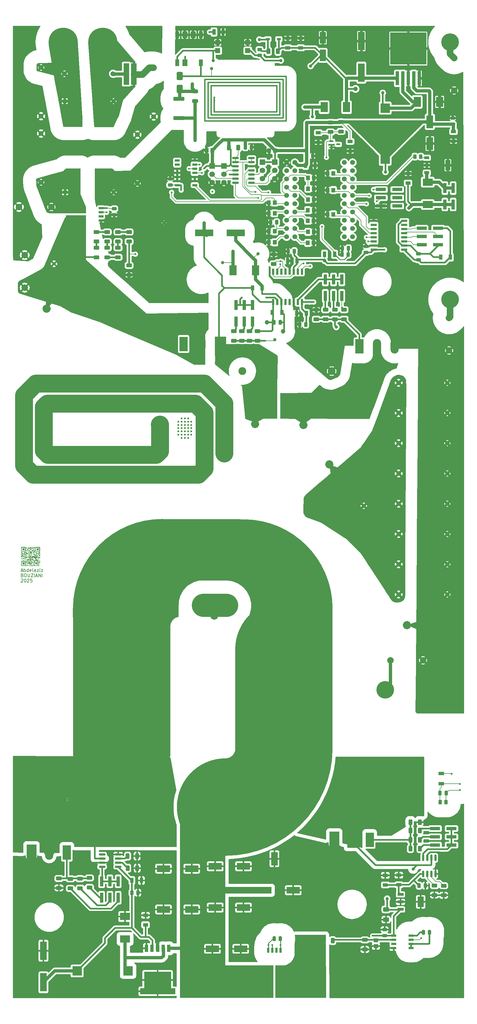
<source format=gtl>
G04 #@! TF.GenerationSoftware,KiCad,Pcbnew,9.0.3*
G04 #@! TF.CreationDate,2025-10-12T10:39:54+02:00*
G04 #@! TF.ProjectId,LLC_DCDC_V5,4c4c435f-4443-4444-935f-56352e6b6963,rev?*
G04 #@! TF.SameCoordinates,Original*
G04 #@! TF.FileFunction,Copper,L1,Top*
G04 #@! TF.FilePolarity,Positive*
%FSLAX46Y46*%
G04 Gerber Fmt 4.6, Leading zero omitted, Abs format (unit mm)*
G04 Created by KiCad (PCBNEW 9.0.3) date 2025-10-12 10:39:54*
%MOMM*%
%LPD*%
G01*
G04 APERTURE LIST*
G04 Aperture macros list*
%AMRoundRect*
0 Rectangle with rounded corners*
0 $1 Rounding radius*
0 $2 $3 $4 $5 $6 $7 $8 $9 X,Y pos of 4 corners*
0 Add a 4 corners polygon primitive as box body*
4,1,4,$2,$3,$4,$5,$6,$7,$8,$9,$2,$3,0*
0 Add four circle primitives for the rounded corners*
1,1,$1+$1,$2,$3*
1,1,$1+$1,$4,$5*
1,1,$1+$1,$6,$7*
1,1,$1+$1,$8,$9*
0 Add four rect primitives between the rounded corners*
20,1,$1+$1,$2,$3,$4,$5,0*
20,1,$1+$1,$4,$5,$6,$7,0*
20,1,$1+$1,$6,$7,$8,$9,0*
20,1,$1+$1,$8,$9,$2,$3,0*%
G04 Aperture macros list end*
G04 #@! TA.AperFunction,NonConductor*
%ADD10C,0.450000*%
G04 #@! TD*
G04 #@! TA.AperFunction,Conductor*
%ADD11C,0.200000*%
G04 #@! TD*
G04 #@! TA.AperFunction,Conductor*
%ADD12C,0.500000*%
G04 #@! TD*
G04 #@! TA.AperFunction,Conductor*
%ADD13C,0.000000*%
G04 #@! TD*
G04 #@! TA.AperFunction,Conductor*
%ADD14C,0.700000*%
G04 #@! TD*
G04 #@! TA.AperFunction,Conductor*
%ADD15C,0.100000*%
G04 #@! TD*
G04 #@! TA.AperFunction,Conductor*
%ADD16C,1.306331*%
G04 #@! TD*
G04 #@! TA.AperFunction,Conductor*
%ADD17C,7.125000*%
G04 #@! TD*
G04 #@! TA.AperFunction,Conductor*
%ADD18C,1.000000*%
G04 #@! TD*
%ADD19C,0.200000*%
G04 #@! TA.AperFunction,NonConductor*
%ADD20C,0.200000*%
G04 #@! TD*
G04 #@! TA.AperFunction,EtchedComponent*
%ADD21C,18.880000*%
G04 #@! TD*
G04 #@! TA.AperFunction,EtchedComponent*
%ADD22C,30.000000*%
G04 #@! TD*
G04 #@! TA.AperFunction,EtchedComponent*
%ADD23C,0.200000*%
G04 #@! TD*
G04 #@! TA.AperFunction,EtchedComponent*
%ADD24C,0.300000*%
G04 #@! TD*
G04 #@! TA.AperFunction,EtchedComponent*
%ADD25C,0.000000*%
G04 #@! TD*
G04 #@! TA.AperFunction,EtchedComponent*
%ADD26C,0.450000*%
G04 #@! TD*
G04 #@! TA.AperFunction,SMDPad,CuDef*
%ADD27R,1.850000X0.900000*%
G04 #@! TD*
G04 #@! TA.AperFunction,SMDPad,CuDef*
%ADD28R,1.850000X3.200000*%
G04 #@! TD*
G04 #@! TA.AperFunction,SMDPad,CuDef*
%ADD29R,1.500000X0.650000*%
G04 #@! TD*
G04 #@! TA.AperFunction,SMDPad,CuDef*
%ADD30R,2.050000X4.000000*%
G04 #@! TD*
G04 #@! TA.AperFunction,SMDPad,CuDef*
%ADD31R,1.050000X1.820000*%
G04 #@! TD*
G04 #@! TA.AperFunction,SMDPad,CuDef*
%ADD32R,5.700000X2.000000*%
G04 #@! TD*
G04 #@! TA.AperFunction,SMDPad,CuDef*
%ADD33R,2.250000X3.150000*%
G04 #@! TD*
G04 #@! TA.AperFunction,SMDPad,CuDef*
%ADD34R,2.000000X5.700000*%
G04 #@! TD*
G04 #@! TA.AperFunction,SMDPad,CuDef*
%ADD35R,1.600000X1.050000*%
G04 #@! TD*
G04 #@! TA.AperFunction,SMDPad,CuDef*
%ADD36RoundRect,0.250000X0.312500X0.625000X-0.312500X0.625000X-0.312500X-0.625000X0.312500X-0.625000X0*%
G04 #@! TD*
G04 #@! TA.AperFunction,SMDPad,CuDef*
%ADD37R,1.200000X0.750000*%
G04 #@! TD*
G04 #@! TA.AperFunction,ComponentPad*
%ADD38C,1.500000*%
G04 #@! TD*
G04 #@! TA.AperFunction,ComponentPad*
%ADD39R,1.300000X1.300000*%
G04 #@! TD*
G04 #@! TA.AperFunction,ComponentPad*
%ADD40C,1.300000*%
G04 #@! TD*
G04 #@! TA.AperFunction,ComponentPad*
%ADD41C,0.800000*%
G04 #@! TD*
G04 #@! TA.AperFunction,ComponentPad*
%ADD42C,5.400000*%
G04 #@! TD*
G04 #@! TA.AperFunction,SMDPad,CuDef*
%ADD43RoundRect,0.250000X-0.625000X0.312500X-0.625000X-0.312500X0.625000X-0.312500X0.625000X0.312500X0*%
G04 #@! TD*
G04 #@! TA.AperFunction,SMDPad,CuDef*
%ADD44RoundRect,0.250000X0.625000X-0.312500X0.625000X0.312500X-0.625000X0.312500X-0.625000X-0.312500X0*%
G04 #@! TD*
G04 #@! TA.AperFunction,SMDPad,CuDef*
%ADD45R,1.150000X1.450000*%
G04 #@! TD*
G04 #@! TA.AperFunction,ComponentPad*
%ADD46R,2.500000X4.500000*%
G04 #@! TD*
G04 #@! TA.AperFunction,ComponentPad*
%ADD47O,2.500000X4.500000*%
G04 #@! TD*
G04 #@! TA.AperFunction,SMDPad,CuDef*
%ADD48C,1.000000*%
G04 #@! TD*
G04 #@! TA.AperFunction,SMDPad,CuDef*
%ADD49R,1.050000X1.600000*%
G04 #@! TD*
G04 #@! TA.AperFunction,SMDPad,CuDef*
%ADD50RoundRect,0.250000X-0.250000X-0.475000X0.250000X-0.475000X0.250000X0.475000X-0.250000X0.475000X0*%
G04 #@! TD*
G04 #@! TA.AperFunction,ComponentPad*
%ADD51C,2.000000*%
G04 #@! TD*
G04 #@! TA.AperFunction,SMDPad,CuDef*
%ADD52R,4.100000X2.000000*%
G04 #@! TD*
G04 #@! TA.AperFunction,ComponentPad*
%ADD53C,1.400000*%
G04 #@! TD*
G04 #@! TA.AperFunction,SMDPad,CuDef*
%ADD54RoundRect,0.250000X-0.262500X-0.450000X0.262500X-0.450000X0.262500X0.450000X-0.262500X0.450000X0*%
G04 #@! TD*
G04 #@! TA.AperFunction,SMDPad,CuDef*
%ADD55RoundRect,0.250000X-0.312500X-0.625000X0.312500X-0.625000X0.312500X0.625000X-0.312500X0.625000X0*%
G04 #@! TD*
G04 #@! TA.AperFunction,ComponentPad*
%ADD56R,1.700000X1.700000*%
G04 #@! TD*
G04 #@! TA.AperFunction,ComponentPad*
%ADD57C,1.700000*%
G04 #@! TD*
G04 #@! TA.AperFunction,SMDPad,CuDef*
%ADD58RoundRect,0.250000X-0.450000X0.262500X-0.450000X-0.262500X0.450000X-0.262500X0.450000X0.262500X0*%
G04 #@! TD*
G04 #@! TA.AperFunction,SMDPad,CuDef*
%ADD59R,3.000000X2.900000*%
G04 #@! TD*
G04 #@! TA.AperFunction,SMDPad,CuDef*
%ADD60RoundRect,0.150000X0.825000X0.150000X-0.825000X0.150000X-0.825000X-0.150000X0.825000X-0.150000X0*%
G04 #@! TD*
G04 #@! TA.AperFunction,SMDPad,CuDef*
%ADD61R,3.150000X1.000000*%
G04 #@! TD*
G04 #@! TA.AperFunction,SMDPad,CuDef*
%ADD62R,1.000000X3.150000*%
G04 #@! TD*
G04 #@! TA.AperFunction,SMDPad,CuDef*
%ADD63RoundRect,0.250000X0.475000X-0.250000X0.475000X0.250000X-0.475000X0.250000X-0.475000X-0.250000X0*%
G04 #@! TD*
G04 #@! TA.AperFunction,SMDPad,CuDef*
%ADD64R,1.450000X1.150000*%
G04 #@! TD*
G04 #@! TA.AperFunction,SMDPad,CuDef*
%ADD65R,1.800000X1.050000*%
G04 #@! TD*
G04 #@! TA.AperFunction,SMDPad,CuDef*
%ADD66R,1.050000X1.800000*%
G04 #@! TD*
G04 #@! TA.AperFunction,SMDPad,CuDef*
%ADD67RoundRect,0.250000X0.250000X0.475000X-0.250000X0.475000X-0.250000X-0.475000X0.250000X-0.475000X0*%
G04 #@! TD*
G04 #@! TA.AperFunction,SMDPad,CuDef*
%ADD68R,1.600000X1.500000*%
G04 #@! TD*
G04 #@! TA.AperFunction,SMDPad,CuDef*
%ADD69RoundRect,0.250000X0.650000X-1.000000X0.650000X1.000000X-0.650000X1.000000X-0.650000X-1.000000X0*%
G04 #@! TD*
G04 #@! TA.AperFunction,SMDPad,CuDef*
%ADD70R,0.650000X1.528000*%
G04 #@! TD*
G04 #@! TA.AperFunction,SMDPad,CuDef*
%ADD71RoundRect,0.250000X-0.475000X0.250000X-0.475000X-0.250000X0.475000X-0.250000X0.475000X0.250000X0*%
G04 #@! TD*
G04 #@! TA.AperFunction,SMDPad,CuDef*
%ADD72RoundRect,0.250000X-0.650000X0.412500X-0.650000X-0.412500X0.650000X-0.412500X0.650000X0.412500X0*%
G04 #@! TD*
G04 #@! TA.AperFunction,SMDPad,CuDef*
%ADD73R,1.168000X2.032000*%
G04 #@! TD*
G04 #@! TA.AperFunction,SMDPad,CuDef*
%ADD74R,1.524000X2.032000*%
G04 #@! TD*
G04 #@! TA.AperFunction,ComponentPad*
%ADD75C,0.900000*%
G04 #@! TD*
G04 #@! TA.AperFunction,ComponentPad*
%ADD76C,9.000000*%
G04 #@! TD*
G04 #@! TA.AperFunction,SMDPad,CuDef*
%ADD77RoundRect,0.250000X0.650000X-0.325000X0.650000X0.325000X-0.650000X0.325000X-0.650000X-0.325000X0*%
G04 #@! TD*
G04 #@! TA.AperFunction,SMDPad,CuDef*
%ADD78R,1.850000X3.550000*%
G04 #@! TD*
G04 #@! TA.AperFunction,SMDPad,CuDef*
%ADD79RoundRect,0.250000X0.262500X0.450000X-0.262500X0.450000X-0.262500X-0.450000X0.262500X-0.450000X0*%
G04 #@! TD*
G04 #@! TA.AperFunction,SMDPad,CuDef*
%ADD80RoundRect,0.150000X-0.825000X-0.150000X0.825000X-0.150000X0.825000X0.150000X-0.825000X0.150000X0*%
G04 #@! TD*
G04 #@! TA.AperFunction,ComponentPad*
%ADD81C,2.400000*%
G04 #@! TD*
G04 #@! TA.AperFunction,SMDPad,CuDef*
%ADD82RoundRect,0.150000X0.150000X-0.825000X0.150000X0.825000X-0.150000X0.825000X-0.150000X-0.825000X0*%
G04 #@! TD*
G04 #@! TA.AperFunction,SMDPad,CuDef*
%ADD83R,4.450000X1.520000*%
G04 #@! TD*
G04 #@! TA.AperFunction,SMDPad,CuDef*
%ADD84R,3.250000X3.400000*%
G04 #@! TD*
G04 #@! TA.AperFunction,SMDPad,CuDef*
%ADD85R,0.650000X1.850000*%
G04 #@! TD*
G04 #@! TA.AperFunction,SMDPad,CuDef*
%ADD86R,1.950000X0.650000*%
G04 #@! TD*
G04 #@! TA.AperFunction,SMDPad,CuDef*
%ADD87R,1.020000X4.320000*%
G04 #@! TD*
G04 #@! TA.AperFunction,SMDPad,CuDef*
%ADD88R,11.180000X9.910000*%
G04 #@! TD*
G04 #@! TA.AperFunction,SMDPad,CuDef*
%ADD89R,3.150000X2.250000*%
G04 #@! TD*
G04 #@! TA.AperFunction,ComponentPad*
%ADD90C,1.508000*%
G04 #@! TD*
G04 #@! TA.AperFunction,SMDPad,CuDef*
%ADD91R,1.500000X0.900000*%
G04 #@! TD*
G04 #@! TA.AperFunction,SMDPad,CuDef*
%ADD92R,1.500000X3.200000*%
G04 #@! TD*
G04 #@! TA.AperFunction,SMDPad,CuDef*
%ADD93R,2.900000X3.000000*%
G04 #@! TD*
G04 #@! TA.AperFunction,SMDPad,CuDef*
%ADD94R,2.000000X4.100000*%
G04 #@! TD*
G04 #@! TA.AperFunction,SMDPad,CuDef*
%ADD95R,1.750000X6.600000*%
G04 #@! TD*
G04 #@! TA.AperFunction,SMDPad,CuDef*
%ADD96R,1.070000X2.160000*%
G04 #@! TD*
G04 #@! TA.AperFunction,SMDPad,CuDef*
%ADD97R,10.800000X1.910000*%
G04 #@! TD*
G04 #@! TA.AperFunction,SMDPad,CuDef*
%ADD98R,8.330000X5.080000*%
G04 #@! TD*
G04 #@! TA.AperFunction,SMDPad,CuDef*
%ADD99RoundRect,0.250000X1.425000X-0.362500X1.425000X0.362500X-1.425000X0.362500X-1.425000X-0.362500X0*%
G04 #@! TD*
G04 #@! TA.AperFunction,SMDPad,CuDef*
%ADD100R,1.250000X0.600000*%
G04 #@! TD*
G04 #@! TA.AperFunction,SMDPad,CuDef*
%ADD101R,1.525000X0.650000*%
G04 #@! TD*
G04 #@! TA.AperFunction,ViaPad*
%ADD102C,0.600000*%
G04 #@! TD*
G04 #@! TA.AperFunction,Conductor*
%ADD103C,2.000000*%
G04 #@! TD*
G04 #@! TA.AperFunction,Conductor*
%ADD104C,0.250000*%
G04 #@! TD*
G04 #@! TA.AperFunction,Conductor*
%ADD105C,0.540000*%
G04 #@! TD*
G04 #@! TA.AperFunction,Conductor*
%ADD106C,5.500000*%
G04 #@! TD*
G04 APERTURE END LIST*
D10*
X139810000Y-74560000D02*
X139800000Y-76030000D01*
G04 #@! TA.AperFunction,Conductor*
G36*
X194190000Y-146020000D02*
G01*
X197225000Y-146020000D01*
X197225000Y-151920000D01*
X194190000Y-151920000D01*
X194190000Y-146020000D01*
G37*
G04 #@! TD.AperFunction*
D11*
X92020000Y-68210000D02*
X91090000Y-68610000D01*
X89920000Y-63660000D01*
X90930000Y-63360000D01*
X92020000Y-68210000D01*
G04 #@! TA.AperFunction,Conductor*
G36*
X92020000Y-68210000D02*
G01*
X91090000Y-68610000D01*
X89920000Y-63660000D01*
X90930000Y-63360000D01*
X92020000Y-68210000D01*
G37*
G04 #@! TD.AperFunction*
G04 #@! TA.AperFunction,NonConductor*
G36*
X80360000Y-212920000D02*
G01*
X80560000Y-212920000D01*
X80560000Y-213120000D01*
X80360000Y-213120000D01*
X80360000Y-212920000D01*
G37*
G04 #@! TD.AperFunction*
G04 #@! TA.AperFunction,NonConductor*
G36*
X81560000Y-216920000D02*
G01*
X81760000Y-216920000D01*
X81760000Y-217120000D01*
X81560000Y-217120000D01*
X81560000Y-216920000D01*
G37*
G04 #@! TD.AperFunction*
G04 #@! TA.AperFunction,NonConductor*
G36*
X82960000Y-216120000D02*
G01*
X83160000Y-216120000D01*
X83160000Y-216320000D01*
X82960000Y-216320000D01*
X82960000Y-216120000D01*
G37*
G04 #@! TD.AperFunction*
G04 #@! TA.AperFunction,Conductor*
G36*
X82020000Y-304390000D02*
G01*
X85055000Y-304390000D01*
X85055000Y-310290000D01*
X82020000Y-310290000D01*
X82020000Y-304390000D01*
G37*
G04 #@! TD.AperFunction*
G04 #@! TA.AperFunction,NonConductor*
G36*
X80760000Y-216120000D02*
G01*
X80960000Y-216120000D01*
X80960000Y-216320000D01*
X80760000Y-216320000D01*
X80760000Y-216120000D01*
G37*
G04 #@! TD.AperFunction*
G04 #@! TA.AperFunction,NonConductor*
G36*
X82360000Y-215120000D02*
G01*
X82560000Y-215120000D01*
X82560000Y-215320000D01*
X82360000Y-215320000D01*
X82360000Y-215120000D01*
G37*
G04 #@! TD.AperFunction*
G04 #@! TA.AperFunction,NonConductor*
G36*
X83360000Y-216120000D02*
G01*
X83560000Y-216120000D01*
X83560000Y-216320000D01*
X83360000Y-216320000D01*
X83360000Y-216120000D01*
G37*
G04 #@! TD.AperFunction*
G04 #@! TA.AperFunction,NonConductor*
G36*
X80360000Y-214120000D02*
G01*
X80560000Y-214120000D01*
X80560000Y-214320000D01*
X80360000Y-214320000D01*
X80360000Y-214120000D01*
G37*
G04 #@! TD.AperFunction*
G04 #@! TA.AperFunction,NonConductor*
G36*
X84960000Y-215320000D02*
G01*
X85160000Y-215320000D01*
X85160000Y-215520000D01*
X84960000Y-215520000D01*
X84960000Y-215320000D01*
G37*
G04 #@! TD.AperFunction*
G04 #@! TA.AperFunction,NonConductor*
G36*
X82960000Y-216320000D02*
G01*
X83160000Y-216320000D01*
X83160000Y-216520000D01*
X82960000Y-216520000D01*
X82960000Y-216320000D01*
G37*
G04 #@! TD.AperFunction*
G04 #@! TA.AperFunction,NonConductor*
G36*
X80360000Y-213920000D02*
G01*
X80560000Y-213920000D01*
X80560000Y-214120000D01*
X80360000Y-214120000D01*
X80360000Y-213920000D01*
G37*
G04 #@! TD.AperFunction*
G04 #@! TA.AperFunction,NonConductor*
G36*
X80760000Y-216320000D02*
G01*
X80960000Y-216320000D01*
X80960000Y-216520000D01*
X80760000Y-216520000D01*
X80760000Y-216320000D01*
G37*
G04 #@! TD.AperFunction*
G04 #@! TA.AperFunction,NonConductor*
G36*
X83160000Y-212920000D02*
G01*
X83360000Y-212920000D01*
X83360000Y-213120000D01*
X83160000Y-213120000D01*
X83160000Y-212920000D01*
G37*
G04 #@! TD.AperFunction*
G04 #@! TA.AperFunction,NonConductor*
G36*
X80960000Y-212920000D02*
G01*
X81160000Y-212920000D01*
X81160000Y-213120000D01*
X80960000Y-213120000D01*
X80960000Y-212920000D01*
G37*
G04 #@! TD.AperFunction*
G04 #@! TA.AperFunction,NonConductor*
G36*
X85960000Y-214720000D02*
G01*
X86160000Y-214720000D01*
X86160000Y-214920000D01*
X85960000Y-214920000D01*
X85960000Y-214720000D01*
G37*
G04 #@! TD.AperFunction*
G04 #@! TA.AperFunction,NonConductor*
G36*
X82760000Y-214120000D02*
G01*
X82960000Y-214120000D01*
X82960000Y-214320000D01*
X82760000Y-214320000D01*
X82760000Y-214120000D01*
G37*
G04 #@! TD.AperFunction*
G04 #@! TA.AperFunction,NonConductor*
G36*
X85160000Y-218320000D02*
G01*
X85360000Y-218320000D01*
X85360000Y-218520000D01*
X85160000Y-218520000D01*
X85160000Y-218320000D01*
G37*
G04 #@! TD.AperFunction*
G04 #@! TA.AperFunction,NonConductor*
G36*
X83960000Y-217520000D02*
G01*
X84160000Y-217520000D01*
X84160000Y-217720000D01*
X83960000Y-217720000D01*
X83960000Y-217520000D01*
G37*
G04 #@! TD.AperFunction*
G04 #@! TA.AperFunction,NonConductor*
G36*
X80360000Y-213120000D02*
G01*
X80560000Y-213120000D01*
X80560000Y-213320000D01*
X80360000Y-213320000D01*
X80360000Y-213120000D01*
G37*
G04 #@! TD.AperFunction*
G04 #@! TA.AperFunction,NonConductor*
G36*
X81760000Y-215320000D02*
G01*
X81960000Y-215320000D01*
X81960000Y-215520000D01*
X81760000Y-215520000D01*
X81760000Y-215320000D01*
G37*
G04 #@! TD.AperFunction*
G04 #@! TA.AperFunction,NonConductor*
G36*
X84760000Y-217920000D02*
G01*
X84960000Y-217920000D01*
X84960000Y-218120000D01*
X84760000Y-218120000D01*
X84760000Y-217920000D01*
G37*
G04 #@! TD.AperFunction*
D12*
X135680000Y-64085310D02*
X135690000Y-68060000D01*
G04 #@! TA.AperFunction,NonConductor*
G36*
X85960000Y-218520000D02*
G01*
X86160000Y-218520000D01*
X86160000Y-218720000D01*
X85960000Y-218720000D01*
X85960000Y-218520000D01*
G37*
G04 #@! TD.AperFunction*
G04 #@! TA.AperFunction,NonConductor*
G36*
X80560000Y-214120000D02*
G01*
X80760000Y-214120000D01*
X80760000Y-214320000D01*
X80560000Y-214320000D01*
X80560000Y-214120000D01*
G37*
G04 #@! TD.AperFunction*
G04 #@! TA.AperFunction,NonConductor*
G36*
X82360000Y-218120000D02*
G01*
X82560000Y-218120000D01*
X82560000Y-218320000D01*
X82360000Y-218320000D01*
X82360000Y-218120000D01*
G37*
G04 #@! TD.AperFunction*
G04 #@! TA.AperFunction,Conductor*
G36*
X129280000Y-292315000D02*
G01*
X143290000Y-292315000D01*
X143290000Y-308515000D01*
X129280000Y-308515000D01*
X129280000Y-292315000D01*
G37*
G04 #@! TD.AperFunction*
G04 #@! TA.AperFunction,NonConductor*
G36*
X83960000Y-214520000D02*
G01*
X84160000Y-214520000D01*
X84160000Y-214720000D01*
X83960000Y-214720000D01*
X83960000Y-214520000D01*
G37*
G04 #@! TD.AperFunction*
G04 #@! TA.AperFunction,Conductor*
G36*
X160190000Y-165550000D02*
G01*
X163670000Y-165550000D01*
X163670000Y-173410000D01*
X160190000Y-173410000D01*
X160190000Y-165550000D01*
G37*
G04 #@! TD.AperFunction*
G04 #@! TA.AperFunction,NonConductor*
G36*
X84360000Y-215720000D02*
G01*
X84560000Y-215720000D01*
X84560000Y-215920000D01*
X84360000Y-215920000D01*
X84360000Y-215720000D01*
G37*
G04 #@! TD.AperFunction*
G04 #@! TA.AperFunction,NonConductor*
G36*
X83360000Y-215320000D02*
G01*
X83560000Y-215320000D01*
X83560000Y-215520000D01*
X83360000Y-215520000D01*
X83360000Y-215320000D01*
G37*
G04 #@! TD.AperFunction*
G04 #@! TA.AperFunction,NonConductor*
G36*
X81160000Y-212920000D02*
G01*
X81360000Y-212920000D01*
X81360000Y-213120000D01*
X81160000Y-213120000D01*
X81160000Y-212920000D01*
G37*
G04 #@! TD.AperFunction*
D13*
G04 #@! TA.AperFunction,Conductor*
G36*
X94160000Y-100665000D02*
G01*
X93610000Y-97185000D01*
X94160000Y-97035000D01*
X94160000Y-100665000D01*
G37*
G04 #@! TD.AperFunction*
G04 #@! TA.AperFunction,NonConductor*
G36*
X85160000Y-216920000D02*
G01*
X85360000Y-216920000D01*
X85360000Y-217120000D01*
X85160000Y-217120000D01*
X85160000Y-216920000D01*
G37*
G04 #@! TD.AperFunction*
G04 #@! TA.AperFunction,NonConductor*
G36*
X82960000Y-213320000D02*
G01*
X83160000Y-213320000D01*
X83160000Y-213520000D01*
X82960000Y-213520000D01*
X82960000Y-213320000D01*
G37*
G04 #@! TD.AperFunction*
G04 #@! TA.AperFunction,NonConductor*
G36*
X80360000Y-215320000D02*
G01*
X80560000Y-215320000D01*
X80560000Y-215520000D01*
X80360000Y-215520000D01*
X80360000Y-215320000D01*
G37*
G04 #@! TD.AperFunction*
G04 #@! TA.AperFunction,NonConductor*
G36*
X82360000Y-215720000D02*
G01*
X82560000Y-215720000D01*
X82560000Y-215920000D01*
X82360000Y-215920000D01*
X82360000Y-215720000D01*
G37*
G04 #@! TD.AperFunction*
G04 #@! TA.AperFunction,NonConductor*
G36*
X81160000Y-218520000D02*
G01*
X81360000Y-218520000D01*
X81360000Y-218720000D01*
X81160000Y-218720000D01*
X81160000Y-218520000D01*
G37*
G04 #@! TD.AperFunction*
D11*
X102970000Y-80965000D02*
X108710000Y-80965000D01*
X108710000Y-83685000D01*
X102970000Y-83685000D01*
X102970000Y-80965000D01*
G04 #@! TA.AperFunction,Conductor*
G36*
X102970000Y-80965000D02*
G01*
X108710000Y-80965000D01*
X108710000Y-83685000D01*
X102970000Y-83685000D01*
X102970000Y-80965000D01*
G37*
G04 #@! TD.AperFunction*
G04 #@! TA.AperFunction,NonConductor*
G36*
X84560000Y-216920000D02*
G01*
X84760000Y-216920000D01*
X84760000Y-217120000D01*
X84560000Y-217120000D01*
X84560000Y-216920000D01*
G37*
G04 #@! TD.AperFunction*
G04 #@! TA.AperFunction,NonConductor*
G36*
X84360000Y-212920000D02*
G01*
X84560000Y-212920000D01*
X84560000Y-213120000D01*
X84360000Y-213120000D01*
X84360000Y-212920000D01*
G37*
G04 #@! TD.AperFunction*
G04 #@! TA.AperFunction,NonConductor*
G36*
X82160000Y-213520000D02*
G01*
X82360000Y-213520000D01*
X82360000Y-213720000D01*
X82160000Y-213720000D01*
X82160000Y-213520000D01*
G37*
G04 #@! TD.AperFunction*
G04 #@! TA.AperFunction,NonConductor*
G36*
X80960000Y-217920000D02*
G01*
X81160000Y-217920000D01*
X81160000Y-218120000D01*
X80960000Y-218120000D01*
X80960000Y-217920000D01*
G37*
G04 #@! TD.AperFunction*
G04 #@! TA.AperFunction,NonConductor*
G36*
X82560000Y-217720000D02*
G01*
X82760000Y-217720000D01*
X82760000Y-217920000D01*
X82560000Y-217920000D01*
X82560000Y-217720000D01*
G37*
G04 #@! TD.AperFunction*
G04 #@! TA.AperFunction,NonConductor*
G36*
X85760000Y-214120000D02*
G01*
X85960000Y-214120000D01*
X85960000Y-214320000D01*
X85760000Y-214320000D01*
X85760000Y-214120000D01*
G37*
G04 #@! TD.AperFunction*
G04 #@! TA.AperFunction,NonConductor*
G36*
X82960000Y-213920000D02*
G01*
X83160000Y-213920000D01*
X83160000Y-214120000D01*
X82960000Y-214120000D01*
X82960000Y-213920000D01*
G37*
G04 #@! TD.AperFunction*
G04 #@! TA.AperFunction,NonConductor*
G36*
X83360000Y-215920000D02*
G01*
X83560000Y-215920000D01*
X83560000Y-216120000D01*
X83360000Y-216120000D01*
X83360000Y-215920000D01*
G37*
G04 #@! TD.AperFunction*
G04 #@! TA.AperFunction,NonConductor*
G36*
X83760000Y-213320000D02*
G01*
X83960000Y-213320000D01*
X83960000Y-213520000D01*
X83760000Y-213520000D01*
X83760000Y-213320000D01*
G37*
G04 #@! TD.AperFunction*
G04 #@! TA.AperFunction,NonConductor*
G36*
X82160000Y-215920000D02*
G01*
X82360000Y-215920000D01*
X82360000Y-216120000D01*
X82160000Y-216120000D01*
X82160000Y-215920000D01*
G37*
G04 #@! TD.AperFunction*
G04 #@! TA.AperFunction,NonConductor*
G36*
X84360000Y-215920000D02*
G01*
X84560000Y-215920000D01*
X84560000Y-216120000D01*
X84360000Y-216120000D01*
X84360000Y-215920000D01*
G37*
G04 #@! TD.AperFunction*
G04 #@! TA.AperFunction,NonConductor*
G36*
X81160000Y-216920000D02*
G01*
X81360000Y-216920000D01*
X81360000Y-217120000D01*
X81160000Y-217120000D01*
X81160000Y-216920000D01*
G37*
G04 #@! TD.AperFunction*
G04 #@! TA.AperFunction,NonConductor*
G36*
X85360000Y-218520000D02*
G01*
X85560000Y-218520000D01*
X85560000Y-218720000D01*
X85360000Y-218720000D01*
X85360000Y-218520000D01*
G37*
G04 #@! TD.AperFunction*
G04 #@! TA.AperFunction,NonConductor*
G36*
X81560000Y-214520000D02*
G01*
X81760000Y-214520000D01*
X81760000Y-214720000D01*
X81560000Y-214720000D01*
X81560000Y-214520000D01*
G37*
G04 #@! TD.AperFunction*
G04 #@! TA.AperFunction,NonConductor*
G36*
X80760000Y-214120000D02*
G01*
X80960000Y-214120000D01*
X80960000Y-214320000D01*
X80760000Y-214320000D01*
X80760000Y-214120000D01*
G37*
G04 #@! TD.AperFunction*
G04 #@! TA.AperFunction,NonConductor*
G36*
X83160000Y-218120000D02*
G01*
X83360000Y-218120000D01*
X83360000Y-218320000D01*
X83160000Y-218320000D01*
X83160000Y-218120000D01*
G37*
G04 #@! TD.AperFunction*
G04 #@! TA.AperFunction,NonConductor*
G36*
X83960000Y-212920000D02*
G01*
X84160000Y-212920000D01*
X84160000Y-213120000D01*
X83960000Y-213120000D01*
X83960000Y-212920000D01*
G37*
G04 #@! TD.AperFunction*
G04 #@! TA.AperFunction,NonConductor*
G36*
X83160000Y-215920000D02*
G01*
X83360000Y-215920000D01*
X83360000Y-216120000D01*
X83160000Y-216120000D01*
X83160000Y-215920000D01*
G37*
G04 #@! TD.AperFunction*
G04 #@! TA.AperFunction,NonConductor*
G36*
X85560000Y-213720000D02*
G01*
X85760000Y-213720000D01*
X85760000Y-213920000D01*
X85560000Y-213920000D01*
X85560000Y-213720000D01*
G37*
G04 #@! TD.AperFunction*
G04 #@! TA.AperFunction,NonConductor*
G36*
X84560000Y-217720000D02*
G01*
X84760000Y-217720000D01*
X84760000Y-217920000D01*
X84560000Y-217920000D01*
X84560000Y-217720000D01*
G37*
G04 #@! TD.AperFunction*
D12*
X206340000Y-306815000D02*
X209320000Y-306825000D01*
G04 #@! TA.AperFunction,NonConductor*
G36*
X80560000Y-216520000D02*
G01*
X80760000Y-216520000D01*
X80760000Y-216720000D01*
X80560000Y-216720000D01*
X80560000Y-216520000D01*
G37*
G04 #@! TD.AperFunction*
G04 #@! TA.AperFunction,NonConductor*
G36*
X81960000Y-216120000D02*
G01*
X82160000Y-216120000D01*
X82160000Y-216320000D01*
X81960000Y-216320000D01*
X81960000Y-216120000D01*
G37*
G04 #@! TD.AperFunction*
G04 #@! TA.AperFunction,NonConductor*
G36*
X81160000Y-213520000D02*
G01*
X81360000Y-213520000D01*
X81360000Y-213720000D01*
X81160000Y-213720000D01*
X81160000Y-213520000D01*
G37*
G04 #@! TD.AperFunction*
G04 #@! TA.AperFunction,NonConductor*
G36*
X80960000Y-214120000D02*
G01*
X81160000Y-214120000D01*
X81160000Y-214320000D01*
X80960000Y-214320000D01*
X80960000Y-214120000D01*
G37*
G04 #@! TD.AperFunction*
G04 #@! TA.AperFunction,NonConductor*
G36*
X85960000Y-212920000D02*
G01*
X86160000Y-212920000D01*
X86160000Y-213120000D01*
X85960000Y-213120000D01*
X85960000Y-212920000D01*
G37*
G04 #@! TD.AperFunction*
G04 #@! TA.AperFunction,Conductor*
G36*
X94160000Y-96485000D02*
G01*
X98610000Y-96485000D01*
X98610000Y-102375000D01*
X94160000Y-102375000D01*
X94160000Y-96485000D01*
G37*
G04 #@! TD.AperFunction*
G04 #@! TA.AperFunction,NonConductor*
G36*
X83960000Y-215120000D02*
G01*
X84160000Y-215120000D01*
X84160000Y-215320000D01*
X83960000Y-215320000D01*
X83960000Y-215120000D01*
G37*
G04 #@! TD.AperFunction*
D13*
G04 #@! TA.AperFunction,Conductor*
G36*
X192790000Y-93955000D02*
G01*
X180250000Y-81675000D01*
X204870000Y-81625000D01*
X192790000Y-93955000D01*
G37*
G04 #@! TD.AperFunction*
G04 #@! TA.AperFunction,NonConductor*
G36*
X85160000Y-216120000D02*
G01*
X85360000Y-216120000D01*
X85360000Y-216320000D01*
X85160000Y-216320000D01*
X85160000Y-216120000D01*
G37*
G04 #@! TD.AperFunction*
G04 #@! TA.AperFunction,NonConductor*
G36*
X80760000Y-215320000D02*
G01*
X80960000Y-215320000D01*
X80960000Y-215520000D01*
X80760000Y-215520000D01*
X80760000Y-215320000D01*
G37*
G04 #@! TD.AperFunction*
G04 #@! TA.AperFunction,NonConductor*
G36*
X84360000Y-213920000D02*
G01*
X84560000Y-213920000D01*
X84560000Y-214120000D01*
X84360000Y-214120000D01*
X84360000Y-213920000D01*
G37*
G04 #@! TD.AperFunction*
G04 #@! TA.AperFunction,NonConductor*
G36*
X81160000Y-216320000D02*
G01*
X81360000Y-216320000D01*
X81360000Y-216520000D01*
X81160000Y-216520000D01*
X81160000Y-216320000D01*
G37*
G04 #@! TD.AperFunction*
G04 #@! TA.AperFunction,NonConductor*
G36*
X82760000Y-215720000D02*
G01*
X82960000Y-215720000D01*
X82960000Y-215920000D01*
X82760000Y-215920000D01*
X82760000Y-215720000D01*
G37*
G04 #@! TD.AperFunction*
G04 #@! TA.AperFunction,NonConductor*
G36*
X82560000Y-214520000D02*
G01*
X82760000Y-214520000D01*
X82760000Y-214720000D01*
X82560000Y-214720000D01*
X82560000Y-214520000D01*
G37*
G04 #@! TD.AperFunction*
G04 #@! TA.AperFunction,NonConductor*
G36*
X85960000Y-213520000D02*
G01*
X86160000Y-213520000D01*
X86160000Y-213720000D01*
X85960000Y-213720000D01*
X85960000Y-213520000D01*
G37*
G04 #@! TD.AperFunction*
G04 #@! TA.AperFunction,NonConductor*
G36*
X82760000Y-216720000D02*
G01*
X82960000Y-216720000D01*
X82960000Y-216920000D01*
X82760000Y-216920000D01*
X82760000Y-216720000D01*
G37*
G04 #@! TD.AperFunction*
G04 #@! TA.AperFunction,NonConductor*
G36*
X84760000Y-213720000D02*
G01*
X84960000Y-213720000D01*
X84960000Y-213920000D01*
X84760000Y-213920000D01*
X84760000Y-213720000D01*
G37*
G04 #@! TD.AperFunction*
D11*
X138990000Y-65765000D02*
X138990000Y-68045000D01*
G04 #@! TA.AperFunction,NonConductor*
G36*
X83760000Y-217520000D02*
G01*
X83960000Y-217520000D01*
X83960000Y-217720000D01*
X83760000Y-217720000D01*
X83760000Y-217520000D01*
G37*
G04 #@! TD.AperFunction*
G04 #@! TA.AperFunction,Conductor*
G36*
X140065000Y-148220000D02*
G01*
X143495000Y-148220000D01*
X143495000Y-154130000D01*
X140065000Y-154130000D01*
X140065000Y-148220000D01*
G37*
G04 #@! TD.AperFunction*
G04 #@! TA.AperFunction,NonConductor*
G36*
X85560000Y-213520000D02*
G01*
X85760000Y-213520000D01*
X85760000Y-213720000D01*
X85560000Y-213720000D01*
X85560000Y-213520000D01*
G37*
G04 #@! TD.AperFunction*
G04 #@! TA.AperFunction,NonConductor*
G36*
X84360000Y-217520000D02*
G01*
X84560000Y-217520000D01*
X84560000Y-217720000D01*
X84360000Y-217720000D01*
X84360000Y-217520000D01*
G37*
G04 #@! TD.AperFunction*
G04 #@! TA.AperFunction,NonConductor*
G36*
X83160000Y-217520000D02*
G01*
X83360000Y-217520000D01*
X83360000Y-217720000D01*
X83160000Y-217720000D01*
X83160000Y-217520000D01*
G37*
G04 #@! TD.AperFunction*
G04 #@! TA.AperFunction,NonConductor*
G36*
X84160000Y-218320000D02*
G01*
X84360000Y-218320000D01*
X84360000Y-218520000D01*
X84160000Y-218520000D01*
X84160000Y-218320000D01*
G37*
G04 #@! TD.AperFunction*
G04 #@! TA.AperFunction,NonConductor*
G36*
X81760000Y-214920000D02*
G01*
X81960000Y-214920000D01*
X81960000Y-215120000D01*
X81760000Y-215120000D01*
X81760000Y-214920000D01*
G37*
G04 #@! TD.AperFunction*
G04 #@! TA.AperFunction,NonConductor*
G36*
X85360000Y-213320000D02*
G01*
X85560000Y-213320000D01*
X85560000Y-213520000D01*
X85360000Y-213520000D01*
X85360000Y-213320000D01*
G37*
G04 #@! TD.AperFunction*
G04 #@! TA.AperFunction,NonConductor*
G36*
X85160000Y-214120000D02*
G01*
X85360000Y-214120000D01*
X85360000Y-214320000D01*
X85160000Y-214320000D01*
X85160000Y-214120000D01*
G37*
G04 #@! TD.AperFunction*
G04 #@! TA.AperFunction,NonConductor*
G36*
X84960000Y-215120000D02*
G01*
X85160000Y-215120000D01*
X85160000Y-215320000D01*
X84960000Y-215320000D01*
X84960000Y-215120000D01*
G37*
G04 #@! TD.AperFunction*
G04 #@! TA.AperFunction,NonConductor*
G36*
X84560000Y-216320000D02*
G01*
X84760000Y-216320000D01*
X84760000Y-216520000D01*
X84560000Y-216520000D01*
X84560000Y-216320000D01*
G37*
G04 #@! TD.AperFunction*
G04 #@! TA.AperFunction,NonConductor*
G36*
X81360000Y-215120000D02*
G01*
X81560000Y-215120000D01*
X81560000Y-215320000D01*
X81360000Y-215320000D01*
X81360000Y-215120000D01*
G37*
G04 #@! TD.AperFunction*
G04 #@! TA.AperFunction,NonConductor*
G36*
X85160000Y-217120000D02*
G01*
X85360000Y-217120000D01*
X85360000Y-217320000D01*
X85160000Y-217320000D01*
X85160000Y-217120000D01*
G37*
G04 #@! TD.AperFunction*
G04 #@! TA.AperFunction,NonConductor*
G36*
X85160000Y-217920000D02*
G01*
X85360000Y-217920000D01*
X85360000Y-218120000D01*
X85160000Y-218120000D01*
X85160000Y-217920000D01*
G37*
G04 #@! TD.AperFunction*
G04 #@! TA.AperFunction,NonConductor*
G36*
X85360000Y-212920000D02*
G01*
X85560000Y-212920000D01*
X85560000Y-213120000D01*
X85360000Y-213120000D01*
X85360000Y-212920000D01*
G37*
G04 #@! TD.AperFunction*
G04 #@! TA.AperFunction,NonConductor*
G36*
X83960000Y-218520000D02*
G01*
X84160000Y-218520000D01*
X84160000Y-218720000D01*
X83960000Y-218720000D01*
X83960000Y-218520000D01*
G37*
G04 #@! TD.AperFunction*
G04 #@! TA.AperFunction,NonConductor*
G36*
X82760000Y-217320000D02*
G01*
X82960000Y-217320000D01*
X82960000Y-217520000D01*
X82760000Y-217520000D01*
X82760000Y-217320000D01*
G37*
G04 #@! TD.AperFunction*
G04 #@! TA.AperFunction,NonConductor*
G36*
X83960000Y-218120000D02*
G01*
X84160000Y-218120000D01*
X84160000Y-218320000D01*
X83960000Y-218320000D01*
X83960000Y-218120000D01*
G37*
G04 #@! TD.AperFunction*
G04 #@! TA.AperFunction,NonConductor*
G36*
X84960000Y-216720000D02*
G01*
X85160000Y-216720000D01*
X85160000Y-216920000D01*
X84960000Y-216920000D01*
X84960000Y-216720000D01*
G37*
G04 #@! TD.AperFunction*
G04 #@! TA.AperFunction,NonConductor*
G36*
X82760000Y-217920000D02*
G01*
X82960000Y-217920000D01*
X82960000Y-218120000D01*
X82760000Y-218120000D01*
X82760000Y-217920000D01*
G37*
G04 #@! TD.AperFunction*
G04 #@! TA.AperFunction,NonConductor*
G36*
X83360000Y-213320000D02*
G01*
X83560000Y-213320000D01*
X83560000Y-213520000D01*
X83360000Y-213520000D01*
X83360000Y-213320000D01*
G37*
G04 #@! TD.AperFunction*
G04 #@! TA.AperFunction,NonConductor*
G36*
X81960000Y-217120000D02*
G01*
X82160000Y-217120000D01*
X82160000Y-217320000D01*
X81960000Y-217320000D01*
X81960000Y-217120000D01*
G37*
G04 #@! TD.AperFunction*
G04 #@! TA.AperFunction,NonConductor*
G36*
X82560000Y-212920000D02*
G01*
X82760000Y-212920000D01*
X82760000Y-213120000D01*
X82560000Y-213120000D01*
X82560000Y-212920000D01*
G37*
G04 #@! TD.AperFunction*
G04 #@! TA.AperFunction,NonConductor*
G36*
X82960000Y-213120000D02*
G01*
X83160000Y-213120000D01*
X83160000Y-213320000D01*
X82960000Y-213320000D01*
X82960000Y-213120000D01*
G37*
G04 #@! TD.AperFunction*
G04 #@! TA.AperFunction,NonConductor*
G36*
X80960000Y-214920000D02*
G01*
X81160000Y-214920000D01*
X81160000Y-215120000D01*
X80960000Y-215120000D01*
X80960000Y-214920000D01*
G37*
G04 #@! TD.AperFunction*
G04 #@! TA.AperFunction,NonConductor*
G36*
X83560000Y-217920000D02*
G01*
X83760000Y-217920000D01*
X83760000Y-218120000D01*
X83560000Y-218120000D01*
X83560000Y-217920000D01*
G37*
G04 #@! TD.AperFunction*
D14*
X183730000Y-71990000D02*
G75*
G02*
X183030000Y-71990000I-350000J0D01*
G01*
X183030000Y-71990000D02*
G75*
G02*
X183730000Y-71990000I350000J0D01*
G01*
G04 #@! TA.AperFunction,NonConductor*
G36*
X85560000Y-217720000D02*
G01*
X85760000Y-217720000D01*
X85760000Y-217920000D01*
X85560000Y-217920000D01*
X85560000Y-217720000D01*
G37*
G04 #@! TD.AperFunction*
G04 #@! TA.AperFunction,NonConductor*
G36*
X85760000Y-217920000D02*
G01*
X85960000Y-217920000D01*
X85960000Y-218120000D01*
X85760000Y-218120000D01*
X85760000Y-217920000D01*
G37*
G04 #@! TD.AperFunction*
G04 #@! TA.AperFunction,NonConductor*
G36*
X81560000Y-217720000D02*
G01*
X81760000Y-217720000D01*
X81760000Y-217920000D01*
X81560000Y-217920000D01*
X81560000Y-217720000D01*
G37*
G04 #@! TD.AperFunction*
G04 #@! TA.AperFunction,NonConductor*
G36*
X81560000Y-218520000D02*
G01*
X81760000Y-218520000D01*
X81760000Y-218720000D01*
X81560000Y-218720000D01*
X81560000Y-218520000D01*
G37*
G04 #@! TD.AperFunction*
G04 #@! TA.AperFunction,NonConductor*
G36*
X80560000Y-217320000D02*
G01*
X80760000Y-217320000D01*
X80760000Y-217520000D01*
X80560000Y-217520000D01*
X80560000Y-217320000D01*
G37*
G04 #@! TD.AperFunction*
G04 #@! TA.AperFunction,Conductor*
G36*
X96310000Y-271635000D02*
G01*
X126306966Y-271635000D01*
X126306966Y-277422852D01*
X96310000Y-277422852D01*
X96310000Y-271635000D01*
G37*
G04 #@! TD.AperFunction*
G04 #@! TA.AperFunction,NonConductor*
G36*
X82960000Y-218120000D02*
G01*
X83160000Y-218120000D01*
X83160000Y-218320000D01*
X82960000Y-218320000D01*
X82960000Y-218120000D01*
G37*
G04 #@! TD.AperFunction*
G04 #@! TA.AperFunction,NonConductor*
G36*
X82160000Y-217920000D02*
G01*
X82360000Y-217920000D01*
X82360000Y-218120000D01*
X82160000Y-218120000D01*
X82160000Y-217920000D01*
G37*
G04 #@! TD.AperFunction*
G04 #@! TA.AperFunction,NonConductor*
G36*
X83960000Y-214120000D02*
G01*
X84160000Y-214120000D01*
X84160000Y-214320000D01*
X83960000Y-214320000D01*
X83960000Y-214120000D01*
G37*
G04 #@! TD.AperFunction*
G04 #@! TA.AperFunction,NonConductor*
G36*
X85560000Y-212920000D02*
G01*
X85760000Y-212920000D01*
X85760000Y-213120000D01*
X85560000Y-213120000D01*
X85560000Y-212920000D01*
G37*
G04 #@! TD.AperFunction*
G04 #@! TA.AperFunction,NonConductor*
G36*
X81960000Y-218520000D02*
G01*
X82160000Y-218520000D01*
X82160000Y-218720000D01*
X81960000Y-218720000D01*
X81960000Y-218520000D01*
G37*
G04 #@! TD.AperFunction*
G04 #@! TA.AperFunction,NonConductor*
G36*
X82960000Y-217520000D02*
G01*
X83160000Y-217520000D01*
X83160000Y-217720000D01*
X82960000Y-217720000D01*
X82960000Y-217520000D01*
G37*
G04 #@! TD.AperFunction*
G04 #@! TA.AperFunction,NonConductor*
G36*
X83560000Y-214720000D02*
G01*
X83760000Y-214720000D01*
X83760000Y-214920000D01*
X83560000Y-214920000D01*
X83560000Y-214720000D01*
G37*
G04 #@! TD.AperFunction*
D15*
X161940000Y-67935000D02*
X137500000Y-67935000D01*
G04 #@! TA.AperFunction,NonConductor*
G36*
X82960000Y-217920000D02*
G01*
X83160000Y-217920000D01*
X83160000Y-218120000D01*
X82960000Y-218120000D01*
X82960000Y-217920000D01*
G37*
G04 #@! TD.AperFunction*
G04 #@! TA.AperFunction,NonConductor*
G36*
X84560000Y-215720000D02*
G01*
X84760000Y-215720000D01*
X84760000Y-215920000D01*
X84560000Y-215920000D01*
X84560000Y-215720000D01*
G37*
G04 #@! TD.AperFunction*
G04 #@! TA.AperFunction,NonConductor*
G36*
X82360000Y-214120000D02*
G01*
X82560000Y-214120000D01*
X82560000Y-214320000D01*
X82360000Y-214320000D01*
X82360000Y-214120000D01*
G37*
G04 #@! TD.AperFunction*
G04 #@! TA.AperFunction,NonConductor*
G36*
X85160000Y-213520000D02*
G01*
X85360000Y-213520000D01*
X85360000Y-213720000D01*
X85160000Y-213720000D01*
X85160000Y-213520000D01*
G37*
G04 #@! TD.AperFunction*
G04 #@! TA.AperFunction,NonConductor*
G36*
X84960000Y-214520000D02*
G01*
X85160000Y-214520000D01*
X85160000Y-214720000D01*
X84960000Y-214720000D01*
X84960000Y-214520000D01*
G37*
G04 #@! TD.AperFunction*
G04 #@! TA.AperFunction,NonConductor*
G36*
X83160000Y-213120000D02*
G01*
X83360000Y-213120000D01*
X83360000Y-213320000D01*
X83160000Y-213320000D01*
X83160000Y-213120000D01*
G37*
G04 #@! TD.AperFunction*
G04 #@! TA.AperFunction,NonConductor*
G36*
X81760000Y-215720000D02*
G01*
X81960000Y-215720000D01*
X81960000Y-215920000D01*
X81760000Y-215920000D01*
X81760000Y-215720000D01*
G37*
G04 #@! TD.AperFunction*
G04 #@! TA.AperFunction,NonConductor*
G36*
X84160000Y-217120000D02*
G01*
X84360000Y-217120000D01*
X84360000Y-217320000D01*
X84160000Y-217320000D01*
X84160000Y-217120000D01*
G37*
G04 #@! TD.AperFunction*
G04 #@! TA.AperFunction,Conductor*
G36*
X175330000Y-300450000D02*
G01*
X178365000Y-300450000D01*
X178365000Y-306350000D01*
X175330000Y-306350000D01*
X175330000Y-300450000D01*
G37*
G04 #@! TD.AperFunction*
D16*
X175963165Y-187487521D02*
G75*
G02*
X174656835Y-187487521I-653165J0D01*
G01*
X174656835Y-187487521D02*
G75*
G02*
X175963165Y-187487521I653165J0D01*
G01*
G04 #@! TA.AperFunction,NonConductor*
G36*
X82760000Y-217520000D02*
G01*
X82960000Y-217520000D01*
X82960000Y-217720000D01*
X82760000Y-217720000D01*
X82760000Y-217520000D01*
G37*
G04 #@! TD.AperFunction*
G04 #@! TA.AperFunction,NonConductor*
G36*
X85960000Y-215120000D02*
G01*
X86160000Y-215120000D01*
X86160000Y-215320000D01*
X85960000Y-215320000D01*
X85960000Y-215120000D01*
G37*
G04 #@! TD.AperFunction*
G04 #@! TA.AperFunction,NonConductor*
G36*
X84760000Y-218520000D02*
G01*
X84960000Y-218520000D01*
X84960000Y-218720000D01*
X84760000Y-218720000D01*
X84760000Y-218520000D01*
G37*
G04 #@! TD.AperFunction*
G04 #@! TA.AperFunction,NonConductor*
G36*
X85560000Y-215120000D02*
G01*
X85760000Y-215120000D01*
X85760000Y-215320000D01*
X85560000Y-215320000D01*
X85560000Y-215120000D01*
G37*
G04 #@! TD.AperFunction*
G04 #@! TA.AperFunction,NonConductor*
G36*
X85960000Y-217320000D02*
G01*
X86160000Y-217320000D01*
X86160000Y-217520000D01*
X85960000Y-217520000D01*
X85960000Y-217320000D01*
G37*
G04 #@! TD.AperFunction*
G04 #@! TA.AperFunction,NonConductor*
G36*
X80760000Y-218120000D02*
G01*
X80960000Y-218120000D01*
X80960000Y-218320000D01*
X80760000Y-218320000D01*
X80760000Y-218120000D01*
G37*
G04 #@! TD.AperFunction*
G04 #@! TA.AperFunction,NonConductor*
G36*
X84360000Y-214920000D02*
G01*
X84560000Y-214920000D01*
X84560000Y-215120000D01*
X84360000Y-215120000D01*
X84360000Y-214920000D01*
G37*
G04 #@! TD.AperFunction*
G04 #@! TA.AperFunction,NonConductor*
G36*
X83560000Y-218320000D02*
G01*
X83760000Y-218320000D01*
X83760000Y-218520000D01*
X83560000Y-218520000D01*
X83560000Y-218320000D01*
G37*
G04 #@! TD.AperFunction*
G04 #@! TA.AperFunction,NonConductor*
G36*
X82960000Y-215320000D02*
G01*
X83160000Y-215320000D01*
X83160000Y-215520000D01*
X82960000Y-215520000D01*
X82960000Y-215320000D01*
G37*
G04 #@! TD.AperFunction*
G04 #@! TA.AperFunction,Conductor*
G36*
X94160000Y-110885000D02*
G01*
X100300000Y-110885000D01*
X100300000Y-124995000D01*
X94160000Y-124995000D01*
X94160000Y-110885000D01*
G37*
G04 #@! TD.AperFunction*
G04 #@! TA.AperFunction,NonConductor*
G36*
X85560000Y-218520000D02*
G01*
X85760000Y-218520000D01*
X85760000Y-218720000D01*
X85560000Y-218720000D01*
X85560000Y-218520000D01*
G37*
G04 #@! TD.AperFunction*
G04 #@! TA.AperFunction,NonConductor*
G36*
X83760000Y-215720000D02*
G01*
X83960000Y-215720000D01*
X83960000Y-215920000D01*
X83760000Y-215920000D01*
X83760000Y-215720000D01*
G37*
G04 #@! TD.AperFunction*
G04 #@! TA.AperFunction,NonConductor*
G36*
X80960000Y-213720000D02*
G01*
X81160000Y-213720000D01*
X81160000Y-213920000D01*
X80960000Y-213920000D01*
X80960000Y-213720000D01*
G37*
G04 #@! TD.AperFunction*
G04 #@! TA.AperFunction,NonConductor*
G36*
X83360000Y-218520000D02*
G01*
X83560000Y-218520000D01*
X83560000Y-218720000D01*
X83360000Y-218720000D01*
X83360000Y-218520000D01*
G37*
G04 #@! TD.AperFunction*
G04 #@! TA.AperFunction,NonConductor*
G36*
X85160000Y-217520000D02*
G01*
X85360000Y-217520000D01*
X85360000Y-217720000D01*
X85160000Y-217720000D01*
X85160000Y-217520000D01*
G37*
G04 #@! TD.AperFunction*
G04 #@! TA.AperFunction,NonConductor*
G36*
X83760000Y-213120000D02*
G01*
X83960000Y-213120000D01*
X83960000Y-213320000D01*
X83760000Y-213320000D01*
X83760000Y-213120000D01*
G37*
G04 #@! TD.AperFunction*
D13*
G04 #@! TA.AperFunction,Conductor*
G36*
X100300000Y-124995000D02*
G01*
X100300000Y-129955000D01*
X95940000Y-125595000D01*
X95940000Y-123805000D01*
X99110000Y-123805000D01*
X100300000Y-124995000D01*
G37*
G04 #@! TD.AperFunction*
G04 #@! TA.AperFunction,NonConductor*
G36*
X80760000Y-213320000D02*
G01*
X80960000Y-213320000D01*
X80960000Y-213520000D01*
X80760000Y-213520000D01*
X80760000Y-213320000D01*
G37*
G04 #@! TD.AperFunction*
G04 #@! TA.AperFunction,NonConductor*
G36*
X83560000Y-217320000D02*
G01*
X83760000Y-217320000D01*
X83760000Y-217520000D01*
X83560000Y-217520000D01*
X83560000Y-217320000D01*
G37*
G04 #@! TD.AperFunction*
G04 #@! TA.AperFunction,NonConductor*
G36*
X82560000Y-213520000D02*
G01*
X82760000Y-213520000D01*
X82760000Y-213720000D01*
X82560000Y-213720000D01*
X82560000Y-213520000D01*
G37*
G04 #@! TD.AperFunction*
G04 #@! TA.AperFunction,NonConductor*
G36*
X84760000Y-214120000D02*
G01*
X84960000Y-214120000D01*
X84960000Y-214320000D01*
X84760000Y-214320000D01*
X84760000Y-214120000D01*
G37*
G04 #@! TD.AperFunction*
G04 #@! TA.AperFunction,NonConductor*
G36*
X85960000Y-215320000D02*
G01*
X86160000Y-215320000D01*
X86160000Y-215520000D01*
X85960000Y-215520000D01*
X85960000Y-215320000D01*
G37*
G04 #@! TD.AperFunction*
G04 #@! TA.AperFunction,NonConductor*
G36*
X82560000Y-216520000D02*
G01*
X82760000Y-216520000D01*
X82760000Y-216720000D01*
X82560000Y-216720000D01*
X82560000Y-216520000D01*
G37*
G04 #@! TD.AperFunction*
G04 #@! TA.AperFunction,NonConductor*
G36*
X80760000Y-217720000D02*
G01*
X80960000Y-217720000D01*
X80960000Y-217920000D01*
X80760000Y-217920000D01*
X80760000Y-217720000D01*
G37*
G04 #@! TD.AperFunction*
G04 #@! TA.AperFunction,NonConductor*
G36*
X84960000Y-215920000D02*
G01*
X85160000Y-215920000D01*
X85160000Y-216120000D01*
X84960000Y-216120000D01*
X84960000Y-215920000D01*
G37*
G04 #@! TD.AperFunction*
G04 #@! TA.AperFunction,NonConductor*
G36*
X85360000Y-214920000D02*
G01*
X85560000Y-214920000D01*
X85560000Y-215120000D01*
X85360000Y-215120000D01*
X85360000Y-214920000D01*
G37*
G04 #@! TD.AperFunction*
G04 #@! TA.AperFunction,NonConductor*
G36*
X81760000Y-214520000D02*
G01*
X81960000Y-214520000D01*
X81960000Y-214720000D01*
X81760000Y-214720000D01*
X81760000Y-214520000D01*
G37*
G04 #@! TD.AperFunction*
G04 #@! TA.AperFunction,NonConductor*
G36*
X82160000Y-214920000D02*
G01*
X82360000Y-214920000D01*
X82360000Y-215120000D01*
X82160000Y-215120000D01*
X82160000Y-214920000D01*
G37*
G04 #@! TD.AperFunction*
G04 #@! TA.AperFunction,NonConductor*
G36*
X85960000Y-216120000D02*
G01*
X86160000Y-216120000D01*
X86160000Y-216320000D01*
X85960000Y-216320000D01*
X85960000Y-216120000D01*
G37*
G04 #@! TD.AperFunction*
G04 #@! TA.AperFunction,NonConductor*
G36*
X85760000Y-217720000D02*
G01*
X85960000Y-217720000D01*
X85960000Y-217920000D01*
X85760000Y-217920000D01*
X85760000Y-217720000D01*
G37*
G04 #@! TD.AperFunction*
G04 #@! TA.AperFunction,NonConductor*
G36*
X80960000Y-213520000D02*
G01*
X81160000Y-213520000D01*
X81160000Y-213720000D01*
X80960000Y-213720000D01*
X80960000Y-213520000D01*
G37*
G04 #@! TD.AperFunction*
G04 #@! TA.AperFunction,NonConductor*
G36*
X85560000Y-217320000D02*
G01*
X85760000Y-217320000D01*
X85760000Y-217520000D01*
X85560000Y-217520000D01*
X85560000Y-217320000D01*
G37*
G04 #@! TD.AperFunction*
G04 #@! TA.AperFunction,NonConductor*
G36*
X85160000Y-215520000D02*
G01*
X85360000Y-215520000D01*
X85360000Y-215720000D01*
X85160000Y-215720000D01*
X85160000Y-215520000D01*
G37*
G04 #@! TD.AperFunction*
G04 #@! TA.AperFunction,Conductor*
G36*
X87472500Y-301460000D02*
G01*
X90507500Y-301460000D01*
X90507500Y-307360000D01*
X87472500Y-307360000D01*
X87472500Y-301460000D01*
G37*
G04 #@! TD.AperFunction*
G04 #@! TA.AperFunction,NonConductor*
G36*
X80760000Y-216920000D02*
G01*
X80960000Y-216920000D01*
X80960000Y-217120000D01*
X80760000Y-217120000D01*
X80760000Y-216920000D01*
G37*
G04 #@! TD.AperFunction*
G04 #@! TA.AperFunction,Conductor*
G36*
X94160000Y-108345000D02*
G01*
X100300000Y-108345000D01*
X100300000Y-110265000D01*
X94160000Y-110265000D01*
X94160000Y-108345000D01*
G37*
G04 #@! TD.AperFunction*
G04 #@! TA.AperFunction,NonConductor*
G36*
X84360000Y-216120000D02*
G01*
X84560000Y-216120000D01*
X84560000Y-216320000D01*
X84360000Y-216320000D01*
X84360000Y-216120000D01*
G37*
G04 #@! TD.AperFunction*
G04 #@! TA.AperFunction,NonConductor*
G36*
X83360000Y-217320000D02*
G01*
X83560000Y-217320000D01*
X83560000Y-217520000D01*
X83360000Y-217520000D01*
X83360000Y-217320000D01*
G37*
G04 #@! TD.AperFunction*
G04 #@! TA.AperFunction,NonConductor*
G36*
X81360000Y-212920000D02*
G01*
X81560000Y-212920000D01*
X81560000Y-213120000D01*
X81360000Y-213120000D01*
X81360000Y-212920000D01*
G37*
G04 #@! TD.AperFunction*
G04 #@! TA.AperFunction,NonConductor*
G36*
X85960000Y-217520000D02*
G01*
X86160000Y-217520000D01*
X86160000Y-217720000D01*
X85960000Y-217720000D01*
X85960000Y-217520000D01*
G37*
G04 #@! TD.AperFunction*
G04 #@! TA.AperFunction,NonConductor*
G36*
X83160000Y-216920000D02*
G01*
X83360000Y-216920000D01*
X83360000Y-217120000D01*
X83160000Y-217120000D01*
X83160000Y-216920000D01*
G37*
G04 #@! TD.AperFunction*
G04 #@! TA.AperFunction,NonConductor*
G36*
X83160000Y-218520000D02*
G01*
X83360000Y-218520000D01*
X83360000Y-218720000D01*
X83160000Y-218720000D01*
X83160000Y-218520000D01*
G37*
G04 #@! TD.AperFunction*
G04 #@! TA.AperFunction,NonConductor*
G36*
X82360000Y-213320000D02*
G01*
X82560000Y-213320000D01*
X82560000Y-213520000D01*
X82360000Y-213520000D01*
X82360000Y-213320000D01*
G37*
G04 #@! TD.AperFunction*
G04 #@! TA.AperFunction,NonConductor*
G36*
X81560000Y-218120000D02*
G01*
X81760000Y-218120000D01*
X81760000Y-218320000D01*
X81560000Y-218320000D01*
X81560000Y-218120000D01*
G37*
G04 #@! TD.AperFunction*
G04 #@! TA.AperFunction,NonConductor*
G36*
X80760000Y-217320000D02*
G01*
X80960000Y-217320000D01*
X80960000Y-217520000D01*
X80760000Y-217520000D01*
X80760000Y-217320000D01*
G37*
G04 #@! TD.AperFunction*
G04 #@! TA.AperFunction,NonConductor*
G36*
X85760000Y-215920000D02*
G01*
X85960000Y-215920000D01*
X85960000Y-216120000D01*
X85760000Y-216120000D01*
X85760000Y-215920000D01*
G37*
G04 #@! TD.AperFunction*
G04 #@! TA.AperFunction,NonConductor*
G36*
X84760000Y-217320000D02*
G01*
X84960000Y-217320000D01*
X84960000Y-217520000D01*
X84760000Y-217520000D01*
X84760000Y-217320000D01*
G37*
G04 #@! TD.AperFunction*
G04 #@! TA.AperFunction,NonConductor*
G36*
X81760000Y-216120000D02*
G01*
X81960000Y-216120000D01*
X81960000Y-216320000D01*
X81760000Y-216320000D01*
X81760000Y-216120000D01*
G37*
G04 #@! TD.AperFunction*
G04 #@! TA.AperFunction,NonConductor*
G36*
X83560000Y-216720000D02*
G01*
X83760000Y-216720000D01*
X83760000Y-216920000D01*
X83560000Y-216920000D01*
X83560000Y-216720000D01*
G37*
G04 #@! TD.AperFunction*
G04 #@! TA.AperFunction,NonConductor*
G36*
X80360000Y-218520000D02*
G01*
X80560000Y-218520000D01*
X80560000Y-218720000D01*
X80360000Y-218720000D01*
X80360000Y-218520000D01*
G37*
G04 #@! TD.AperFunction*
G04 #@! TA.AperFunction,NonConductor*
G36*
X80560000Y-218520000D02*
G01*
X80760000Y-218520000D01*
X80760000Y-218720000D01*
X80560000Y-218720000D01*
X80560000Y-218520000D01*
G37*
G04 #@! TD.AperFunction*
G04 #@! TA.AperFunction,NonConductor*
G36*
X84360000Y-215120000D02*
G01*
X84560000Y-215120000D01*
X84560000Y-215320000D01*
X84360000Y-215320000D01*
X84360000Y-215120000D01*
G37*
G04 #@! TD.AperFunction*
G04 #@! TA.AperFunction,NonConductor*
G36*
X85160000Y-215720000D02*
G01*
X85360000Y-215720000D01*
X85360000Y-215920000D01*
X85160000Y-215920000D01*
X85160000Y-215720000D01*
G37*
G04 #@! TD.AperFunction*
G04 #@! TA.AperFunction,NonConductor*
G36*
X84760000Y-213320000D02*
G01*
X84960000Y-213320000D01*
X84960000Y-213520000D01*
X84760000Y-213520000D01*
X84760000Y-213320000D01*
G37*
G04 #@! TD.AperFunction*
G04 #@! TA.AperFunction,NonConductor*
G36*
X84960000Y-217720000D02*
G01*
X85160000Y-217720000D01*
X85160000Y-217920000D01*
X84960000Y-217920000D01*
X84960000Y-217720000D01*
G37*
G04 #@! TD.AperFunction*
G04 #@! TA.AperFunction,NonConductor*
G36*
X81560000Y-216520000D02*
G01*
X81760000Y-216520000D01*
X81760000Y-216720000D01*
X81560000Y-216720000D01*
X81560000Y-216520000D01*
G37*
G04 #@! TD.AperFunction*
D12*
X135997500Y-68105000D02*
X129190000Y-68105000D01*
G04 #@! TA.AperFunction,NonConductor*
G36*
X80760000Y-213720000D02*
G01*
X80960000Y-213720000D01*
X80960000Y-213920000D01*
X80760000Y-213920000D01*
X80760000Y-213720000D01*
G37*
G04 #@! TD.AperFunction*
G04 #@! TA.AperFunction,NonConductor*
G36*
X83960000Y-213520000D02*
G01*
X84160000Y-213520000D01*
X84160000Y-213720000D01*
X83960000Y-213720000D01*
X83960000Y-213520000D01*
G37*
G04 #@! TD.AperFunction*
G04 #@! TA.AperFunction,NonConductor*
G36*
X84760000Y-215920000D02*
G01*
X84960000Y-215920000D01*
X84960000Y-216120000D01*
X84760000Y-216120000D01*
X84760000Y-215920000D01*
G37*
G04 #@! TD.AperFunction*
G04 #@! TA.AperFunction,Conductor*
G36*
X154190000Y-341550000D02*
G01*
X158090000Y-341550000D01*
X158090000Y-351590000D01*
X154190000Y-351590000D01*
X154190000Y-341550000D01*
G37*
G04 #@! TD.AperFunction*
G04 #@! TA.AperFunction,NonConductor*
G36*
X81760000Y-215120000D02*
G01*
X81960000Y-215120000D01*
X81960000Y-215320000D01*
X81760000Y-215320000D01*
X81760000Y-215120000D01*
G37*
G04 #@! TD.AperFunction*
G04 #@! TA.AperFunction,NonConductor*
G36*
X80560000Y-215720000D02*
G01*
X80760000Y-215720000D01*
X80760000Y-215920000D01*
X80560000Y-215920000D01*
X80560000Y-215720000D01*
G37*
G04 #@! TD.AperFunction*
G04 #@! TA.AperFunction,NonConductor*
G36*
X83360000Y-213520000D02*
G01*
X83560000Y-213520000D01*
X83560000Y-213720000D01*
X83360000Y-213720000D01*
X83360000Y-213520000D01*
G37*
G04 #@! TD.AperFunction*
G04 #@! TA.AperFunction,NonConductor*
G36*
X85560000Y-216320000D02*
G01*
X85760000Y-216320000D01*
X85760000Y-216520000D01*
X85560000Y-216520000D01*
X85560000Y-216320000D01*
G37*
G04 #@! TD.AperFunction*
G04 #@! TA.AperFunction,NonConductor*
G36*
X81560000Y-213720000D02*
G01*
X81760000Y-213720000D01*
X81760000Y-213920000D01*
X81560000Y-213920000D01*
X81560000Y-213720000D01*
G37*
G04 #@! TD.AperFunction*
G04 #@! TA.AperFunction,NonConductor*
G36*
X80760000Y-212920000D02*
G01*
X80960000Y-212920000D01*
X80960000Y-213120000D01*
X80760000Y-213120000D01*
X80760000Y-212920000D01*
G37*
G04 #@! TD.AperFunction*
G04 #@! TA.AperFunction,NonConductor*
G36*
X80360000Y-213520000D02*
G01*
X80560000Y-213520000D01*
X80560000Y-213720000D01*
X80360000Y-213720000D01*
X80360000Y-213520000D01*
G37*
G04 #@! TD.AperFunction*
G04 #@! TA.AperFunction,NonConductor*
G36*
X84760000Y-213920000D02*
G01*
X84960000Y-213920000D01*
X84960000Y-214120000D01*
X84760000Y-214120000D01*
X84760000Y-213920000D01*
G37*
G04 #@! TD.AperFunction*
G04 #@! TA.AperFunction,NonConductor*
G36*
X84160000Y-215720000D02*
G01*
X84360000Y-215720000D01*
X84360000Y-215920000D01*
X84160000Y-215920000D01*
X84160000Y-215720000D01*
G37*
G04 #@! TD.AperFunction*
D16*
X140513165Y-234000000D02*
G75*
G02*
X139206835Y-234000000I-653165J0D01*
G01*
X139206835Y-234000000D02*
G75*
G02*
X140513165Y-234000000I653165J0D01*
G01*
G04 #@! TA.AperFunction,NonConductor*
G36*
X85360000Y-215520000D02*
G01*
X85560000Y-215520000D01*
X85560000Y-215720000D01*
X85360000Y-215720000D01*
X85360000Y-215520000D01*
G37*
G04 #@! TD.AperFunction*
G04 #@! TA.AperFunction,NonConductor*
G36*
X80360000Y-216920000D02*
G01*
X80560000Y-216920000D01*
X80560000Y-217120000D01*
X80360000Y-217120000D01*
X80360000Y-216920000D01*
G37*
G04 #@! TD.AperFunction*
G04 #@! TA.AperFunction,NonConductor*
G36*
X82560000Y-213320000D02*
G01*
X82760000Y-213320000D01*
X82760000Y-213520000D01*
X82560000Y-213520000D01*
X82560000Y-213320000D01*
G37*
G04 #@! TD.AperFunction*
G04 #@! TA.AperFunction,NonConductor*
G36*
X85960000Y-214120000D02*
G01*
X86160000Y-214120000D01*
X86160000Y-214320000D01*
X85960000Y-214320000D01*
X85960000Y-214120000D01*
G37*
G04 #@! TD.AperFunction*
G04 #@! TA.AperFunction,NonConductor*
G36*
X85160000Y-213320000D02*
G01*
X85360000Y-213320000D01*
X85360000Y-213520000D01*
X85160000Y-213520000D01*
X85160000Y-213320000D01*
G37*
G04 #@! TD.AperFunction*
G04 #@! TA.AperFunction,NonConductor*
G36*
X81960000Y-214920000D02*
G01*
X82160000Y-214920000D01*
X82160000Y-215120000D01*
X81960000Y-215120000D01*
X81960000Y-214920000D01*
G37*
G04 #@! TD.AperFunction*
G04 #@! TA.AperFunction,NonConductor*
G36*
X83760000Y-218520000D02*
G01*
X83960000Y-218520000D01*
X83960000Y-218720000D01*
X83760000Y-218720000D01*
X83760000Y-218520000D01*
G37*
G04 #@! TD.AperFunction*
G04 #@! TA.AperFunction,NonConductor*
G36*
X83960000Y-215720000D02*
G01*
X84160000Y-215720000D01*
X84160000Y-215920000D01*
X83960000Y-215920000D01*
X83960000Y-215720000D01*
G37*
G04 #@! TD.AperFunction*
G04 #@! TA.AperFunction,NonConductor*
G36*
X81960000Y-218320000D02*
G01*
X82160000Y-218320000D01*
X82160000Y-218520000D01*
X81960000Y-218520000D01*
X81960000Y-218320000D01*
G37*
G04 #@! TD.AperFunction*
D11*
X132780477Y-303419341D02*
G75*
G02*
X143316966Y-277982000I10536493J10536491D01*
G01*
G04 #@! TA.AperFunction,NonConductor*
G36*
X82160000Y-213720000D02*
G01*
X82360000Y-213720000D01*
X82360000Y-213920000D01*
X82160000Y-213920000D01*
X82160000Y-213720000D01*
G37*
G04 #@! TD.AperFunction*
X93430000Y-80905000D02*
X99170000Y-80905000D01*
X99170000Y-83625000D01*
X93430000Y-83625000D01*
X93430000Y-80905000D01*
G04 #@! TA.AperFunction,Conductor*
G36*
X93430000Y-80905000D02*
G01*
X99170000Y-80905000D01*
X99170000Y-83625000D01*
X93430000Y-83625000D01*
X93430000Y-80905000D01*
G37*
G04 #@! TD.AperFunction*
G04 #@! TA.AperFunction,NonConductor*
G36*
X83160000Y-216720000D02*
G01*
X83360000Y-216720000D01*
X83360000Y-216920000D01*
X83160000Y-216920000D01*
X83160000Y-216720000D01*
G37*
G04 #@! TD.AperFunction*
G04 #@! TA.AperFunction,NonConductor*
G36*
X80960000Y-217320000D02*
G01*
X81160000Y-217320000D01*
X81160000Y-217520000D01*
X80960000Y-217520000D01*
X80960000Y-217320000D01*
G37*
G04 #@! TD.AperFunction*
G04 #@! TA.AperFunction,NonConductor*
G36*
X85160000Y-214920000D02*
G01*
X85360000Y-214920000D01*
X85360000Y-215120000D01*
X85160000Y-215120000D01*
X85160000Y-214920000D01*
G37*
G04 #@! TD.AperFunction*
D15*
X162120000Y-68095000D02*
X162100000Y-81895000D01*
G04 #@! TA.AperFunction,NonConductor*
G36*
X84760000Y-215520000D02*
G01*
X84960000Y-215520000D01*
X84960000Y-215720000D01*
X84760000Y-215720000D01*
X84760000Y-215520000D01*
G37*
G04 #@! TD.AperFunction*
G04 #@! TA.AperFunction,Conductor*
G36*
X180815000Y-299560000D02*
G01*
X183850000Y-299560000D01*
X183850000Y-305460000D01*
X180815000Y-305460000D01*
X180815000Y-299560000D01*
G37*
G04 #@! TD.AperFunction*
G04 #@! TA.AperFunction,NonConductor*
G36*
X80360000Y-213320000D02*
G01*
X80560000Y-213320000D01*
X80560000Y-213520000D01*
X80360000Y-213520000D01*
X80360000Y-213320000D01*
G37*
G04 #@! TD.AperFunction*
G04 #@! TA.AperFunction,NonConductor*
G36*
X82360000Y-215920000D02*
G01*
X82560000Y-215920000D01*
X82560000Y-216120000D01*
X82360000Y-216120000D01*
X82360000Y-215920000D01*
G37*
G04 #@! TD.AperFunction*
G04 #@! TA.AperFunction,NonConductor*
G36*
X83360000Y-215120000D02*
G01*
X83560000Y-215120000D01*
X83560000Y-215320000D01*
X83360000Y-215320000D01*
X83360000Y-215120000D01*
G37*
G04 #@! TD.AperFunction*
G04 #@! TA.AperFunction,NonConductor*
G36*
X84960000Y-215720000D02*
G01*
X85160000Y-215720000D01*
X85160000Y-215920000D01*
X84960000Y-215920000D01*
X84960000Y-215720000D01*
G37*
G04 #@! TD.AperFunction*
D17*
X136480000Y-230810000D02*
X143650000Y-230820000D01*
G04 #@! TA.AperFunction,NonConductor*
G36*
X81160000Y-215120000D02*
G01*
X81360000Y-215120000D01*
X81360000Y-215320000D01*
X81160000Y-215320000D01*
X81160000Y-215120000D01*
G37*
G04 #@! TD.AperFunction*
G04 #@! TA.AperFunction,NonConductor*
G36*
X83560000Y-214520000D02*
G01*
X83760000Y-214520000D01*
X83760000Y-214720000D01*
X83560000Y-214720000D01*
X83560000Y-214520000D01*
G37*
G04 #@! TD.AperFunction*
G04 #@! TA.AperFunction,NonConductor*
G36*
X83960000Y-213920000D02*
G01*
X84160000Y-213920000D01*
X84160000Y-214120000D01*
X83960000Y-214120000D01*
X83960000Y-213920000D01*
G37*
G04 #@! TD.AperFunction*
G04 #@! TA.AperFunction,NonConductor*
G36*
X82160000Y-217520000D02*
G01*
X82360000Y-217520000D01*
X82360000Y-217720000D01*
X82160000Y-217720000D01*
X82160000Y-217520000D01*
G37*
G04 #@! TD.AperFunction*
G04 #@! TA.AperFunction,NonConductor*
G36*
X85960000Y-213920000D02*
G01*
X86160000Y-213920000D01*
X86160000Y-214120000D01*
X85960000Y-214120000D01*
X85960000Y-213920000D01*
G37*
G04 #@! TD.AperFunction*
G04 #@! TA.AperFunction,NonConductor*
G36*
X82960000Y-214720000D02*
G01*
X83160000Y-214720000D01*
X83160000Y-214920000D01*
X82960000Y-214920000D01*
X82960000Y-214720000D01*
G37*
G04 #@! TD.AperFunction*
D12*
X156475000Y-143810000D02*
X157645000Y-143810000D01*
G04 #@! TA.AperFunction,NonConductor*
G36*
X80960000Y-213320000D02*
G01*
X81160000Y-213320000D01*
X81160000Y-213520000D01*
X80960000Y-213520000D01*
X80960000Y-213320000D01*
G37*
G04 #@! TD.AperFunction*
G04 #@! TA.AperFunction,NonConductor*
G36*
X84360000Y-213120000D02*
G01*
X84560000Y-213120000D01*
X84560000Y-213320000D01*
X84360000Y-213320000D01*
X84360000Y-213120000D01*
G37*
G04 #@! TD.AperFunction*
G04 #@! TA.AperFunction,NonConductor*
G36*
X84760000Y-213120000D02*
G01*
X84960000Y-213120000D01*
X84960000Y-213320000D01*
X84760000Y-213320000D01*
X84760000Y-213120000D01*
G37*
G04 #@! TD.AperFunction*
G04 #@! TA.AperFunction,NonConductor*
G36*
X81960000Y-217720000D02*
G01*
X82160000Y-217720000D01*
X82160000Y-217920000D01*
X81960000Y-217920000D01*
X81960000Y-217720000D01*
G37*
G04 #@! TD.AperFunction*
G04 #@! TA.AperFunction,NonConductor*
G36*
X83960000Y-217120000D02*
G01*
X84160000Y-217120000D01*
X84160000Y-217320000D01*
X83960000Y-217320000D01*
X83960000Y-217120000D01*
G37*
G04 #@! TD.AperFunction*
G04 #@! TA.AperFunction,NonConductor*
G36*
X85960000Y-213320000D02*
G01*
X86160000Y-213320000D01*
X86160000Y-213520000D01*
X85960000Y-213520000D01*
X85960000Y-213320000D01*
G37*
G04 #@! TD.AperFunction*
G04 #@! TA.AperFunction,NonConductor*
G36*
X81560000Y-212920000D02*
G01*
X81760000Y-212920000D01*
X81760000Y-213120000D01*
X81560000Y-213120000D01*
X81560000Y-212920000D01*
G37*
G04 #@! TD.AperFunction*
X160160000Y-143815000D02*
X161330000Y-143815000D01*
G04 #@! TA.AperFunction,NonConductor*
G36*
X84760000Y-217720000D02*
G01*
X84960000Y-217720000D01*
X84960000Y-217920000D01*
X84760000Y-217920000D01*
X84760000Y-217720000D01*
G37*
G04 #@! TD.AperFunction*
G04 #@! TA.AperFunction,NonConductor*
G36*
X83160000Y-216320000D02*
G01*
X83360000Y-216320000D01*
X83360000Y-216520000D01*
X83160000Y-216520000D01*
X83160000Y-216320000D01*
G37*
G04 #@! TD.AperFunction*
G04 #@! TA.AperFunction,NonConductor*
G36*
X82160000Y-218520000D02*
G01*
X82360000Y-218520000D01*
X82360000Y-218720000D01*
X82160000Y-218720000D01*
X82160000Y-218520000D01*
G37*
G04 #@! TD.AperFunction*
G04 #@! TA.AperFunction,NonConductor*
G36*
X80360000Y-217320000D02*
G01*
X80560000Y-217320000D01*
X80560000Y-217520000D01*
X80360000Y-217520000D01*
X80360000Y-217320000D01*
G37*
G04 #@! TD.AperFunction*
G04 #@! TA.AperFunction,NonConductor*
G36*
X81560000Y-213120000D02*
G01*
X81760000Y-213120000D01*
X81760000Y-213320000D01*
X81560000Y-213320000D01*
X81560000Y-213120000D01*
G37*
G04 #@! TD.AperFunction*
G04 #@! TA.AperFunction,NonConductor*
G36*
X80560000Y-214920000D02*
G01*
X80760000Y-214920000D01*
X80760000Y-215120000D01*
X80560000Y-215120000D01*
X80560000Y-214920000D01*
G37*
G04 #@! TD.AperFunction*
G04 #@! TA.AperFunction,NonConductor*
G36*
X84960000Y-216920000D02*
G01*
X85160000Y-216920000D01*
X85160000Y-217120000D01*
X84960000Y-217120000D01*
X84960000Y-216920000D01*
G37*
G04 #@! TD.AperFunction*
G04 #@! TA.AperFunction,NonConductor*
G36*
X84960000Y-212920000D02*
G01*
X85160000Y-212920000D01*
X85160000Y-213120000D01*
X84960000Y-213120000D01*
X84960000Y-212920000D01*
G37*
G04 #@! TD.AperFunction*
G04 #@! TA.AperFunction,NonConductor*
G36*
X83160000Y-215320000D02*
G01*
X83360000Y-215320000D01*
X83360000Y-215520000D01*
X83160000Y-215520000D01*
X83160000Y-215320000D01*
G37*
G04 #@! TD.AperFunction*
G04 #@! TA.AperFunction,NonConductor*
G36*
X83160000Y-217920000D02*
G01*
X83360000Y-217920000D01*
X83360000Y-218120000D01*
X83160000Y-218120000D01*
X83160000Y-217920000D01*
G37*
G04 #@! TD.AperFunction*
G04 #@! TA.AperFunction,NonConductor*
G36*
X84160000Y-214520000D02*
G01*
X84360000Y-214520000D01*
X84360000Y-214720000D01*
X84160000Y-214720000D01*
X84160000Y-214520000D01*
G37*
G04 #@! TD.AperFunction*
G04 #@! TA.AperFunction,NonConductor*
G36*
X83960000Y-214920000D02*
G01*
X84160000Y-214920000D01*
X84160000Y-215120000D01*
X83960000Y-215120000D01*
X83960000Y-214920000D01*
G37*
G04 #@! TD.AperFunction*
G04 #@! TA.AperFunction,NonConductor*
G36*
X80960000Y-215720000D02*
G01*
X81160000Y-215720000D01*
X81160000Y-215920000D01*
X80960000Y-215920000D01*
X80960000Y-215720000D01*
G37*
G04 #@! TD.AperFunction*
G04 #@! TA.AperFunction,NonConductor*
G36*
X82560000Y-217520000D02*
G01*
X82760000Y-217520000D01*
X82760000Y-217720000D01*
X82560000Y-217720000D01*
X82560000Y-217520000D01*
G37*
G04 #@! TD.AperFunction*
G04 #@! TA.AperFunction,NonConductor*
G36*
X84760000Y-215320000D02*
G01*
X84960000Y-215320000D01*
X84960000Y-215520000D01*
X84760000Y-215520000D01*
X84760000Y-215320000D01*
G37*
G04 #@! TD.AperFunction*
G04 #@! TA.AperFunction,NonConductor*
G36*
X82960000Y-218520000D02*
G01*
X83160000Y-218520000D01*
X83160000Y-218720000D01*
X82960000Y-218720000D01*
X82960000Y-218520000D01*
G37*
G04 #@! TD.AperFunction*
G04 #@! TA.AperFunction,NonConductor*
G36*
X85760000Y-215520000D02*
G01*
X85960000Y-215520000D01*
X85960000Y-215720000D01*
X85760000Y-215720000D01*
X85760000Y-215520000D01*
G37*
G04 #@! TD.AperFunction*
G04 #@! TA.AperFunction,NonConductor*
G36*
X84760000Y-212920000D02*
G01*
X84960000Y-212920000D01*
X84960000Y-213120000D01*
X84760000Y-213120000D01*
X84760000Y-212920000D01*
G37*
G04 #@! TD.AperFunction*
G04 #@! TA.AperFunction,NonConductor*
G36*
X85560000Y-217120000D02*
G01*
X85760000Y-217120000D01*
X85760000Y-217320000D01*
X85560000Y-217320000D01*
X85560000Y-217120000D01*
G37*
G04 #@! TD.AperFunction*
G04 #@! TA.AperFunction,NonConductor*
G36*
X84160000Y-214320000D02*
G01*
X84360000Y-214320000D01*
X84360000Y-214520000D01*
X84160000Y-214520000D01*
X84160000Y-214320000D01*
G37*
G04 #@! TD.AperFunction*
G04 #@! TA.AperFunction,NonConductor*
G36*
X80360000Y-216320000D02*
G01*
X80560000Y-216320000D01*
X80560000Y-216520000D01*
X80360000Y-216520000D01*
X80360000Y-216320000D01*
G37*
G04 #@! TD.AperFunction*
G04 #@! TA.AperFunction,NonConductor*
G36*
X82360000Y-213920000D02*
G01*
X82560000Y-213920000D01*
X82560000Y-214120000D01*
X82360000Y-214120000D01*
X82360000Y-213920000D01*
G37*
G04 #@! TD.AperFunction*
D11*
X151611367Y-204724957D02*
G75*
G02*
X175889952Y-233234107I-2983037J-27132853D01*
G01*
G04 #@! TA.AperFunction,NonConductor*
G36*
X85360000Y-216920000D02*
G01*
X85560000Y-216920000D01*
X85560000Y-217120000D01*
X85360000Y-217120000D01*
X85360000Y-216920000D01*
G37*
G04 #@! TD.AperFunction*
G04 #@! TA.AperFunction,Conductor*
G36*
X133680000Y-147415000D02*
G01*
X137110000Y-147415000D01*
X137110000Y-155465000D01*
X133680000Y-155465000D01*
X133680000Y-147415000D01*
G37*
G04 #@! TD.AperFunction*
G04 #@! TA.AperFunction,NonConductor*
G36*
X81560000Y-213520000D02*
G01*
X81760000Y-213520000D01*
X81760000Y-213720000D01*
X81560000Y-213720000D01*
X81560000Y-213520000D01*
G37*
G04 #@! TD.AperFunction*
G04 #@! TA.AperFunction,NonConductor*
G36*
X84360000Y-217120000D02*
G01*
X84560000Y-217120000D01*
X84560000Y-217320000D01*
X84360000Y-217320000D01*
X84360000Y-217120000D01*
G37*
G04 #@! TD.AperFunction*
G04 #@! TA.AperFunction,NonConductor*
G36*
X80360000Y-217520000D02*
G01*
X80560000Y-217520000D01*
X80560000Y-217720000D01*
X80360000Y-217720000D01*
X80360000Y-217520000D01*
G37*
G04 #@! TD.AperFunction*
G04 #@! TA.AperFunction,NonConductor*
G36*
X84360000Y-214320000D02*
G01*
X84560000Y-214320000D01*
X84560000Y-214520000D01*
X84360000Y-214520000D01*
X84360000Y-214320000D01*
G37*
G04 #@! TD.AperFunction*
G04 #@! TA.AperFunction,NonConductor*
G36*
X83760000Y-215920000D02*
G01*
X83960000Y-215920000D01*
X83960000Y-216120000D01*
X83760000Y-216120000D01*
X83760000Y-215920000D01*
G37*
G04 #@! TD.AperFunction*
G04 #@! TA.AperFunction,NonConductor*
G36*
X82160000Y-216720000D02*
G01*
X82360000Y-216720000D01*
X82360000Y-216920000D01*
X82160000Y-216920000D01*
X82160000Y-216720000D01*
G37*
G04 #@! TD.AperFunction*
G04 #@! TA.AperFunction,NonConductor*
G36*
X83560000Y-215720000D02*
G01*
X83760000Y-215720000D01*
X83760000Y-215920000D01*
X83560000Y-215920000D01*
X83560000Y-215720000D01*
G37*
G04 #@! TD.AperFunction*
G04 #@! TA.AperFunction,NonConductor*
G36*
X81560000Y-217520000D02*
G01*
X81760000Y-217520000D01*
X81760000Y-217720000D01*
X81560000Y-217720000D01*
X81560000Y-217520000D01*
G37*
G04 #@! TD.AperFunction*
G04 #@! TA.AperFunction,NonConductor*
G36*
X82160000Y-217120000D02*
G01*
X82360000Y-217120000D01*
X82360000Y-217320000D01*
X82160000Y-217320000D01*
X82160000Y-217120000D01*
G37*
G04 #@! TD.AperFunction*
G04 #@! TA.AperFunction,NonConductor*
G36*
X80960000Y-217720000D02*
G01*
X81160000Y-217720000D01*
X81160000Y-217920000D01*
X80960000Y-217920000D01*
X80960000Y-217720000D01*
G37*
G04 #@! TD.AperFunction*
G04 #@! TA.AperFunction,NonConductor*
G36*
X83560000Y-214120000D02*
G01*
X83760000Y-214120000D01*
X83760000Y-214320000D01*
X83560000Y-214320000D01*
X83560000Y-214120000D01*
G37*
G04 #@! TD.AperFunction*
G04 #@! TA.AperFunction,NonConductor*
G36*
X81560000Y-216120000D02*
G01*
X81760000Y-216120000D01*
X81760000Y-216320000D01*
X81560000Y-216320000D01*
X81560000Y-216120000D01*
G37*
G04 #@! TD.AperFunction*
G04 #@! TA.AperFunction,NonConductor*
G36*
X83960000Y-216320000D02*
G01*
X84160000Y-216320000D01*
X84160000Y-216520000D01*
X83960000Y-216520000D01*
X83960000Y-216320000D01*
G37*
G04 #@! TD.AperFunction*
G04 #@! TA.AperFunction,NonConductor*
G36*
X83960000Y-217720000D02*
G01*
X84160000Y-217720000D01*
X84160000Y-217920000D01*
X83960000Y-217920000D01*
X83960000Y-217720000D01*
G37*
G04 #@! TD.AperFunction*
G04 #@! TA.AperFunction,NonConductor*
G36*
X81960000Y-214720000D02*
G01*
X82160000Y-214720000D01*
X82160000Y-214920000D01*
X81960000Y-214920000D01*
X81960000Y-214720000D01*
G37*
G04 #@! TD.AperFunction*
G04 #@! TA.AperFunction,NonConductor*
G36*
X85560000Y-218120000D02*
G01*
X85760000Y-218120000D01*
X85760000Y-218320000D01*
X85560000Y-218320000D01*
X85560000Y-218120000D01*
G37*
G04 #@! TD.AperFunction*
G04 #@! TA.AperFunction,NonConductor*
G36*
X83160000Y-214520000D02*
G01*
X83360000Y-214520000D01*
X83360000Y-214720000D01*
X83160000Y-214720000D01*
X83160000Y-214520000D01*
G37*
G04 #@! TD.AperFunction*
D12*
X206745000Y-308615000D02*
X206740000Y-310705000D01*
G04 #@! TA.AperFunction,NonConductor*
G36*
X81560000Y-215320000D02*
G01*
X81760000Y-215320000D01*
X81760000Y-215520000D01*
X81560000Y-215520000D01*
X81560000Y-215320000D01*
G37*
G04 #@! TD.AperFunction*
G04 #@! TA.AperFunction,NonConductor*
G36*
X81960000Y-213320000D02*
G01*
X82160000Y-213320000D01*
X82160000Y-213520000D01*
X81960000Y-213520000D01*
X81960000Y-213320000D01*
G37*
G04 #@! TD.AperFunction*
G04 #@! TA.AperFunction,NonConductor*
G36*
X81360000Y-216120000D02*
G01*
X81560000Y-216120000D01*
X81560000Y-216320000D01*
X81360000Y-216320000D01*
X81360000Y-216120000D01*
G37*
G04 #@! TD.AperFunction*
G04 #@! TA.AperFunction,NonConductor*
G36*
X84360000Y-213320000D02*
G01*
X84560000Y-213320000D01*
X84560000Y-213520000D01*
X84360000Y-213520000D01*
X84360000Y-213320000D01*
G37*
G04 #@! TD.AperFunction*
G04 #@! TA.AperFunction,NonConductor*
G36*
X85160000Y-212920000D02*
G01*
X85360000Y-212920000D01*
X85360000Y-213120000D01*
X85160000Y-213120000D01*
X85160000Y-212920000D01*
G37*
G04 #@! TD.AperFunction*
G04 #@! TA.AperFunction,NonConductor*
G36*
X85360000Y-218120000D02*
G01*
X85560000Y-218120000D01*
X85560000Y-218320000D01*
X85360000Y-218320000D01*
X85360000Y-218120000D01*
G37*
G04 #@! TD.AperFunction*
G04 #@! TA.AperFunction,NonConductor*
G36*
X85360000Y-217120000D02*
G01*
X85560000Y-217120000D01*
X85560000Y-217320000D01*
X85360000Y-217320000D01*
X85360000Y-217120000D01*
G37*
G04 #@! TD.AperFunction*
G04 #@! TA.AperFunction,NonConductor*
G36*
X80360000Y-215920000D02*
G01*
X80560000Y-215920000D01*
X80560000Y-216120000D01*
X80360000Y-216120000D01*
X80360000Y-215920000D01*
G37*
G04 #@! TD.AperFunction*
G04 #@! TA.AperFunction,NonConductor*
G36*
X83360000Y-214520000D02*
G01*
X83560000Y-214520000D01*
X83560000Y-214720000D01*
X83360000Y-214720000D01*
X83360000Y-214520000D01*
G37*
G04 #@! TD.AperFunction*
G04 #@! TA.AperFunction,NonConductor*
G36*
X81160000Y-218120000D02*
G01*
X81360000Y-218120000D01*
X81360000Y-218320000D01*
X81160000Y-218320000D01*
X81160000Y-218120000D01*
G37*
G04 #@! TD.AperFunction*
D13*
G04 #@! TA.AperFunction,Conductor*
G36*
X100300000Y-108345000D02*
G01*
X98600000Y-108345000D01*
X98600000Y-104380000D01*
X100300000Y-108345000D01*
G37*
G04 #@! TD.AperFunction*
G04 #@! TA.AperFunction,NonConductor*
G36*
X85760000Y-214520000D02*
G01*
X85960000Y-214520000D01*
X85960000Y-214720000D01*
X85760000Y-214720000D01*
X85760000Y-214520000D01*
G37*
G04 #@! TD.AperFunction*
G04 #@! TA.AperFunction,NonConductor*
G36*
X85560000Y-216120000D02*
G01*
X85760000Y-216120000D01*
X85760000Y-216320000D01*
X85560000Y-216320000D01*
X85560000Y-216120000D01*
G37*
G04 #@! TD.AperFunction*
G04 #@! TA.AperFunction,NonConductor*
G36*
X80360000Y-214520000D02*
G01*
X80560000Y-214520000D01*
X80560000Y-214720000D01*
X80360000Y-214720000D01*
X80360000Y-214520000D01*
G37*
G04 #@! TD.AperFunction*
D14*
X156440000Y-143790000D02*
G75*
G02*
X155740000Y-143790000I-350000J0D01*
G01*
X155740000Y-143790000D02*
G75*
G02*
X156440000Y-143790000I350000J0D01*
G01*
G04 #@! TA.AperFunction,NonConductor*
G36*
X81360000Y-217320000D02*
G01*
X81560000Y-217320000D01*
X81560000Y-217520000D01*
X81360000Y-217520000D01*
X81360000Y-217320000D01*
G37*
G04 #@! TD.AperFunction*
G04 #@! TA.AperFunction,NonConductor*
G36*
X84160000Y-217920000D02*
G01*
X84360000Y-217920000D01*
X84360000Y-218120000D01*
X84160000Y-218120000D01*
X84160000Y-217920000D01*
G37*
G04 #@! TD.AperFunction*
G04 #@! TA.AperFunction,NonConductor*
G36*
X84960000Y-217920000D02*
G01*
X85160000Y-217920000D01*
X85160000Y-218120000D01*
X84960000Y-218120000D01*
X84960000Y-217920000D01*
G37*
G04 #@! TD.AperFunction*
G04 #@! TA.AperFunction,NonConductor*
G36*
X84960000Y-214120000D02*
G01*
X85160000Y-214120000D01*
X85160000Y-214320000D01*
X84960000Y-214320000D01*
X84960000Y-214120000D01*
G37*
G04 #@! TD.AperFunction*
G04 #@! TA.AperFunction,NonConductor*
G36*
X84760000Y-216720000D02*
G01*
X84960000Y-216720000D01*
X84960000Y-216920000D01*
X84760000Y-216920000D01*
X84760000Y-216720000D01*
G37*
G04 #@! TD.AperFunction*
G04 #@! TA.AperFunction,NonConductor*
G36*
X84560000Y-215920000D02*
G01*
X84760000Y-215920000D01*
X84760000Y-216120000D01*
X84560000Y-216120000D01*
X84560000Y-215920000D01*
G37*
G04 #@! TD.AperFunction*
G04 #@! TA.AperFunction,NonConductor*
G36*
X85560000Y-214120000D02*
G01*
X85760000Y-214120000D01*
X85760000Y-214320000D01*
X85560000Y-214320000D01*
X85560000Y-214120000D01*
G37*
G04 #@! TD.AperFunction*
G04 #@! TA.AperFunction,NonConductor*
G36*
X84560000Y-216120000D02*
G01*
X84760000Y-216120000D01*
X84760000Y-216320000D01*
X84560000Y-216320000D01*
X84560000Y-216120000D01*
G37*
G04 #@! TD.AperFunction*
G04 #@! TA.AperFunction,NonConductor*
G36*
X84760000Y-216120000D02*
G01*
X84960000Y-216120000D01*
X84960000Y-216320000D01*
X84760000Y-216320000D01*
X84760000Y-216120000D01*
G37*
G04 #@! TD.AperFunction*
G04 #@! TA.AperFunction,NonConductor*
G36*
X85560000Y-214920000D02*
G01*
X85760000Y-214920000D01*
X85760000Y-215120000D01*
X85560000Y-215120000D01*
X85560000Y-214920000D01*
G37*
G04 #@! TD.AperFunction*
G04 #@! TA.AperFunction,NonConductor*
G36*
X81160000Y-217320000D02*
G01*
X81360000Y-217320000D01*
X81360000Y-217520000D01*
X81160000Y-217520000D01*
X81160000Y-217320000D01*
G37*
G04 #@! TD.AperFunction*
G04 #@! TA.AperFunction,NonConductor*
G36*
X85960000Y-215520000D02*
G01*
X86160000Y-215520000D01*
X86160000Y-215720000D01*
X85960000Y-215720000D01*
X85960000Y-215520000D01*
G37*
G04 #@! TD.AperFunction*
G04 #@! TA.AperFunction,NonConductor*
G36*
X82560000Y-217920000D02*
G01*
X82760000Y-217920000D01*
X82760000Y-218120000D01*
X82560000Y-218120000D01*
X82560000Y-217920000D01*
G37*
G04 #@! TD.AperFunction*
X161390000Y-146560000D02*
G75*
G02*
X160690000Y-146560000I-350000J0D01*
G01*
X160690000Y-146560000D02*
G75*
G02*
X161390000Y-146560000I350000J0D01*
G01*
G04 #@! TA.AperFunction,NonConductor*
G36*
X84560000Y-218120000D02*
G01*
X84760000Y-218120000D01*
X84760000Y-218320000D01*
X84560000Y-218320000D01*
X84560000Y-218120000D01*
G37*
G04 #@! TD.AperFunction*
G04 #@! TA.AperFunction,NonConductor*
G36*
X81960000Y-213920000D02*
G01*
X82160000Y-213920000D01*
X82160000Y-214120000D01*
X81960000Y-214120000D01*
X81960000Y-213920000D01*
G37*
G04 #@! TD.AperFunction*
G04 #@! TA.AperFunction,NonConductor*
G36*
X80360000Y-218320000D02*
G01*
X80560000Y-218320000D01*
X80560000Y-218520000D01*
X80360000Y-218520000D01*
X80360000Y-218320000D01*
G37*
G04 #@! TD.AperFunction*
G04 #@! TA.AperFunction,NonConductor*
G36*
X83760000Y-213920000D02*
G01*
X83960000Y-213920000D01*
X83960000Y-214120000D01*
X83760000Y-214120000D01*
X83760000Y-213920000D01*
G37*
G04 #@! TD.AperFunction*
G04 #@! TA.AperFunction,NonConductor*
G36*
X85960000Y-213720000D02*
G01*
X86160000Y-213720000D01*
X86160000Y-213920000D01*
X85960000Y-213920000D01*
X85960000Y-213720000D01*
G37*
G04 #@! TD.AperFunction*
G04 #@! TA.AperFunction,NonConductor*
G36*
X81960000Y-213120000D02*
G01*
X82160000Y-213120000D01*
X82160000Y-213320000D01*
X81960000Y-213320000D01*
X81960000Y-213120000D01*
G37*
G04 #@! TD.AperFunction*
G04 #@! TA.AperFunction,NonConductor*
G36*
X80760000Y-215120000D02*
G01*
X80960000Y-215120000D01*
X80960000Y-215320000D01*
X80760000Y-215320000D01*
X80760000Y-215120000D01*
G37*
G04 #@! TD.AperFunction*
D12*
X107700000Y-309990000D02*
X102080000Y-309990000D01*
G04 #@! TA.AperFunction,NonConductor*
G36*
X82560000Y-216720000D02*
G01*
X82760000Y-216720000D01*
X82760000Y-216920000D01*
X82560000Y-216920000D01*
X82560000Y-216720000D01*
G37*
G04 #@! TD.AperFunction*
G04 #@! TA.AperFunction,NonConductor*
G36*
X80360000Y-217720000D02*
G01*
X80560000Y-217720000D01*
X80560000Y-217920000D01*
X80360000Y-217920000D01*
X80360000Y-217720000D01*
G37*
G04 #@! TD.AperFunction*
G04 #@! TA.AperFunction,NonConductor*
G36*
X84360000Y-213720000D02*
G01*
X84560000Y-213720000D01*
X84560000Y-213920000D01*
X84360000Y-213920000D01*
X84360000Y-213720000D01*
G37*
G04 #@! TD.AperFunction*
G04 #@! TA.AperFunction,NonConductor*
G36*
X82960000Y-214520000D02*
G01*
X83160000Y-214520000D01*
X83160000Y-214720000D01*
X82960000Y-214720000D01*
X82960000Y-214520000D01*
G37*
G04 #@! TD.AperFunction*
G04 #@! TA.AperFunction,NonConductor*
G36*
X81760000Y-215920000D02*
G01*
X81960000Y-215920000D01*
X81960000Y-216120000D01*
X81760000Y-216120000D01*
X81760000Y-215920000D01*
G37*
G04 #@! TD.AperFunction*
G04 #@! TA.AperFunction,NonConductor*
G36*
X84360000Y-218320000D02*
G01*
X84560000Y-218320000D01*
X84560000Y-218520000D01*
X84360000Y-218520000D01*
X84360000Y-218320000D01*
G37*
G04 #@! TD.AperFunction*
G04 #@! TA.AperFunction,NonConductor*
G36*
X85760000Y-214920000D02*
G01*
X85960000Y-214920000D01*
X85960000Y-215120000D01*
X85760000Y-215120000D01*
X85760000Y-214920000D01*
G37*
G04 #@! TD.AperFunction*
G04 #@! TA.AperFunction,NonConductor*
G36*
X81160000Y-215720000D02*
G01*
X81360000Y-215720000D01*
X81360000Y-215920000D01*
X81160000Y-215920000D01*
X81160000Y-215720000D01*
G37*
G04 #@! TD.AperFunction*
G04 #@! TA.AperFunction,NonConductor*
G36*
X82760000Y-213920000D02*
G01*
X82960000Y-213920000D01*
X82960000Y-214120000D01*
X82760000Y-214120000D01*
X82760000Y-213920000D01*
G37*
G04 #@! TD.AperFunction*
G04 #@! TA.AperFunction,NonConductor*
G36*
X81560000Y-217920000D02*
G01*
X81760000Y-217920000D01*
X81760000Y-218120000D01*
X81560000Y-218120000D01*
X81560000Y-217920000D01*
G37*
G04 #@! TD.AperFunction*
D15*
X161970000Y-82025000D02*
X136947500Y-81995000D01*
G04 #@! TA.AperFunction,NonConductor*
G36*
X82360000Y-216920000D02*
G01*
X82560000Y-216920000D01*
X82560000Y-217120000D01*
X82360000Y-217120000D01*
X82360000Y-216920000D01*
G37*
G04 #@! TD.AperFunction*
G04 #@! TA.AperFunction,NonConductor*
G36*
X84960000Y-216120000D02*
G01*
X85160000Y-216120000D01*
X85160000Y-216320000D01*
X84960000Y-216320000D01*
X84960000Y-216120000D01*
G37*
G04 #@! TD.AperFunction*
G04 #@! TA.AperFunction,NonConductor*
G36*
X81560000Y-218320000D02*
G01*
X81760000Y-218320000D01*
X81760000Y-218520000D01*
X81560000Y-218520000D01*
X81560000Y-218320000D01*
G37*
G04 #@! TD.AperFunction*
G04 #@! TA.AperFunction,NonConductor*
G36*
X81360000Y-214120000D02*
G01*
X81560000Y-214120000D01*
X81560000Y-214320000D01*
X81360000Y-214320000D01*
X81360000Y-214120000D01*
G37*
G04 #@! TD.AperFunction*
G04 #@! TA.AperFunction,NonConductor*
G36*
X85560000Y-217520000D02*
G01*
X85760000Y-217520000D01*
X85760000Y-217720000D01*
X85560000Y-217720000D01*
X85560000Y-217520000D01*
G37*
G04 #@! TD.AperFunction*
G04 #@! TA.AperFunction,NonConductor*
G36*
X80760000Y-213520000D02*
G01*
X80960000Y-213520000D01*
X80960000Y-213720000D01*
X80760000Y-213720000D01*
X80760000Y-213520000D01*
G37*
G04 #@! TD.AperFunction*
G04 #@! TA.AperFunction,NonConductor*
G36*
X80560000Y-215320000D02*
G01*
X80760000Y-215320000D01*
X80760000Y-215520000D01*
X80560000Y-215520000D01*
X80560000Y-215320000D01*
G37*
G04 #@! TD.AperFunction*
G04 #@! TA.AperFunction,NonConductor*
G36*
X81960000Y-216720000D02*
G01*
X82160000Y-216720000D01*
X82160000Y-216920000D01*
X81960000Y-216920000D01*
X81960000Y-216720000D01*
G37*
G04 #@! TD.AperFunction*
G04 #@! TA.AperFunction,NonConductor*
G36*
X84360000Y-216920000D02*
G01*
X84560000Y-216920000D01*
X84560000Y-217120000D01*
X84360000Y-217120000D01*
X84360000Y-216920000D01*
G37*
G04 #@! TD.AperFunction*
G04 #@! TA.AperFunction,NonConductor*
G36*
X85560000Y-215920000D02*
G01*
X85760000Y-215920000D01*
X85760000Y-216120000D01*
X85560000Y-216120000D01*
X85560000Y-215920000D01*
G37*
G04 #@! TD.AperFunction*
G04 #@! TA.AperFunction,NonConductor*
G36*
X82760000Y-215120000D02*
G01*
X82960000Y-215120000D01*
X82960000Y-215320000D01*
X82760000Y-215320000D01*
X82760000Y-215120000D01*
G37*
G04 #@! TD.AperFunction*
G04 #@! TA.AperFunction,NonConductor*
G36*
X81960000Y-217520000D02*
G01*
X82160000Y-217520000D01*
X82160000Y-217720000D01*
X81960000Y-217720000D01*
X81960000Y-217520000D01*
G37*
G04 #@! TD.AperFunction*
G04 #@! TA.AperFunction,NonConductor*
G36*
X83560000Y-217720000D02*
G01*
X83760000Y-217720000D01*
X83760000Y-217920000D01*
X83560000Y-217920000D01*
X83560000Y-217720000D01*
G37*
G04 #@! TD.AperFunction*
G04 #@! TA.AperFunction,NonConductor*
G36*
X80360000Y-217920000D02*
G01*
X80560000Y-217920000D01*
X80560000Y-218120000D01*
X80360000Y-218120000D01*
X80360000Y-217920000D01*
G37*
G04 #@! TD.AperFunction*
G04 #@! TA.AperFunction,NonConductor*
G36*
X82760000Y-214720000D02*
G01*
X82960000Y-214720000D01*
X82960000Y-214920000D01*
X82760000Y-214920000D01*
X82760000Y-214720000D01*
G37*
G04 #@! TD.AperFunction*
G04 #@! TA.AperFunction,NonConductor*
G36*
X81560000Y-213920000D02*
G01*
X81760000Y-213920000D01*
X81760000Y-214120000D01*
X81560000Y-214120000D01*
X81560000Y-213920000D01*
G37*
G04 #@! TD.AperFunction*
G04 #@! TA.AperFunction,Conductor*
G36*
X155790000Y-162520000D02*
G01*
X159270000Y-162520000D01*
X159270000Y-173400000D01*
X155790000Y-173400000D01*
X155790000Y-162520000D01*
G37*
G04 #@! TD.AperFunction*
G04 #@! TA.AperFunction,NonConductor*
G36*
X82960000Y-216720000D02*
G01*
X83160000Y-216720000D01*
X83160000Y-216920000D01*
X82960000Y-216920000D01*
X82960000Y-216720000D01*
G37*
G04 #@! TD.AperFunction*
G04 #@! TA.AperFunction,NonConductor*
G36*
X81160000Y-214120000D02*
G01*
X81360000Y-214120000D01*
X81360000Y-214320000D01*
X81160000Y-214320000D01*
X81160000Y-214120000D01*
G37*
G04 #@! TD.AperFunction*
G04 #@! TA.AperFunction,NonConductor*
G36*
X85760000Y-216520000D02*
G01*
X85960000Y-216520000D01*
X85960000Y-216720000D01*
X85760000Y-216720000D01*
X85760000Y-216520000D01*
G37*
G04 #@! TD.AperFunction*
G04 #@! TA.AperFunction,NonConductor*
G36*
X80960000Y-218120000D02*
G01*
X81160000Y-218120000D01*
X81160000Y-218320000D01*
X80960000Y-218320000D01*
X80960000Y-218120000D01*
G37*
G04 #@! TD.AperFunction*
G04 #@! TA.AperFunction,NonConductor*
G36*
X80360000Y-213720000D02*
G01*
X80560000Y-213720000D01*
X80560000Y-213920000D01*
X80360000Y-213920000D01*
X80360000Y-213720000D01*
G37*
G04 #@! TD.AperFunction*
D16*
X167983165Y-175370000D02*
G75*
G02*
X166676835Y-175370000I-653165J0D01*
G01*
X166676835Y-175370000D02*
G75*
G02*
X167983165Y-175370000I653165J0D01*
G01*
G04 #@! TA.AperFunction,NonConductor*
G36*
X83360000Y-213120000D02*
G01*
X83560000Y-213120000D01*
X83560000Y-213320000D01*
X83360000Y-213320000D01*
X83360000Y-213120000D01*
G37*
G04 #@! TD.AperFunction*
G04 #@! TA.AperFunction,NonConductor*
G36*
X83360000Y-216520000D02*
G01*
X83560000Y-216520000D01*
X83560000Y-216720000D01*
X83360000Y-216720000D01*
X83360000Y-216520000D01*
G37*
G04 #@! TD.AperFunction*
G04 #@! TA.AperFunction,NonConductor*
G36*
X83160000Y-216520000D02*
G01*
X83360000Y-216520000D01*
X83360000Y-216720000D01*
X83160000Y-216720000D01*
X83160000Y-216520000D01*
G37*
G04 #@! TD.AperFunction*
G04 #@! TA.AperFunction,NonConductor*
G36*
X80960000Y-216920000D02*
G01*
X81160000Y-216920000D01*
X81160000Y-217120000D01*
X80960000Y-217120000D01*
X80960000Y-216920000D01*
G37*
G04 #@! TD.AperFunction*
D12*
X103570000Y-123765000D02*
X100220000Y-123765000D01*
G04 #@! TA.AperFunction,NonConductor*
G36*
X82760000Y-215320000D02*
G01*
X82960000Y-215320000D01*
X82960000Y-215520000D01*
X82760000Y-215520000D01*
X82760000Y-215320000D01*
G37*
G04 #@! TD.AperFunction*
G04 #@! TA.AperFunction,NonConductor*
G36*
X83160000Y-214720000D02*
G01*
X83360000Y-214720000D01*
X83360000Y-214920000D01*
X83160000Y-214920000D01*
X83160000Y-214720000D01*
G37*
G04 #@! TD.AperFunction*
G04 #@! TA.AperFunction,NonConductor*
G36*
X83560000Y-216120000D02*
G01*
X83760000Y-216120000D01*
X83760000Y-216320000D01*
X83560000Y-216320000D01*
X83560000Y-216120000D01*
G37*
G04 #@! TD.AperFunction*
D18*
X122395000Y-333170000D02*
X122385000Y-336750000D01*
G04 #@! TA.AperFunction,NonConductor*
G36*
X82760000Y-216120000D02*
G01*
X82960000Y-216120000D01*
X82960000Y-216320000D01*
X82760000Y-216320000D01*
X82760000Y-216120000D01*
G37*
G04 #@! TD.AperFunction*
G04 #@! TA.AperFunction,NonConductor*
G36*
X81960000Y-215520000D02*
G01*
X82160000Y-215520000D01*
X82160000Y-215720000D01*
X81960000Y-215720000D01*
X81960000Y-215520000D01*
G37*
G04 #@! TD.AperFunction*
G04 #@! TA.AperFunction,NonConductor*
G36*
X81160000Y-217720000D02*
G01*
X81360000Y-217720000D01*
X81360000Y-217920000D01*
X81160000Y-217920000D01*
X81160000Y-217720000D01*
G37*
G04 #@! TD.AperFunction*
G04 #@! TA.AperFunction,NonConductor*
G36*
X84160000Y-215920000D02*
G01*
X84360000Y-215920000D01*
X84360000Y-216120000D01*
X84160000Y-216120000D01*
X84160000Y-215920000D01*
G37*
G04 #@! TD.AperFunction*
G04 #@! TA.AperFunction,NonConductor*
G36*
X82560000Y-213120000D02*
G01*
X82760000Y-213120000D01*
X82760000Y-213320000D01*
X82560000Y-213320000D01*
X82560000Y-213120000D01*
G37*
G04 #@! TD.AperFunction*
G04 #@! TA.AperFunction,NonConductor*
G36*
X82160000Y-214720000D02*
G01*
X82360000Y-214720000D01*
X82360000Y-214920000D01*
X82160000Y-214920000D01*
X82160000Y-214720000D01*
G37*
G04 #@! TD.AperFunction*
G04 #@! TA.AperFunction,NonConductor*
G36*
X83960000Y-215920000D02*
G01*
X84160000Y-215920000D01*
X84160000Y-216120000D01*
X83960000Y-216120000D01*
X83960000Y-215920000D01*
G37*
G04 #@! TD.AperFunction*
G04 #@! TA.AperFunction,NonConductor*
G36*
X80560000Y-212920000D02*
G01*
X80760000Y-212920000D01*
X80760000Y-213120000D01*
X80560000Y-213120000D01*
X80560000Y-212920000D01*
G37*
G04 #@! TD.AperFunction*
G04 #@! TA.AperFunction,NonConductor*
G36*
X81960000Y-214120000D02*
G01*
X82160000Y-214120000D01*
X82160000Y-214320000D01*
X81960000Y-214320000D01*
X81960000Y-214120000D01*
G37*
G04 #@! TD.AperFunction*
G04 #@! TA.AperFunction,NonConductor*
G36*
X82560000Y-216120000D02*
G01*
X82760000Y-216120000D01*
X82760000Y-216320000D01*
X82560000Y-216320000D01*
X82560000Y-216120000D01*
G37*
G04 #@! TD.AperFunction*
G04 #@! TA.AperFunction,NonConductor*
G36*
X83960000Y-213120000D02*
G01*
X84160000Y-213120000D01*
X84160000Y-213320000D01*
X83960000Y-213320000D01*
X83960000Y-213120000D01*
G37*
G04 #@! TD.AperFunction*
G04 #@! TA.AperFunction,NonConductor*
G36*
X85160000Y-214720000D02*
G01*
X85360000Y-214720000D01*
X85360000Y-214920000D01*
X85160000Y-214920000D01*
X85160000Y-214720000D01*
G37*
G04 #@! TD.AperFunction*
G04 #@! TA.AperFunction,NonConductor*
G36*
X85160000Y-213720000D02*
G01*
X85360000Y-213720000D01*
X85360000Y-213920000D01*
X85160000Y-213920000D01*
X85160000Y-213720000D01*
G37*
G04 #@! TD.AperFunction*
D16*
X153093165Y-175080000D02*
G75*
G02*
X151786835Y-175080000I-653165J0D01*
G01*
X151786835Y-175080000D02*
G75*
G02*
X153093165Y-175080000I653165J0D01*
G01*
G04 #@! TA.AperFunction,Conductor*
G36*
X103050000Y-96485000D02*
G01*
X108580000Y-96485000D01*
X108580000Y-102005000D01*
X103050000Y-102005000D01*
X103050000Y-96485000D01*
G37*
G04 #@! TD.AperFunction*
G04 #@! TA.AperFunction,NonConductor*
G36*
X83160000Y-215720000D02*
G01*
X83360000Y-215720000D01*
X83360000Y-215920000D01*
X83160000Y-215920000D01*
X83160000Y-215720000D01*
G37*
G04 #@! TD.AperFunction*
G04 #@! TA.AperFunction,NonConductor*
G36*
X84760000Y-213520000D02*
G01*
X84960000Y-213520000D01*
X84960000Y-213720000D01*
X84760000Y-213720000D01*
X84760000Y-213520000D01*
G37*
G04 #@! TD.AperFunction*
G04 #@! TA.AperFunction,NonConductor*
G36*
X81960000Y-214520000D02*
G01*
X82160000Y-214520000D01*
X82160000Y-214720000D01*
X81960000Y-214720000D01*
X81960000Y-214520000D01*
G37*
G04 #@! TD.AperFunction*
G04 #@! TA.AperFunction,NonConductor*
G36*
X80760000Y-215520000D02*
G01*
X80960000Y-215520000D01*
X80960000Y-215720000D01*
X80760000Y-215720000D01*
X80760000Y-215520000D01*
G37*
G04 #@! TD.AperFunction*
G04 #@! TA.AperFunction,NonConductor*
G36*
X83160000Y-213520000D02*
G01*
X83360000Y-213520000D01*
X83360000Y-213720000D01*
X83160000Y-213720000D01*
X83160000Y-213520000D01*
G37*
G04 #@! TD.AperFunction*
D11*
X96406966Y-264882852D02*
X126206966Y-264882852D01*
G04 #@! TA.AperFunction,NonConductor*
G36*
X84360000Y-217320000D02*
G01*
X84560000Y-217320000D01*
X84560000Y-217520000D01*
X84360000Y-217520000D01*
X84360000Y-217320000D01*
G37*
G04 #@! TD.AperFunction*
G04 #@! TA.AperFunction,NonConductor*
G36*
X83560000Y-212920000D02*
G01*
X83760000Y-212920000D01*
X83760000Y-213120000D01*
X83560000Y-213120000D01*
X83560000Y-212920000D01*
G37*
G04 #@! TD.AperFunction*
G04 #@! TA.AperFunction,NonConductor*
G36*
X81160000Y-215920000D02*
G01*
X81360000Y-215920000D01*
X81360000Y-216120000D01*
X81160000Y-216120000D01*
X81160000Y-215920000D01*
G37*
G04 #@! TD.AperFunction*
G04 #@! TA.AperFunction,NonConductor*
G36*
X85560000Y-218320000D02*
G01*
X85760000Y-218320000D01*
X85760000Y-218520000D01*
X85560000Y-218520000D01*
X85560000Y-218320000D01*
G37*
G04 #@! TD.AperFunction*
G04 #@! TA.AperFunction,NonConductor*
G36*
X81360000Y-218520000D02*
G01*
X81560000Y-218520000D01*
X81560000Y-218720000D01*
X81360000Y-218720000D01*
X81360000Y-218520000D01*
G37*
G04 #@! TD.AperFunction*
G04 #@! TA.AperFunction,NonConductor*
G36*
X84360000Y-218520000D02*
G01*
X84560000Y-218520000D01*
X84560000Y-218720000D01*
X84360000Y-218720000D01*
X84360000Y-218520000D01*
G37*
G04 #@! TD.AperFunction*
G04 #@! TA.AperFunction,NonConductor*
G36*
X84760000Y-216920000D02*
G01*
X84960000Y-216920000D01*
X84960000Y-217120000D01*
X84760000Y-217120000D01*
X84760000Y-216920000D01*
G37*
G04 #@! TD.AperFunction*
G04 #@! TA.AperFunction,NonConductor*
G36*
X81560000Y-214120000D02*
G01*
X81760000Y-214120000D01*
X81760000Y-214320000D01*
X81560000Y-214320000D01*
X81560000Y-214120000D01*
G37*
G04 #@! TD.AperFunction*
G04 #@! TA.AperFunction,NonConductor*
G36*
X85760000Y-212920000D02*
G01*
X85960000Y-212920000D01*
X85960000Y-213120000D01*
X85760000Y-213120000D01*
X85760000Y-212920000D01*
G37*
G04 #@! TD.AperFunction*
G04 #@! TA.AperFunction,NonConductor*
G36*
X81560000Y-214920000D02*
G01*
X81760000Y-214920000D01*
X81760000Y-215120000D01*
X81560000Y-215120000D01*
X81560000Y-214920000D01*
G37*
G04 #@! TD.AperFunction*
G04 #@! TA.AperFunction,NonConductor*
G36*
X80960000Y-216320000D02*
G01*
X81160000Y-216320000D01*
X81160000Y-216520000D01*
X80960000Y-216520000D01*
X80960000Y-216320000D01*
G37*
G04 #@! TD.AperFunction*
G04 #@! TA.AperFunction,NonConductor*
G36*
X80960000Y-218520000D02*
G01*
X81160000Y-218520000D01*
X81160000Y-218720000D01*
X80960000Y-218720000D01*
X80960000Y-218520000D01*
G37*
G04 #@! TD.AperFunction*
G04 #@! TA.AperFunction,NonConductor*
G36*
X82560000Y-214720000D02*
G01*
X82760000Y-214720000D01*
X82760000Y-214920000D01*
X82560000Y-214920000D01*
X82560000Y-214720000D01*
G37*
G04 #@! TD.AperFunction*
G04 #@! TA.AperFunction,NonConductor*
G36*
X83760000Y-216520000D02*
G01*
X83960000Y-216520000D01*
X83960000Y-216720000D01*
X83760000Y-216720000D01*
X83760000Y-216520000D01*
G37*
G04 #@! TD.AperFunction*
G04 #@! TA.AperFunction,NonConductor*
G36*
X85360000Y-213720000D02*
G01*
X85560000Y-213720000D01*
X85560000Y-213920000D01*
X85360000Y-213920000D01*
X85360000Y-213720000D01*
G37*
G04 #@! TD.AperFunction*
G04 #@! TA.AperFunction,NonConductor*
G36*
X81160000Y-214520000D02*
G01*
X81360000Y-214520000D01*
X81360000Y-214720000D01*
X81160000Y-214720000D01*
X81160000Y-214520000D01*
G37*
G04 #@! TD.AperFunction*
G04 #@! TA.AperFunction,NonConductor*
G36*
X81560000Y-217320000D02*
G01*
X81760000Y-217320000D01*
X81760000Y-217520000D01*
X81560000Y-217520000D01*
X81560000Y-217320000D01*
G37*
G04 #@! TD.AperFunction*
G04 #@! TA.AperFunction,NonConductor*
G36*
X83560000Y-214320000D02*
G01*
X83760000Y-214320000D01*
X83760000Y-214520000D01*
X83560000Y-214520000D01*
X83560000Y-214320000D01*
G37*
G04 #@! TD.AperFunction*
G04 #@! TA.AperFunction,NonConductor*
G36*
X81560000Y-215720000D02*
G01*
X81760000Y-215720000D01*
X81760000Y-215920000D01*
X81560000Y-215920000D01*
X81560000Y-215720000D01*
G37*
G04 #@! TD.AperFunction*
G04 #@! TA.AperFunction,NonConductor*
G36*
X81160000Y-217920000D02*
G01*
X81360000Y-217920000D01*
X81360000Y-218120000D01*
X81160000Y-218120000D01*
X81160000Y-217920000D01*
G37*
G04 #@! TD.AperFunction*
G04 #@! TA.AperFunction,NonConductor*
G36*
X82960000Y-215720000D02*
G01*
X83160000Y-215720000D01*
X83160000Y-215920000D01*
X82960000Y-215920000D01*
X82960000Y-215720000D01*
G37*
G04 #@! TD.AperFunction*
G04 #@! TA.AperFunction,NonConductor*
G36*
X82360000Y-218520000D02*
G01*
X82560000Y-218520000D01*
X82560000Y-218720000D01*
X82360000Y-218720000D01*
X82360000Y-218520000D01*
G37*
G04 #@! TD.AperFunction*
G04 #@! TA.AperFunction,NonConductor*
G36*
X82960000Y-217120000D02*
G01*
X83160000Y-217120000D01*
X83160000Y-217320000D01*
X82960000Y-217320000D01*
X82960000Y-217120000D01*
G37*
G04 #@! TD.AperFunction*
G04 #@! TA.AperFunction,NonConductor*
G36*
X85160000Y-217320000D02*
G01*
X85360000Y-217320000D01*
X85360000Y-217520000D01*
X85160000Y-217520000D01*
X85160000Y-217320000D01*
G37*
G04 #@! TD.AperFunction*
G04 #@! TA.AperFunction,NonConductor*
G36*
X84960000Y-218520000D02*
G01*
X85160000Y-218520000D01*
X85160000Y-218720000D01*
X84960000Y-218720000D01*
X84960000Y-218520000D01*
G37*
G04 #@! TD.AperFunction*
G04 #@! TA.AperFunction,NonConductor*
G36*
X80360000Y-215720000D02*
G01*
X80560000Y-215720000D01*
X80560000Y-215920000D01*
X80360000Y-215920000D01*
X80360000Y-215720000D01*
G37*
G04 #@! TD.AperFunction*
G04 #@! TA.AperFunction,NonConductor*
G36*
X84760000Y-216520000D02*
G01*
X84960000Y-216520000D01*
X84960000Y-216720000D01*
X84760000Y-216720000D01*
X84760000Y-216520000D01*
G37*
G04 #@! TD.AperFunction*
G04 #@! TA.AperFunction,NonConductor*
G36*
X81160000Y-215520000D02*
G01*
X81360000Y-215520000D01*
X81360000Y-215720000D01*
X81160000Y-215720000D01*
X81160000Y-215520000D01*
G37*
G04 #@! TD.AperFunction*
G04 #@! TA.AperFunction,NonConductor*
G36*
X80760000Y-214920000D02*
G01*
X80960000Y-214920000D01*
X80960000Y-215120000D01*
X80760000Y-215120000D01*
X80760000Y-214920000D01*
G37*
G04 #@! TD.AperFunction*
G04 #@! TA.AperFunction,NonConductor*
G36*
X85560000Y-213320000D02*
G01*
X85760000Y-213320000D01*
X85760000Y-213520000D01*
X85560000Y-213520000D01*
X85560000Y-213320000D01*
G37*
G04 #@! TD.AperFunction*
G04 #@! TA.AperFunction,NonConductor*
G36*
X82960000Y-213520000D02*
G01*
X83160000Y-213520000D01*
X83160000Y-213720000D01*
X82960000Y-213720000D01*
X82960000Y-213520000D01*
G37*
G04 #@! TD.AperFunction*
G04 #@! TA.AperFunction,NonConductor*
G36*
X85960000Y-216920000D02*
G01*
X86160000Y-216920000D01*
X86160000Y-217120000D01*
X85960000Y-217120000D01*
X85960000Y-216920000D01*
G37*
G04 #@! TD.AperFunction*
G04 #@! TA.AperFunction,NonConductor*
G36*
X84360000Y-217720000D02*
G01*
X84560000Y-217720000D01*
X84560000Y-217920000D01*
X84360000Y-217920000D01*
X84360000Y-217720000D01*
G37*
G04 #@! TD.AperFunction*
G04 #@! TA.AperFunction,NonConductor*
G36*
X84360000Y-214120000D02*
G01*
X84560000Y-214120000D01*
X84560000Y-214320000D01*
X84360000Y-214320000D01*
X84360000Y-214120000D01*
G37*
G04 #@! TD.AperFunction*
G04 #@! TA.AperFunction,NonConductor*
G36*
X82360000Y-216720000D02*
G01*
X82560000Y-216720000D01*
X82560000Y-216920000D01*
X82360000Y-216920000D01*
X82360000Y-216720000D01*
G37*
G04 #@! TD.AperFunction*
G04 #@! TA.AperFunction,NonConductor*
G36*
X81160000Y-214920000D02*
G01*
X81360000Y-214920000D01*
X81360000Y-215120000D01*
X81160000Y-215120000D01*
X81160000Y-214920000D01*
G37*
G04 #@! TD.AperFunction*
G04 #@! TA.AperFunction,NonConductor*
G36*
X85360000Y-216520000D02*
G01*
X85560000Y-216520000D01*
X85560000Y-216720000D01*
X85360000Y-216720000D01*
X85360000Y-216520000D01*
G37*
G04 #@! TD.AperFunction*
G04 #@! TA.AperFunction,NonConductor*
G36*
X85160000Y-217720000D02*
G01*
X85360000Y-217720000D01*
X85360000Y-217920000D01*
X85160000Y-217920000D01*
X85160000Y-217720000D01*
G37*
G04 #@! TD.AperFunction*
G04 #@! TA.AperFunction,NonConductor*
G36*
X83160000Y-214320000D02*
G01*
X83360000Y-214320000D01*
X83360000Y-214520000D01*
X83160000Y-214520000D01*
X83160000Y-214320000D01*
G37*
G04 #@! TD.AperFunction*
G04 #@! TA.AperFunction,NonConductor*
G36*
X83560000Y-216920000D02*
G01*
X83760000Y-216920000D01*
X83760000Y-217120000D01*
X83560000Y-217120000D01*
X83560000Y-216920000D01*
G37*
G04 #@! TD.AperFunction*
G04 #@! TA.AperFunction,NonConductor*
G36*
X82760000Y-218520000D02*
G01*
X82960000Y-218520000D01*
X82960000Y-218720000D01*
X82760000Y-218720000D01*
X82760000Y-218520000D01*
G37*
G04 #@! TD.AperFunction*
G04 #@! TA.AperFunction,NonConductor*
G36*
X81360000Y-214520000D02*
G01*
X81560000Y-214520000D01*
X81560000Y-214720000D01*
X81360000Y-214720000D01*
X81360000Y-214520000D01*
G37*
G04 #@! TD.AperFunction*
G04 #@! TA.AperFunction,NonConductor*
G36*
X84360000Y-215320000D02*
G01*
X84560000Y-215320000D01*
X84560000Y-215520000D01*
X84360000Y-215520000D01*
X84360000Y-215320000D01*
G37*
G04 #@! TD.AperFunction*
D12*
X106160000Y-308740000D02*
X103050000Y-308740000D01*
D16*
X199867017Y-236940000D02*
G75*
G02*
X198560687Y-236940000I-653165J0D01*
G01*
X198560687Y-236940000D02*
G75*
G02*
X199867017Y-236940000I653165J0D01*
G01*
G04 #@! TA.AperFunction,NonConductor*
G36*
X83760000Y-216120000D02*
G01*
X83960000Y-216120000D01*
X83960000Y-216320000D01*
X83760000Y-216320000D01*
X83760000Y-216120000D01*
G37*
G04 #@! TD.AperFunction*
G04 #@! TA.AperFunction,NonConductor*
G36*
X84560000Y-215320000D02*
G01*
X84760000Y-215320000D01*
X84760000Y-215520000D01*
X84560000Y-215520000D01*
X84560000Y-215320000D01*
G37*
G04 #@! TD.AperFunction*
G04 #@! TA.AperFunction,NonConductor*
G36*
X85160000Y-216720000D02*
G01*
X85360000Y-216720000D01*
X85360000Y-216920000D01*
X85160000Y-216920000D01*
X85160000Y-216720000D01*
G37*
G04 #@! TD.AperFunction*
G04 #@! TA.AperFunction,NonConductor*
G36*
X84560000Y-214520000D02*
G01*
X84760000Y-214520000D01*
X84760000Y-214720000D01*
X84560000Y-214720000D01*
X84560000Y-214520000D01*
G37*
G04 #@! TD.AperFunction*
G04 #@! TA.AperFunction,NonConductor*
G36*
X80360000Y-218120000D02*
G01*
X80560000Y-218120000D01*
X80560000Y-218320000D01*
X80360000Y-218320000D01*
X80360000Y-218120000D01*
G37*
G04 #@! TD.AperFunction*
G04 #@! TA.AperFunction,NonConductor*
G36*
X81560000Y-213320000D02*
G01*
X81760000Y-213320000D01*
X81760000Y-213520000D01*
X81560000Y-213520000D01*
X81560000Y-213320000D01*
G37*
G04 #@! TD.AperFunction*
G04 #@! TA.AperFunction,NonConductor*
G36*
X80560000Y-215520000D02*
G01*
X80760000Y-215520000D01*
X80760000Y-215720000D01*
X80560000Y-215720000D01*
X80560000Y-215520000D01*
G37*
G04 #@! TD.AperFunction*
G04 #@! TA.AperFunction,NonConductor*
G36*
X83160000Y-214120000D02*
G01*
X83360000Y-214120000D01*
X83360000Y-214320000D01*
X83160000Y-214320000D01*
X83160000Y-214120000D01*
G37*
G04 #@! TD.AperFunction*
G04 #@! TA.AperFunction,NonConductor*
G36*
X85960000Y-214520000D02*
G01*
X86160000Y-214520000D01*
X86160000Y-214720000D01*
X85960000Y-214720000D01*
X85960000Y-214520000D01*
G37*
G04 #@! TD.AperFunction*
G04 #@! TA.AperFunction,NonConductor*
G36*
X81160000Y-213720000D02*
G01*
X81360000Y-213720000D01*
X81360000Y-213920000D01*
X81160000Y-213920000D01*
X81160000Y-213720000D01*
G37*
G04 #@! TD.AperFunction*
G04 #@! TA.AperFunction,NonConductor*
G36*
X82760000Y-213120000D02*
G01*
X82960000Y-213120000D01*
X82960000Y-213320000D01*
X82760000Y-213320000D01*
X82760000Y-213120000D01*
G37*
G04 #@! TD.AperFunction*
G04 #@! TA.AperFunction,NonConductor*
G36*
X81160000Y-214720000D02*
G01*
X81360000Y-214720000D01*
X81360000Y-214920000D01*
X81160000Y-214920000D01*
X81160000Y-214720000D01*
G37*
G04 #@! TD.AperFunction*
G04 #@! TA.AperFunction,NonConductor*
G36*
X85360000Y-213520000D02*
G01*
X85560000Y-213520000D01*
X85560000Y-213720000D01*
X85360000Y-213720000D01*
X85360000Y-213520000D01*
G37*
G04 #@! TD.AperFunction*
G04 #@! TA.AperFunction,NonConductor*
G36*
X83360000Y-217920000D02*
G01*
X83560000Y-217920000D01*
X83560000Y-218120000D01*
X83360000Y-218120000D01*
X83360000Y-217920000D01*
G37*
G04 #@! TD.AperFunction*
G04 #@! TA.AperFunction,NonConductor*
G36*
X81960000Y-217320000D02*
G01*
X82160000Y-217320000D01*
X82160000Y-217520000D01*
X81960000Y-217520000D01*
X81960000Y-217320000D01*
G37*
G04 #@! TD.AperFunction*
G04 #@! TA.AperFunction,NonConductor*
G36*
X81160000Y-216520000D02*
G01*
X81360000Y-216520000D01*
X81360000Y-216720000D01*
X81160000Y-216720000D01*
X81160000Y-216520000D01*
G37*
G04 #@! TD.AperFunction*
G04 #@! TA.AperFunction,NonConductor*
G36*
X82360000Y-217320000D02*
G01*
X82560000Y-217320000D01*
X82560000Y-217520000D01*
X82360000Y-217520000D01*
X82360000Y-217320000D01*
G37*
G04 #@! TD.AperFunction*
G04 #@! TA.AperFunction,NonConductor*
G36*
X81160000Y-213320000D02*
G01*
X81360000Y-213320000D01*
X81360000Y-213520000D01*
X81160000Y-213520000D01*
X81160000Y-213320000D01*
G37*
G04 #@! TD.AperFunction*
G04 #@! TA.AperFunction,Conductor*
G36*
X188740000Y-150210000D02*
G01*
X191240000Y-150210000D01*
X191240000Y-154330000D01*
X188740000Y-154330000D01*
X188740000Y-150210000D01*
G37*
G04 #@! TD.AperFunction*
G04 #@! TA.AperFunction,NonConductor*
G36*
X85560000Y-214520000D02*
G01*
X85760000Y-214520000D01*
X85760000Y-214720000D01*
X85560000Y-214720000D01*
X85560000Y-214520000D01*
G37*
G04 #@! TD.AperFunction*
G04 #@! TA.AperFunction,NonConductor*
G36*
X85360000Y-215920000D02*
G01*
X85560000Y-215920000D01*
X85560000Y-216120000D01*
X85360000Y-216120000D01*
X85360000Y-215920000D01*
G37*
G04 #@! TD.AperFunction*
G04 #@! TA.AperFunction,NonConductor*
G36*
X83160000Y-217120000D02*
G01*
X83360000Y-217120000D01*
X83360000Y-217320000D01*
X83160000Y-217320000D01*
X83160000Y-217120000D01*
G37*
G04 #@! TD.AperFunction*
G04 #@! TA.AperFunction,NonConductor*
G36*
X84760000Y-216320000D02*
G01*
X84960000Y-216320000D01*
X84960000Y-216520000D01*
X84760000Y-216520000D01*
X84760000Y-216320000D01*
G37*
G04 #@! TD.AperFunction*
G04 #@! TA.AperFunction,NonConductor*
G36*
X80360000Y-215120000D02*
G01*
X80560000Y-215120000D01*
X80560000Y-215320000D01*
X80360000Y-215320000D01*
X80360000Y-215120000D01*
G37*
G04 #@! TD.AperFunction*
G04 #@! TA.AperFunction,NonConductor*
G36*
X81960000Y-212920000D02*
G01*
X82160000Y-212920000D01*
X82160000Y-213120000D01*
X81960000Y-213120000D01*
X81960000Y-212920000D01*
G37*
G04 #@! TD.AperFunction*
G04 #@! TA.AperFunction,NonConductor*
G36*
X83560000Y-217520000D02*
G01*
X83760000Y-217520000D01*
X83760000Y-217720000D01*
X83560000Y-217720000D01*
X83560000Y-217520000D01*
G37*
G04 #@! TD.AperFunction*
G04 #@! TA.AperFunction,NonConductor*
G36*
X80760000Y-218520000D02*
G01*
X80960000Y-218520000D01*
X80960000Y-218720000D01*
X80760000Y-218720000D01*
X80760000Y-218520000D01*
G37*
G04 #@! TD.AperFunction*
D11*
X176220000Y-274882852D02*
G75*
G02*
X143316966Y-307785890I-32903040J2D01*
G01*
G04 #@! TA.AperFunction,NonConductor*
G36*
X80760000Y-217920000D02*
G01*
X80960000Y-217920000D01*
X80960000Y-218120000D01*
X80760000Y-218120000D01*
X80760000Y-217920000D01*
G37*
G04 #@! TD.AperFunction*
G04 #@! TA.AperFunction,NonConductor*
G36*
X82560000Y-217120000D02*
G01*
X82760000Y-217120000D01*
X82760000Y-217320000D01*
X82560000Y-217320000D01*
X82560000Y-217120000D01*
G37*
G04 #@! TD.AperFunction*
G04 #@! TA.AperFunction,NonConductor*
G36*
X83360000Y-214920000D02*
G01*
X83560000Y-214920000D01*
X83560000Y-215120000D01*
X83360000Y-215120000D01*
X83360000Y-214920000D01*
G37*
G04 #@! TD.AperFunction*
G04 #@! TA.AperFunction,NonConductor*
G36*
X85360000Y-217720000D02*
G01*
X85560000Y-217720000D01*
X85560000Y-217920000D01*
X85360000Y-217920000D01*
X85360000Y-217720000D01*
G37*
G04 #@! TD.AperFunction*
G04 #@! TA.AperFunction,NonConductor*
G36*
X80560000Y-214520000D02*
G01*
X80760000Y-214520000D01*
X80760000Y-214720000D01*
X80560000Y-214720000D01*
X80560000Y-214520000D01*
G37*
G04 #@! TD.AperFunction*
G04 #@! TA.AperFunction,NonConductor*
G36*
X82960000Y-215920000D02*
G01*
X83160000Y-215920000D01*
X83160000Y-216120000D01*
X82960000Y-216120000D01*
X82960000Y-215920000D01*
G37*
G04 #@! TD.AperFunction*
G04 #@! TA.AperFunction,NonConductor*
G36*
X84960000Y-214720000D02*
G01*
X85160000Y-214720000D01*
X85160000Y-214920000D01*
X84960000Y-214920000D01*
X84960000Y-214720000D01*
G37*
G04 #@! TD.AperFunction*
G04 #@! TA.AperFunction,NonConductor*
G36*
X85960000Y-213120000D02*
G01*
X86160000Y-213120000D01*
X86160000Y-213320000D01*
X85960000Y-213320000D01*
X85960000Y-213120000D01*
G37*
G04 #@! TD.AperFunction*
G04 #@! TA.AperFunction,NonConductor*
G36*
X82760000Y-217720000D02*
G01*
X82960000Y-217720000D01*
X82960000Y-217920000D01*
X82760000Y-217920000D01*
X82760000Y-217720000D01*
G37*
G04 #@! TD.AperFunction*
G04 #@! TA.AperFunction,NonConductor*
G36*
X85960000Y-215920000D02*
G01*
X86160000Y-215920000D01*
X86160000Y-216120000D01*
X85960000Y-216120000D01*
X85960000Y-215920000D01*
G37*
G04 #@! TD.AperFunction*
G04 #@! TA.AperFunction,NonConductor*
G36*
X83760000Y-216720000D02*
G01*
X83960000Y-216720000D01*
X83960000Y-216920000D01*
X83760000Y-216920000D01*
X83760000Y-216720000D01*
G37*
G04 #@! TD.AperFunction*
G04 #@! TA.AperFunction,NonConductor*
G36*
X83560000Y-213920000D02*
G01*
X83760000Y-213920000D01*
X83760000Y-214120000D01*
X83560000Y-214120000D01*
X83560000Y-213920000D01*
G37*
G04 #@! TD.AperFunction*
G04 #@! TA.AperFunction,NonConductor*
G36*
X80560000Y-214720000D02*
G01*
X80760000Y-214720000D01*
X80760000Y-214920000D01*
X80560000Y-214920000D01*
X80560000Y-214720000D01*
G37*
G04 #@! TD.AperFunction*
G04 #@! TA.AperFunction,Conductor*
G36*
X158700000Y-341560000D02*
G01*
X162600000Y-341560000D01*
X162600000Y-351590000D01*
X158700000Y-351590000D01*
X158700000Y-341560000D01*
G37*
G04 #@! TD.AperFunction*
G04 #@! TA.AperFunction,NonConductor*
G36*
X83560000Y-218520000D02*
G01*
X83760000Y-218520000D01*
X83760000Y-218720000D01*
X83560000Y-218720000D01*
X83560000Y-218520000D01*
G37*
G04 #@! TD.AperFunction*
G04 #@! TA.AperFunction,NonConductor*
G36*
X85360000Y-214120000D02*
G01*
X85560000Y-214120000D01*
X85560000Y-214320000D01*
X85360000Y-214320000D01*
X85360000Y-214120000D01*
G37*
G04 #@! TD.AperFunction*
G04 #@! TA.AperFunction,NonConductor*
G36*
X83960000Y-216720000D02*
G01*
X84160000Y-216720000D01*
X84160000Y-216920000D01*
X83960000Y-216920000D01*
X83960000Y-216720000D01*
G37*
G04 #@! TD.AperFunction*
D12*
X205430000Y-307745000D02*
X206340000Y-306815000D01*
D16*
X88836834Y-139600000D02*
G75*
G02*
X87530504Y-139600000I-653165J0D01*
G01*
X87530504Y-139600000D02*
G75*
G02*
X88836834Y-139600000I653165J0D01*
G01*
G04 #@! TA.AperFunction,NonConductor*
G36*
X83960000Y-213720000D02*
G01*
X84160000Y-213720000D01*
X84160000Y-213920000D01*
X83960000Y-213920000D01*
X83960000Y-213720000D01*
G37*
G04 #@! TD.AperFunction*
D19*
D20*
X80332054Y-220211616D02*
X80808244Y-220211616D01*
X80236816Y-220497331D02*
X80570149Y-219497331D01*
X80570149Y-219497331D02*
X80903482Y-220497331D01*
X81236816Y-220497331D02*
X81236816Y-219497331D01*
X81236816Y-219878283D02*
X81332054Y-219830664D01*
X81332054Y-219830664D02*
X81522530Y-219830664D01*
X81522530Y-219830664D02*
X81617768Y-219878283D01*
X81617768Y-219878283D02*
X81665387Y-219925902D01*
X81665387Y-219925902D02*
X81713006Y-220021140D01*
X81713006Y-220021140D02*
X81713006Y-220306854D01*
X81713006Y-220306854D02*
X81665387Y-220402092D01*
X81665387Y-220402092D02*
X81617768Y-220449712D01*
X81617768Y-220449712D02*
X81522530Y-220497331D01*
X81522530Y-220497331D02*
X81332054Y-220497331D01*
X81332054Y-220497331D02*
X81236816Y-220449712D01*
X82570149Y-220497331D02*
X82570149Y-219497331D01*
X82570149Y-220449712D02*
X82474911Y-220497331D01*
X82474911Y-220497331D02*
X82284435Y-220497331D01*
X82284435Y-220497331D02*
X82189197Y-220449712D01*
X82189197Y-220449712D02*
X82141578Y-220402092D01*
X82141578Y-220402092D02*
X82093959Y-220306854D01*
X82093959Y-220306854D02*
X82093959Y-220021140D01*
X82093959Y-220021140D02*
X82141578Y-219925902D01*
X82141578Y-219925902D02*
X82189197Y-219878283D01*
X82189197Y-219878283D02*
X82284435Y-219830664D01*
X82284435Y-219830664D02*
X82474911Y-219830664D01*
X82474911Y-219830664D02*
X82570149Y-219878283D01*
X83427292Y-220449712D02*
X83332054Y-220497331D01*
X83332054Y-220497331D02*
X83141578Y-220497331D01*
X83141578Y-220497331D02*
X83046340Y-220449712D01*
X83046340Y-220449712D02*
X82998721Y-220354473D01*
X82998721Y-220354473D02*
X82998721Y-219973521D01*
X82998721Y-219973521D02*
X83046340Y-219878283D01*
X83046340Y-219878283D02*
X83141578Y-219830664D01*
X83141578Y-219830664D02*
X83332054Y-219830664D01*
X83332054Y-219830664D02*
X83427292Y-219878283D01*
X83427292Y-219878283D02*
X83474911Y-219973521D01*
X83474911Y-219973521D02*
X83474911Y-220068759D01*
X83474911Y-220068759D02*
X82998721Y-220163997D01*
X84046340Y-220497331D02*
X83951102Y-220449712D01*
X83951102Y-220449712D02*
X83903483Y-220354473D01*
X83903483Y-220354473D02*
X83903483Y-219497331D01*
X84855864Y-220497331D02*
X84855864Y-219973521D01*
X84855864Y-219973521D02*
X84808245Y-219878283D01*
X84808245Y-219878283D02*
X84713007Y-219830664D01*
X84713007Y-219830664D02*
X84522531Y-219830664D01*
X84522531Y-219830664D02*
X84427293Y-219878283D01*
X84855864Y-220449712D02*
X84760626Y-220497331D01*
X84760626Y-220497331D02*
X84522531Y-220497331D01*
X84522531Y-220497331D02*
X84427293Y-220449712D01*
X84427293Y-220449712D02*
X84379674Y-220354473D01*
X84379674Y-220354473D02*
X84379674Y-220259235D01*
X84379674Y-220259235D02*
X84427293Y-220163997D01*
X84427293Y-220163997D02*
X84522531Y-220116378D01*
X84522531Y-220116378D02*
X84760626Y-220116378D01*
X84760626Y-220116378D02*
X84855864Y-220068759D01*
X85236817Y-219830664D02*
X85760626Y-219830664D01*
X85760626Y-219830664D02*
X85236817Y-220497331D01*
X85236817Y-220497331D02*
X85760626Y-220497331D01*
X86141579Y-220497331D02*
X86141579Y-219830664D01*
X86141579Y-219497331D02*
X86093960Y-219544950D01*
X86093960Y-219544950D02*
X86141579Y-219592569D01*
X86141579Y-219592569D02*
X86189198Y-219544950D01*
X86189198Y-219544950D02*
X86141579Y-219497331D01*
X86141579Y-219497331D02*
X86141579Y-219592569D01*
X86522531Y-219830664D02*
X87046340Y-219830664D01*
X87046340Y-219830664D02*
X86522531Y-220497331D01*
X86522531Y-220497331D02*
X87046340Y-220497331D01*
X80713006Y-221583465D02*
X80855863Y-221631084D01*
X80855863Y-221631084D02*
X80903482Y-221678703D01*
X80903482Y-221678703D02*
X80951101Y-221773941D01*
X80951101Y-221773941D02*
X80951101Y-221916798D01*
X80951101Y-221916798D02*
X80903482Y-222012036D01*
X80903482Y-222012036D02*
X80855863Y-222059656D01*
X80855863Y-222059656D02*
X80760625Y-222107275D01*
X80760625Y-222107275D02*
X80379673Y-222107275D01*
X80379673Y-222107275D02*
X80379673Y-221107275D01*
X80379673Y-221107275D02*
X80713006Y-221107275D01*
X80713006Y-221107275D02*
X80808244Y-221154894D01*
X80808244Y-221154894D02*
X80855863Y-221202513D01*
X80855863Y-221202513D02*
X80903482Y-221297751D01*
X80903482Y-221297751D02*
X80903482Y-221392989D01*
X80903482Y-221392989D02*
X80855863Y-221488227D01*
X80855863Y-221488227D02*
X80808244Y-221535846D01*
X80808244Y-221535846D02*
X80713006Y-221583465D01*
X80713006Y-221583465D02*
X80379673Y-221583465D01*
X81570149Y-221107275D02*
X81760625Y-221107275D01*
X81760625Y-221107275D02*
X81855863Y-221154894D01*
X81855863Y-221154894D02*
X81951101Y-221250132D01*
X81951101Y-221250132D02*
X81998720Y-221440608D01*
X81998720Y-221440608D02*
X81998720Y-221773941D01*
X81998720Y-221773941D02*
X81951101Y-221964417D01*
X81951101Y-221964417D02*
X81855863Y-222059656D01*
X81855863Y-222059656D02*
X81760625Y-222107275D01*
X81760625Y-222107275D02*
X81570149Y-222107275D01*
X81570149Y-222107275D02*
X81474911Y-222059656D01*
X81474911Y-222059656D02*
X81379673Y-221964417D01*
X81379673Y-221964417D02*
X81332054Y-221773941D01*
X81332054Y-221773941D02*
X81332054Y-221440608D01*
X81332054Y-221440608D02*
X81379673Y-221250132D01*
X81379673Y-221250132D02*
X81474911Y-221154894D01*
X81474911Y-221154894D02*
X81570149Y-221107275D01*
X82427292Y-221107275D02*
X82427292Y-221916798D01*
X82427292Y-221916798D02*
X82474911Y-222012036D01*
X82474911Y-222012036D02*
X82522530Y-222059656D01*
X82522530Y-222059656D02*
X82617768Y-222107275D01*
X82617768Y-222107275D02*
X82808244Y-222107275D01*
X82808244Y-222107275D02*
X82903482Y-222059656D01*
X82903482Y-222059656D02*
X82951101Y-222012036D01*
X82951101Y-222012036D02*
X82998720Y-221916798D01*
X82998720Y-221916798D02*
X82998720Y-221107275D01*
X83379673Y-221107275D02*
X84046339Y-221107275D01*
X84046339Y-221107275D02*
X83379673Y-222107275D01*
X83379673Y-222107275D02*
X84046339Y-222107275D01*
X84427292Y-222107275D02*
X84427292Y-221107275D01*
X84855863Y-221821560D02*
X85332053Y-221821560D01*
X84760625Y-222107275D02*
X85093958Y-221107275D01*
X85093958Y-221107275D02*
X85427291Y-222107275D01*
X85760625Y-222107275D02*
X85760625Y-221107275D01*
X85760625Y-221107275D02*
X86332053Y-222107275D01*
X86332053Y-222107275D02*
X86332053Y-221107275D01*
X86808244Y-222107275D02*
X86808244Y-221107275D01*
X80332054Y-222812457D02*
X80379673Y-222764838D01*
X80379673Y-222764838D02*
X80474911Y-222717219D01*
X80474911Y-222717219D02*
X80713006Y-222717219D01*
X80713006Y-222717219D02*
X80808244Y-222764838D01*
X80808244Y-222764838D02*
X80855863Y-222812457D01*
X80855863Y-222812457D02*
X80903482Y-222907695D01*
X80903482Y-222907695D02*
X80903482Y-223002933D01*
X80903482Y-223002933D02*
X80855863Y-223145790D01*
X80855863Y-223145790D02*
X80284435Y-223717219D01*
X80284435Y-223717219D02*
X80903482Y-223717219D01*
X81522530Y-222717219D02*
X81617768Y-222717219D01*
X81617768Y-222717219D02*
X81713006Y-222764838D01*
X81713006Y-222764838D02*
X81760625Y-222812457D01*
X81760625Y-222812457D02*
X81808244Y-222907695D01*
X81808244Y-222907695D02*
X81855863Y-223098171D01*
X81855863Y-223098171D02*
X81855863Y-223336266D01*
X81855863Y-223336266D02*
X81808244Y-223526742D01*
X81808244Y-223526742D02*
X81760625Y-223621980D01*
X81760625Y-223621980D02*
X81713006Y-223669600D01*
X81713006Y-223669600D02*
X81617768Y-223717219D01*
X81617768Y-223717219D02*
X81522530Y-223717219D01*
X81522530Y-223717219D02*
X81427292Y-223669600D01*
X81427292Y-223669600D02*
X81379673Y-223621980D01*
X81379673Y-223621980D02*
X81332054Y-223526742D01*
X81332054Y-223526742D02*
X81284435Y-223336266D01*
X81284435Y-223336266D02*
X81284435Y-223098171D01*
X81284435Y-223098171D02*
X81332054Y-222907695D01*
X81332054Y-222907695D02*
X81379673Y-222812457D01*
X81379673Y-222812457D02*
X81427292Y-222764838D01*
X81427292Y-222764838D02*
X81522530Y-222717219D01*
X82236816Y-222812457D02*
X82284435Y-222764838D01*
X82284435Y-222764838D02*
X82379673Y-222717219D01*
X82379673Y-222717219D02*
X82617768Y-222717219D01*
X82617768Y-222717219D02*
X82713006Y-222764838D01*
X82713006Y-222764838D02*
X82760625Y-222812457D01*
X82760625Y-222812457D02*
X82808244Y-222907695D01*
X82808244Y-222907695D02*
X82808244Y-223002933D01*
X82808244Y-223002933D02*
X82760625Y-223145790D01*
X82760625Y-223145790D02*
X82189197Y-223717219D01*
X82189197Y-223717219D02*
X82808244Y-223717219D01*
X83713006Y-222717219D02*
X83236816Y-222717219D01*
X83236816Y-222717219D02*
X83189197Y-223193409D01*
X83189197Y-223193409D02*
X83236816Y-223145790D01*
X83236816Y-223145790D02*
X83332054Y-223098171D01*
X83332054Y-223098171D02*
X83570149Y-223098171D01*
X83570149Y-223098171D02*
X83665387Y-223145790D01*
X83665387Y-223145790D02*
X83713006Y-223193409D01*
X83713006Y-223193409D02*
X83760625Y-223288647D01*
X83760625Y-223288647D02*
X83760625Y-223526742D01*
X83760625Y-223526742D02*
X83713006Y-223621980D01*
X83713006Y-223621980D02*
X83665387Y-223669600D01*
X83665387Y-223669600D02*
X83570149Y-223717219D01*
X83570149Y-223717219D02*
X83332054Y-223717219D01*
X83332054Y-223717219D02*
X83236816Y-223669600D01*
X83236816Y-223669600D02*
X83189197Y-223621980D01*
D21*
X147266966Y-213722852D02*
X129316966Y-213722852D01*
D22*
X161316966Y-274882852D02*
X161316966Y-244415352D01*
D23*
X96406966Y-237382852D02*
X126206966Y-237382852D01*
X126206966Y-274882852D01*
X96406966Y-274882852D01*
X96406966Y-237382852D01*
G04 #@! TA.AperFunction,EtchedComponent*
G36*
X96406966Y-237382852D02*
G01*
X126206966Y-237382852D01*
X126206966Y-274882852D01*
X96406966Y-274882852D01*
X96406966Y-237382852D01*
G37*
G04 #@! TD.AperFunction*
X123646966Y-204382852D02*
X130926966Y-204382852D01*
X130926966Y-206352852D01*
X123646966Y-206352852D01*
X123646966Y-204382852D01*
G04 #@! TA.AperFunction,EtchedComponent*
G36*
X123646966Y-204382852D02*
G01*
X130926966Y-204382852D01*
X130926966Y-206352852D01*
X123646966Y-206352852D01*
X123646966Y-204382852D01*
G37*
G04 #@! TD.AperFunction*
X173126966Y-231815352D02*
X176216966Y-231815352D01*
X176216966Y-254355352D01*
X173126966Y-254355352D01*
X173126966Y-231815352D01*
G04 #@! TA.AperFunction,EtchedComponent*
G36*
X173126966Y-231815352D02*
G01*
X176216966Y-231815352D01*
X176216966Y-254355352D01*
X173126966Y-254355352D01*
X173126966Y-231815352D01*
G37*
G04 #@! TD.AperFunction*
D21*
X105756966Y-231722852D02*
G75*
G02*
X123756966Y-213722852I18000000J0D01*
G01*
D23*
X126196966Y-237395352D02*
G75*
G02*
X128808440Y-234293308I3159999J-9999D01*
G01*
D24*
X143726966Y-223025353D02*
G75*
G02*
X150858791Y-233850550I-240000J-7919999D01*
G01*
D21*
X148876966Y-213822852D02*
G75*
G02*
X166876966Y-231822852I0J-18000000D01*
G01*
D22*
X161316966Y-274882852D02*
G75*
G02*
X143316966Y-292882852I-18000000J0D01*
G01*
D23*
X128365721Y-233955938D02*
X126868292Y-235350813D01*
X126435721Y-236095938D01*
X126195721Y-236565938D01*
X125835721Y-236095938D01*
X126355721Y-233645938D01*
X128365721Y-233955938D01*
G04 #@! TA.AperFunction,EtchedComponent*
G36*
X128365721Y-233955938D02*
G01*
X126868292Y-235350813D01*
X126435721Y-236095938D01*
X126195721Y-236565938D01*
X125835721Y-236095938D01*
X126355721Y-233645938D01*
X128365721Y-233955938D01*
G37*
G04 #@! TD.AperFunction*
X159493568Y-229355436D02*
X150965394Y-233820634D01*
X151473568Y-232075436D01*
X151493568Y-230105436D01*
X150813568Y-227645436D01*
X149623568Y-225655436D01*
X147133568Y-223745436D01*
X144793568Y-223115436D01*
X145063568Y-222625436D01*
X150965394Y-222045436D01*
X159493568Y-229355436D01*
G04 #@! TA.AperFunction,EtchedComponent*
G36*
X159493568Y-229355436D02*
G01*
X150965394Y-233820634D01*
X151473568Y-232075436D01*
X151493568Y-230105436D01*
X150813568Y-227645436D01*
X149623568Y-225655436D01*
X147133568Y-223745436D01*
X144793568Y-223115436D01*
X145063568Y-222625436D01*
X150965394Y-222045436D01*
X159493568Y-229355436D01*
G37*
G04 #@! TD.AperFunction*
D25*
G04 #@! TA.AperFunction,EtchedComponent*
G36*
X135596966Y-223165352D02*
G01*
X133676966Y-223665352D01*
X131596966Y-224845352D01*
X130336966Y-226255352D01*
X129376966Y-227955352D01*
X128946966Y-229605352D01*
X128886966Y-231495352D01*
X128896966Y-234395352D01*
X126916966Y-234785352D01*
X126266966Y-236115352D01*
X126276966Y-237385352D01*
X96316966Y-237395352D01*
X96306966Y-231705352D01*
X114216966Y-217885352D01*
X135596966Y-223165352D01*
G37*
G04 #@! TD.AperFunction*
D26*
X136947500Y-81855000D02*
X136947500Y-69055000D01*
X161947500Y-81855000D02*
X136947500Y-81855000D01*
X137897500Y-80905000D02*
X137897500Y-70005000D01*
X160997500Y-80905000D02*
X137897500Y-80905000D01*
X138847500Y-79955000D02*
X138847500Y-70955000D01*
X160047500Y-79955000D02*
X138847500Y-79955000D01*
X139797500Y-79005000D02*
X139797500Y-75505000D01*
X159097500Y-79005000D02*
X139797500Y-79005000D01*
X138847500Y-70955000D02*
X159097500Y-70955000D01*
X159097500Y-70955000D02*
X159097500Y-79005000D01*
X137897500Y-70005000D02*
X160047500Y-70005000D01*
X160047500Y-70005000D02*
X160047500Y-79955000D01*
X136947500Y-69055000D02*
X160997500Y-69055000D01*
X160997500Y-69055000D02*
X160997500Y-80905000D01*
X135997500Y-68105000D02*
X161947500Y-68105000D01*
X161947500Y-68105000D02*
X161947500Y-81855000D01*
D27*
X197240000Y-319750000D03*
X197240000Y-322050000D03*
X197240000Y-324350000D03*
D28*
X203440000Y-322050000D03*
D29*
X195120000Y-332475000D03*
X195120000Y-333745000D03*
X195120000Y-335015000D03*
X195120000Y-336285000D03*
X200520000Y-336285000D03*
X200520000Y-335015000D03*
X200520000Y-333745000D03*
X200520000Y-332475000D03*
D30*
X206290000Y-82125000D03*
X206290000Y-88825000D03*
D31*
X139770000Y-54505000D03*
X142550000Y-54505000D03*
D32*
X136740000Y-116275000D03*
X146440000Y-116275000D03*
D33*
X145640000Y-127765000D03*
X152540000Y-127765000D03*
X173710000Y-77625000D03*
X180610000Y-77625000D03*
D34*
X185180000Y-57305000D03*
X185180000Y-67005000D03*
D35*
X162500000Y-56400000D03*
X162500000Y-59350000D03*
D36*
X156537500Y-60445000D03*
X159462500Y-60445000D03*
D37*
X156350000Y-56671000D03*
X159750000Y-56671000D03*
D38*
X108670000Y-67345000D03*
X93670000Y-67345000D03*
D39*
X93800000Y-75785000D03*
D40*
X108800000Y-75785000D03*
D41*
X79605000Y-58660000D03*
X80198109Y-57228109D03*
X80198109Y-60091891D03*
X81630000Y-56635000D03*
D42*
X81630000Y-58660000D03*
D41*
X81630000Y-60685000D03*
X83061891Y-57228109D03*
X83061891Y-60091891D03*
X83655000Y-58660000D03*
D43*
X175650000Y-82315000D03*
X175650000Y-85240000D03*
D44*
X101390000Y-317602500D03*
X101390000Y-314677500D03*
D41*
X117425000Y-56465000D03*
X118018109Y-55033109D03*
X118018109Y-57896891D03*
X119450000Y-54440000D03*
D42*
X119450000Y-56465000D03*
D41*
X119450000Y-58490000D03*
X120881891Y-55033109D03*
X120881891Y-57896891D03*
X121475000Y-56465000D03*
D45*
X170510000Y-99355000D03*
X168710000Y-99355000D03*
D46*
X184540000Y-151165000D03*
D47*
X189990000Y-151165000D03*
X195440000Y-151165000D03*
D48*
X139530000Y-63315000D03*
D49*
X114455000Y-315460000D03*
X117405000Y-315460000D03*
D50*
X204290000Y-331430000D03*
X206190000Y-331430000D03*
D51*
X79670000Y-108310000D03*
X89670000Y-108310000D03*
D52*
X132910000Y-324380000D03*
X124210000Y-324380000D03*
D53*
X196670000Y-208899286D03*
X211670000Y-208899286D03*
D54*
X209437500Y-291351674D03*
X211262500Y-291351674D03*
D55*
X200310000Y-305665000D03*
X203235000Y-305665000D03*
X113147500Y-307970000D03*
X116072500Y-307970000D03*
D56*
X139190000Y-95712500D03*
D57*
X139190000Y-98252500D03*
X139190000Y-100792500D03*
D43*
X106880000Y-120867500D03*
X106880000Y-123792500D03*
D52*
X140150000Y-323815000D03*
X148850000Y-323815000D03*
D43*
X186250000Y-333747500D03*
X186250000Y-336672500D03*
D38*
X116170000Y-101075000D03*
X116170000Y-86075000D03*
D48*
X185920000Y-200245000D03*
X193130000Y-321070000D03*
D58*
X153810000Y-59862500D03*
X153810000Y-61687500D03*
D41*
X210485000Y-57645000D03*
X211078109Y-56213109D03*
X211078109Y-59076891D03*
X212510000Y-55620000D03*
D42*
X212510000Y-57645000D03*
D41*
X212510000Y-59670000D03*
X213941891Y-56213109D03*
X213941891Y-59076891D03*
X214535000Y-57645000D03*
D48*
X124400000Y-113200000D03*
D52*
X140150000Y-311105000D03*
X148850000Y-311105000D03*
D44*
X148340000Y-149432500D03*
X148340000Y-146507500D03*
D59*
X113300000Y-343290000D03*
X97600000Y-343290000D03*
D60*
X110235000Y-311270000D03*
X110235000Y-310000000D03*
X110235000Y-308730000D03*
X110235000Y-307460000D03*
X105285000Y-307460000D03*
X105285000Y-308730000D03*
X105285000Y-310000000D03*
X105285000Y-311270000D03*
D48*
X94880000Y-290610000D03*
X177460000Y-145225000D03*
D45*
X170510000Y-106025000D03*
X168710000Y-106025000D03*
D55*
X200310000Y-297525000D03*
X203235000Y-297525000D03*
D43*
X174150000Y-139920000D03*
X174150000Y-142845000D03*
D61*
X212942500Y-304575000D03*
X207892500Y-304575000D03*
X212942500Y-302035000D03*
X207892500Y-302035000D03*
X212942500Y-299495000D03*
X207892500Y-299495000D03*
D44*
X103570000Y-123792500D03*
X103570000Y-120867500D03*
D62*
X110250000Y-315730000D03*
X110250000Y-320780000D03*
X107710000Y-315730000D03*
X107710000Y-320780000D03*
X105170000Y-315730000D03*
X105170000Y-320780000D03*
D43*
X210530000Y-317087500D03*
X210530000Y-320012500D03*
D44*
X153150000Y-149432500D03*
X153150000Y-146507500D03*
D53*
X196670000Y-171687857D03*
X211670000Y-171687857D03*
X196670000Y-190293571D03*
X211670000Y-190293571D03*
D43*
X106880000Y-116017500D03*
X106880000Y-118942500D03*
D63*
X202780000Y-124605000D03*
X202780000Y-122705000D03*
D61*
X203760000Y-114815000D03*
X208810000Y-114815000D03*
X203760000Y-117355000D03*
X208810000Y-117355000D03*
X203760000Y-119895000D03*
X208810000Y-119895000D03*
D45*
X158560000Y-90982500D03*
X156760000Y-90982500D03*
D64*
X189660000Y-333850000D03*
X189660000Y-335650000D03*
D45*
X158460000Y-115780000D03*
X156660000Y-115780000D03*
D61*
X191190000Y-102945000D03*
X196240000Y-102945000D03*
X191190000Y-105485000D03*
X196240000Y-105485000D03*
X191190000Y-108025000D03*
X196240000Y-108025000D03*
D48*
X90480000Y-125780000D03*
X135880000Y-303495000D03*
D45*
X168670000Y-112540000D03*
X170470000Y-112540000D03*
D36*
X203235000Y-300065000D03*
X200310000Y-300065000D03*
D65*
X209820000Y-282590000D03*
X209820000Y-285690000D03*
D35*
X196710000Y-316785000D03*
X196710000Y-313835000D03*
D50*
X114450000Y-319230000D03*
X116350000Y-319230000D03*
D34*
X87220000Y-346780000D03*
X87220000Y-337080000D03*
D29*
X99550000Y-108670000D03*
X99550000Y-109940000D03*
X99550000Y-111210000D03*
X99550000Y-112480000D03*
X104950000Y-112480000D03*
X104950000Y-111210000D03*
X104950000Y-109940000D03*
X104950000Y-108670000D03*
D46*
X187760000Y-302950000D03*
D47*
X182310000Y-302950000D03*
X176860000Y-302950000D03*
D53*
X196670000Y-199596429D03*
X211670000Y-199596429D03*
D55*
X144335000Y-90052500D03*
X147260000Y-90052500D03*
D44*
X179850000Y-142845000D03*
X179850000Y-139920000D03*
D33*
X202410000Y-75985000D03*
X209310000Y-75985000D03*
D66*
X173830000Y-122855000D03*
X176930000Y-122855000D03*
D67*
X168090000Y-144470000D03*
X166190000Y-144470000D03*
D49*
X165385000Y-124885000D03*
X162435000Y-124885000D03*
D43*
X178910000Y-82165000D03*
X178910000Y-85090000D03*
D68*
X150140000Y-60245000D03*
X150140000Y-57705000D03*
X140920000Y-57705000D03*
X140920000Y-60245000D03*
D67*
X181190000Y-121025000D03*
X179290000Y-121025000D03*
D48*
X133060000Y-70515000D03*
D69*
X129170000Y-72032500D03*
X129170000Y-68032500D03*
D48*
X160360000Y-63255000D03*
D43*
X113610000Y-126295000D03*
X113610000Y-129220000D03*
D67*
X160160000Y-143815000D03*
X158260000Y-143815000D03*
D45*
X158460000Y-110270000D03*
X156660000Y-110270000D03*
D43*
X91990000Y-314837500D03*
X91990000Y-317762500D03*
D70*
X156495000Y-342341000D03*
X157765000Y-342341000D03*
X159035000Y-342341000D03*
X160305000Y-342341000D03*
X160305000Y-336919000D03*
X159035000Y-336919000D03*
X157765000Y-336919000D03*
X156495000Y-336919000D03*
D71*
X109040000Y-108835000D03*
X109040000Y-110735000D03*
D41*
X190495000Y-256790000D03*
X191088109Y-255358109D03*
X191088109Y-258221891D03*
X192520000Y-254765000D03*
D42*
X192520000Y-256790000D03*
D41*
X192520000Y-258815000D03*
X193951891Y-255358109D03*
X193951891Y-258221891D03*
X194545000Y-256790000D03*
D55*
X173415000Y-333970000D03*
X176340000Y-333970000D03*
D45*
X170510000Y-102695000D03*
X168710000Y-102695000D03*
D35*
X213570000Y-85125000D03*
X213570000Y-88075000D03*
D72*
X192780000Y-324377500D03*
X192780000Y-327502500D03*
D73*
X128428000Y-63991000D03*
D74*
X130790000Y-63991000D03*
D73*
X135692000Y-63991000D03*
X135692000Y-55355000D03*
D74*
X133330000Y-55355000D03*
X130790000Y-55355000D03*
D73*
X128428000Y-55355000D03*
D56*
X154710000Y-94492500D03*
D57*
X154710000Y-97032500D03*
X154710000Y-99572500D03*
D75*
X89903000Y-57660000D03*
X90891515Y-55273515D03*
X90891515Y-60046485D03*
X93278000Y-54285000D03*
D76*
X93278000Y-57660000D03*
D75*
X93278000Y-61035000D03*
X95664485Y-55273515D03*
X95664485Y-60046485D03*
X96653000Y-57660000D03*
D49*
X160685000Y-140725000D03*
X157735000Y-140725000D03*
D48*
X169540000Y-64960000D03*
D77*
X133950000Y-75700000D03*
X133950000Y-72750000D03*
D48*
X158470000Y-149135000D03*
D53*
X196670000Y-227505000D03*
X211670000Y-227505000D03*
D48*
X201150000Y-311925000D03*
D63*
X213350000Y-82875000D03*
X213350000Y-80975000D03*
D78*
X173310000Y-61685000D03*
X173310000Y-56285000D03*
D45*
X139260000Y-90875000D03*
X137460000Y-90875000D03*
D79*
X203474500Y-92830000D03*
X201649500Y-92830000D03*
D50*
X202960000Y-317060000D03*
X204860000Y-317060000D03*
D80*
X146355000Y-93242500D03*
X146355000Y-94512500D03*
X146355000Y-95782500D03*
X146355000Y-97052500D03*
X146355000Y-98322500D03*
X146355000Y-99592500D03*
X146355000Y-100862500D03*
X151305000Y-100862500D03*
X151305000Y-99592500D03*
X151305000Y-98322500D03*
X151305000Y-97052500D03*
X151305000Y-95782500D03*
X151305000Y-94512500D03*
X151305000Y-93242500D03*
D45*
X174760000Y-97960000D03*
X176560000Y-97960000D03*
D51*
X81450000Y-123120000D03*
X81450000Y-133120000D03*
D49*
X212610000Y-123755000D03*
X209660000Y-123755000D03*
D53*
X196670000Y-162385000D03*
X211670000Y-162385000D03*
D81*
X148530000Y-158795000D03*
X176030000Y-158795000D03*
D49*
X154565000Y-133225000D03*
X151615000Y-133225000D03*
D82*
X204197500Y-313457500D03*
X205467500Y-313457500D03*
X206737500Y-313457500D03*
X208007500Y-313457500D03*
X208007500Y-308507500D03*
X206737500Y-308507500D03*
X205467500Y-308507500D03*
X204197500Y-308507500D03*
D51*
X212210000Y-142455000D03*
X212210000Y-152455000D03*
D44*
X103570000Y-118942500D03*
X103570000Y-116017500D03*
D35*
X166490000Y-59350000D03*
X166490000Y-56400000D03*
D41*
X102485000Y-328540000D03*
X103078109Y-327108109D03*
X103078109Y-329971891D03*
X104510000Y-326515000D03*
D42*
X104510000Y-328540000D03*
D41*
X104510000Y-330565000D03*
X105941891Y-327108109D03*
X105941891Y-329971891D03*
X106535000Y-328540000D03*
D79*
X181085000Y-123005000D03*
X179260000Y-123005000D03*
D43*
X98500000Y-314907500D03*
X98500000Y-317832500D03*
X207720000Y-317037500D03*
X207720000Y-319962500D03*
D48*
X142410000Y-125450000D03*
D45*
X174760000Y-103120000D03*
X176560000Y-103120000D03*
D35*
X118670000Y-329095000D03*
X118670000Y-326145000D03*
D48*
X142210000Y-157460000D03*
D46*
X130410000Y-150475000D03*
D47*
X135860000Y-150475000D03*
X141310000Y-150475000D03*
D51*
X213770000Y-62495000D03*
X213770000Y-72495000D03*
D45*
X168670000Y-119360000D03*
X170470000Y-119360000D03*
D62*
X151630000Y-138472500D03*
X151630000Y-143522500D03*
X149090000Y-138472500D03*
X149090000Y-143522500D03*
X146550000Y-138472500D03*
X146550000Y-143522500D03*
D83*
X96380000Y-82555000D03*
X96380000Y-98045000D03*
X105780000Y-82555000D03*
X105780000Y-98045000D03*
D45*
X168680000Y-109335000D03*
X170480000Y-109335000D03*
D48*
X153750000Y-56825000D03*
D52*
X155480000Y-318480000D03*
X164180000Y-318480000D03*
D84*
X157660000Y-169815000D03*
X161760000Y-169815000D03*
D38*
X121200000Y-65515000D03*
X121200000Y-80515000D03*
D85*
X166905000Y-128200000D03*
X165635000Y-128200000D03*
X164365000Y-128200000D03*
X163095000Y-128200000D03*
X161825000Y-128200000D03*
X160555000Y-128200000D03*
X159285000Y-128200000D03*
X158015000Y-128200000D03*
X158015000Y-137550000D03*
X159285000Y-137550000D03*
X160555000Y-137550000D03*
X161825000Y-137550000D03*
X163095000Y-137550000D03*
X164365000Y-137550000D03*
X165635000Y-137550000D03*
X166905000Y-137550000D03*
D75*
X181845000Y-344200000D03*
X182833515Y-341813515D03*
X182833515Y-346586485D03*
X185220000Y-340825000D03*
D76*
X185220000Y-344200000D03*
D75*
X185220000Y-347575000D03*
X187606485Y-341813515D03*
X187606485Y-346586485D03*
X188595000Y-344200000D03*
D44*
X150740000Y-149432500D03*
X150740000Y-146507500D03*
X110190000Y-118942500D03*
X110190000Y-116017500D03*
D49*
X168215000Y-141000000D03*
X165265000Y-141000000D03*
D44*
X110190000Y-123792500D03*
X110190000Y-120867500D03*
D46*
X94440000Y-306910000D03*
D47*
X88990000Y-306910000D03*
X83540000Y-306910000D03*
D86*
X198416000Y-121481000D03*
X198416000Y-120211000D03*
X198416000Y-118941000D03*
X198416000Y-117671000D03*
X198416000Y-116401000D03*
X198416000Y-115131000D03*
X198416000Y-113861000D03*
X198416000Y-112591000D03*
X188966000Y-112591000D03*
X188966000Y-113861000D03*
X188966000Y-115131000D03*
X188966000Y-116401000D03*
X188966000Y-117671000D03*
X188966000Y-118941000D03*
X188966000Y-120211000D03*
X188966000Y-121481000D03*
D43*
X113610000Y-116017500D03*
X113610000Y-118942500D03*
D48*
X153300000Y-122705000D03*
D62*
X210930000Y-107560000D03*
X210930000Y-102510000D03*
X213470000Y-107560000D03*
X213470000Y-102510000D03*
D87*
X196250000Y-68725000D03*
X197950000Y-68725000D03*
X199650000Y-68725000D03*
X201350000Y-68725000D03*
X203050000Y-68725000D03*
D88*
X199650000Y-59580000D03*
D67*
X170210000Y-92615000D03*
X168310000Y-92615000D03*
D48*
X138990000Y-65765000D03*
X170120000Y-80525000D03*
D41*
X210485000Y-136775000D03*
X211078109Y-135343109D03*
X211078109Y-138206891D03*
X212510000Y-134750000D03*
D42*
X212510000Y-136775000D03*
D41*
X212510000Y-138800000D03*
X213941891Y-135343109D03*
X213941891Y-138206891D03*
X214535000Y-136775000D03*
D63*
X126290000Y-101565000D03*
X126290000Y-99665000D03*
D55*
X113177500Y-311680000D03*
X116102500Y-311680000D03*
D89*
X205630000Y-107575000D03*
X205630000Y-100675000D03*
D38*
X86474000Y-85727000D03*
X86474000Y-100727000D03*
D44*
X158190000Y-125840000D03*
X158190000Y-122915000D03*
D39*
X93890000Y-103785000D03*
D40*
X108890000Y-103785000D03*
D90*
X162150000Y-94635000D03*
X162150000Y-97175000D03*
X162150000Y-99715000D03*
X162150000Y-102255000D03*
X162150000Y-104795000D03*
X162150000Y-107335000D03*
X162150000Y-109875000D03*
X162150000Y-112415000D03*
X162150000Y-114955000D03*
X162150000Y-117495000D03*
X164690000Y-94635000D03*
X164690000Y-97175000D03*
X164690000Y-99715000D03*
X164690000Y-102255000D03*
X164690000Y-104795000D03*
X164690000Y-107335000D03*
X164690000Y-109875000D03*
X164690000Y-112415000D03*
X164690000Y-114955000D03*
X164690000Y-117495000D03*
X179930000Y-94635000D03*
X179930000Y-97175000D03*
X179930000Y-99715000D03*
X179930000Y-102255000D03*
X179930000Y-104795000D03*
X179930000Y-107335000D03*
X179930000Y-109875000D03*
X179930000Y-112415000D03*
X179930000Y-114955000D03*
X179930000Y-117495000D03*
X182470000Y-94635000D03*
X182470000Y-97175000D03*
X182470000Y-99715000D03*
X182470000Y-102255000D03*
X182470000Y-104795000D03*
X182470000Y-107335000D03*
X182470000Y-109875000D03*
X182470000Y-112415000D03*
X182470000Y-114955000D03*
X182470000Y-117495000D03*
D52*
X132910000Y-311845000D03*
X124210000Y-311845000D03*
D35*
X181710000Y-88175000D03*
X181710000Y-91125000D03*
D91*
X205340000Y-93175000D03*
X205340000Y-95475000D03*
X205340000Y-97775000D03*
D92*
X211840000Y-95475000D03*
D52*
X139300000Y-336470000D03*
X148000000Y-336470000D03*
D35*
X192570000Y-316835000D03*
X192570000Y-313885000D03*
D43*
X145910000Y-146507500D03*
X145910000Y-149432500D03*
D67*
X164530000Y-121935000D03*
X162630000Y-121935000D03*
D93*
X192500000Y-77895000D03*
X192500000Y-93595000D03*
D45*
X176560000Y-110570000D03*
X174760000Y-110570000D03*
X156660000Y-106970000D03*
X158460000Y-106970000D03*
D53*
X196670000Y-180990714D03*
X211670000Y-180990714D03*
D89*
X112370000Y-333450000D03*
X112370000Y-326550000D03*
D35*
X171900000Y-85485000D03*
X171900000Y-88435000D03*
D63*
X186601000Y-122326000D03*
X186601000Y-120426000D03*
D48*
X191770000Y-73215000D03*
D45*
X158460000Y-119200000D03*
X156660000Y-119200000D03*
D75*
X102149000Y-57660000D03*
X103137515Y-55273515D03*
X103137515Y-60046485D03*
X105524000Y-54285000D03*
D76*
X105524000Y-57660000D03*
D75*
X105524000Y-61035000D03*
X107910485Y-55273515D03*
X107910485Y-60046485D03*
X108899000Y-57660000D03*
D50*
X209420000Y-288571674D03*
X211320000Y-288571674D03*
D67*
X159085000Y-113020000D03*
X157185000Y-113020000D03*
D94*
X158390000Y-300080000D03*
X158390000Y-308780000D03*
D63*
X192350000Y-332450000D03*
X192350000Y-330550000D03*
D95*
X112770000Y-67455000D03*
X115070000Y-67455000D03*
D62*
X179140000Y-130595000D03*
X179140000Y-135645000D03*
X176600000Y-130595000D03*
X176600000Y-135645000D03*
X174060000Y-130595000D03*
X174060000Y-135645000D03*
D45*
X168710000Y-115980000D03*
X170510000Y-115980000D03*
D35*
X199570000Y-100955000D03*
X199570000Y-98005000D03*
D49*
X170930000Y-95565000D03*
X167980000Y-95565000D03*
D38*
X86474000Y-80400000D03*
X86474000Y-65400000D03*
D96*
X125790000Y-336335000D03*
X124090000Y-336335000D03*
X122390000Y-336335000D03*
X120690000Y-336335000D03*
X118990000Y-336335000D03*
D97*
X122390000Y-349550000D03*
D98*
X122390000Y-346054000D03*
D75*
X165411485Y-344586485D03*
X166400000Y-342200000D03*
X166400000Y-346972970D03*
X168786485Y-341211485D03*
D76*
X168786485Y-344586485D03*
D75*
X168786485Y-347961485D03*
X171172970Y-342200000D03*
X171172970Y-346972970D03*
X172161485Y-344586485D03*
D44*
X171280000Y-142845000D03*
X171280000Y-139920000D03*
D41*
X211236891Y-346411891D03*
X211830000Y-344980000D03*
X211830000Y-347843782D03*
X213261891Y-344386891D03*
D42*
X213261891Y-346411891D03*
D41*
X213261891Y-348436891D03*
X214693782Y-344980000D03*
X214693782Y-347843782D03*
X215286891Y-346411891D03*
D99*
X128990000Y-81015000D03*
X128990000Y-75090000D03*
D100*
X175970000Y-88095000D03*
X175970000Y-89995000D03*
X178070000Y-89045000D03*
D41*
X79935000Y-116880000D03*
X80528109Y-115448109D03*
X80528109Y-118311891D03*
X81960000Y-114855000D03*
D42*
X81960000Y-116880000D03*
D41*
X81960000Y-118905000D03*
X83391891Y-115448109D03*
X83391891Y-118311891D03*
X83985000Y-116880000D03*
D50*
X149410000Y-89942500D03*
X151310000Y-89942500D03*
X158320000Y-333380000D03*
X160220000Y-333380000D03*
D56*
X158460000Y-94492500D03*
D57*
X158460000Y-97032500D03*
X158460000Y-99572500D03*
D44*
X177040000Y-142845000D03*
X177040000Y-139920000D03*
D56*
X142830000Y-95712500D03*
D57*
X142830000Y-98252500D03*
X142830000Y-100792500D03*
D53*
X196670000Y-218202143D03*
X211670000Y-218202143D03*
D51*
X194180000Y-247760000D03*
X204180000Y-247760000D03*
D101*
X133844000Y-101615000D03*
X133844000Y-100345000D03*
X133844000Y-99075000D03*
X133844000Y-97805000D03*
X133844000Y-96535000D03*
X133844000Y-95265000D03*
X133844000Y-93995000D03*
X128420000Y-93995000D03*
X128420000Y-95265000D03*
X128420000Y-96535000D03*
X128420000Y-97805000D03*
X128420000Y-99075000D03*
X128420000Y-100345000D03*
X128420000Y-101615000D03*
D43*
X95520000Y-314977500D03*
X95520000Y-317902500D03*
D48*
X192610000Y-97535000D03*
D55*
X200310000Y-302935000D03*
X203235000Y-302935000D03*
D102*
X202360000Y-332395000D03*
X198210000Y-327260000D03*
X208320000Y-324950000D03*
X124720000Y-331100000D03*
X126410000Y-331160000D03*
X99240000Y-310080000D03*
X100830000Y-310040000D03*
X160290000Y-121630000D03*
X119010000Y-109990000D03*
X119670000Y-115670000D03*
X146230000Y-59140000D03*
X144930000Y-59110000D03*
X209790000Y-69140000D03*
X207960000Y-67410000D03*
X208050000Y-69120000D03*
X188410000Y-71610000D03*
X185770000Y-77690000D03*
X196680000Y-93740000D03*
X199330000Y-90790000D03*
X176320000Y-100580000D03*
X176190000Y-107660000D03*
X176060000Y-115920000D03*
X172960000Y-107660000D03*
X139870000Y-75535000D03*
X139870000Y-74595000D03*
X143760000Y-344510000D03*
X143760000Y-346010000D03*
X148260000Y-343010000D03*
X139260000Y-344510000D03*
X139260000Y-346010000D03*
X140760000Y-346010000D03*
X148260000Y-344510000D03*
X136150000Y-332685000D03*
X133150000Y-331185000D03*
X136260000Y-346010000D03*
X130150000Y-331185000D03*
X140750000Y-319005000D03*
X148260000Y-346010000D03*
X142250000Y-319005000D03*
X149760000Y-349010000D03*
X137750000Y-320505000D03*
X152760000Y-349010000D03*
X137750000Y-319005000D03*
X151260000Y-346010000D03*
X146760000Y-344510000D03*
X148260000Y-349010000D03*
X149760000Y-346010000D03*
X155760000Y-349010000D03*
X139150000Y-331185000D03*
X145260000Y-349010000D03*
X136260000Y-343010000D03*
X152760000Y-350510000D03*
X155760000Y-346010000D03*
X140760000Y-343010000D03*
X154260000Y-346010000D03*
X134760000Y-346010000D03*
X137650000Y-331185000D03*
X145260000Y-347510000D03*
X148260000Y-350510000D03*
X136250000Y-319005000D03*
X136260000Y-350510000D03*
X145260000Y-346010000D03*
X146760000Y-349010000D03*
X142150000Y-331185000D03*
X142150000Y-332685000D03*
X136150000Y-331185000D03*
X140650000Y-331185000D03*
X151260000Y-350510000D03*
X139260000Y-349010000D03*
X130250000Y-320505000D03*
X133250000Y-319005000D03*
X136260000Y-349010000D03*
X154260000Y-349010000D03*
X151260000Y-349010000D03*
X137760000Y-349010000D03*
X131760000Y-344510000D03*
X152760000Y-346010000D03*
X133260000Y-350510000D03*
X133260000Y-346010000D03*
X154260000Y-350510000D03*
X145260000Y-344510000D03*
X134760000Y-349010000D03*
X130260000Y-343010000D03*
X155760000Y-347510000D03*
X143760000Y-343010000D03*
X131760000Y-343010000D03*
X131760000Y-350510000D03*
X142260000Y-347510000D03*
X131760000Y-349010000D03*
X134760000Y-344510000D03*
X145260000Y-350510000D03*
X133260000Y-343010000D03*
X131650000Y-332685000D03*
X142250000Y-320505000D03*
X130260000Y-346010000D03*
X137760000Y-346010000D03*
X130150000Y-332685000D03*
X139250000Y-320505000D03*
X131750000Y-319005000D03*
X139150000Y-332685000D03*
X139260000Y-347510000D03*
X137760000Y-344510000D03*
X140760000Y-350510000D03*
X152760000Y-344510000D03*
X148260000Y-347510000D03*
X137760000Y-350510000D03*
X134760000Y-343010000D03*
X155760000Y-350510000D03*
X130250000Y-319005000D03*
X134760000Y-350510000D03*
X143760000Y-349010000D03*
X133260000Y-347510000D03*
X146760000Y-346010000D03*
X149760000Y-344510000D03*
X133250000Y-320505000D03*
X146760000Y-350510000D03*
X134750000Y-320505000D03*
X157260000Y-346010000D03*
X130260000Y-349010000D03*
X134750000Y-319005000D03*
X137760000Y-343010000D03*
X145260000Y-343010000D03*
X137650000Y-332685000D03*
X157260000Y-347510000D03*
X149760000Y-347510000D03*
X143760000Y-350510000D03*
X157260000Y-350510000D03*
X136260000Y-347510000D03*
X146760000Y-343010000D03*
X139250000Y-319005000D03*
X140760000Y-347510000D03*
X130260000Y-350510000D03*
X133260000Y-344510000D03*
X137760000Y-347510000D03*
X151260000Y-343010000D03*
X139260000Y-343010000D03*
X154260000Y-347510000D03*
X133150000Y-332685000D03*
X146760000Y-347510000D03*
X140760000Y-349010000D03*
X136260000Y-344510000D03*
X142260000Y-346010000D03*
X131750000Y-320505000D03*
X142260000Y-343010000D03*
X149760000Y-350510000D03*
X143760000Y-347510000D03*
X139260000Y-350510000D03*
X130260000Y-347510000D03*
X140760000Y-344510000D03*
X134650000Y-331185000D03*
X131650000Y-331185000D03*
X136250000Y-320505000D03*
X151260000Y-344510000D03*
X130260000Y-344510000D03*
X142260000Y-349010000D03*
X131760000Y-346010000D03*
X140650000Y-332685000D03*
X142260000Y-350510000D03*
X133260000Y-349010000D03*
X149760000Y-343010000D03*
X151260000Y-347510000D03*
X134760000Y-347510000D03*
X152760000Y-343010000D03*
X142260000Y-344510000D03*
X157260000Y-349010000D03*
X131760000Y-347510000D03*
X152760000Y-347510000D03*
X140750000Y-320505000D03*
X134650000Y-332685000D03*
X213900000Y-158990000D03*
X212400000Y-166490000D03*
X174680000Y-53510000D03*
X174550000Y-155190000D03*
X186270000Y-135940000D03*
X207900000Y-187490000D03*
X207900000Y-208490000D03*
X207900000Y-256490000D03*
X173050000Y-156690000D03*
X168360000Y-69120000D03*
X215400000Y-239990000D03*
X213900000Y-217490000D03*
X215700000Y-113650000D03*
X124800000Y-118930000D03*
X215400000Y-190490000D03*
X213900000Y-170990000D03*
X209400000Y-223490000D03*
X212400000Y-236990000D03*
X215400000Y-160490000D03*
X125620000Y-88760000D03*
X210900000Y-212990000D03*
X190770000Y-138940000D03*
X207900000Y-148490000D03*
X213900000Y-209990000D03*
X210900000Y-167990000D03*
X207900000Y-260990000D03*
X215700000Y-103150000D03*
X176050000Y-149190000D03*
X215700000Y-128650000D03*
X212400000Y-187490000D03*
X215400000Y-187490000D03*
X210900000Y-245990000D03*
X215700000Y-92650000D03*
X207900000Y-155990000D03*
X210900000Y-229490000D03*
X215700000Y-89650000D03*
X209400000Y-154490000D03*
X210900000Y-148490000D03*
X207900000Y-173990000D03*
X207900000Y-241490000D03*
X213900000Y-190490000D03*
X209400000Y-170990000D03*
X210900000Y-187490000D03*
X176050000Y-147690000D03*
X209400000Y-244490000D03*
X213900000Y-239990000D03*
X215400000Y-149990000D03*
X209400000Y-202490000D03*
X209400000Y-226490000D03*
X213900000Y-178490000D03*
X158180000Y-53510000D03*
X213900000Y-211490000D03*
X213900000Y-191990000D03*
X207900000Y-169490000D03*
X189270000Y-137440000D03*
X127800000Y-115930000D03*
X215400000Y-220490000D03*
X207900000Y-190490000D03*
X215400000Y-175490000D03*
X170050000Y-150690000D03*
X207900000Y-194990000D03*
X118520000Y-132295000D03*
X173050000Y-149190000D03*
X213900000Y-208490000D03*
X184770000Y-135940000D03*
X126020000Y-135295000D03*
X124520000Y-136795000D03*
X213900000Y-152990000D03*
X210900000Y-215990000D03*
X184770000Y-138940000D03*
X210900000Y-247490000D03*
X213900000Y-164990000D03*
X171550000Y-150690000D03*
X207900000Y-226490000D03*
X127800000Y-118930000D03*
X215700000Y-83650000D03*
X177550000Y-155190000D03*
X213900000Y-236990000D03*
X212400000Y-203990000D03*
X171360000Y-73620000D03*
X210900000Y-235490000D03*
X213900000Y-188990000D03*
X215700000Y-121150000D03*
X210900000Y-262490000D03*
X187770000Y-143440000D03*
X215400000Y-173990000D03*
X209400000Y-157490000D03*
X186680000Y-53510000D03*
X184770000Y-141940000D03*
X127800000Y-120430000D03*
X213900000Y-212990000D03*
X123020000Y-135295000D03*
X209400000Y-187490000D03*
X215400000Y-179990000D03*
X212400000Y-184490000D03*
X212400000Y-185990000D03*
X190770000Y-137440000D03*
X212400000Y-223490000D03*
X124800000Y-105430000D03*
X213900000Y-179990000D03*
X207900000Y-209990000D03*
X212400000Y-233990000D03*
X132300000Y-109930000D03*
X190770000Y-144940000D03*
X213900000Y-205490000D03*
X210900000Y-166490000D03*
X210900000Y-260990000D03*
X176050000Y-152190000D03*
X207900000Y-232490000D03*
X184770000Y-140440000D03*
X215400000Y-199490000D03*
X170050000Y-152190000D03*
X215400000Y-211490000D03*
X212400000Y-193490000D03*
X210900000Y-251990000D03*
X209400000Y-173990000D03*
X190770000Y-140440000D03*
X118520000Y-133795000D03*
X172860000Y-69120000D03*
X207900000Y-154490000D03*
X210900000Y-193490000D03*
X177550000Y-152190000D03*
X103800000Y-102430000D03*
X212400000Y-205490000D03*
X213900000Y-151490000D03*
X209400000Y-232490000D03*
X215400000Y-202490000D03*
X209400000Y-247490000D03*
X212400000Y-155990000D03*
X213900000Y-163490000D03*
X212400000Y-202490000D03*
X207900000Y-211490000D03*
X167050000Y-149190000D03*
X207900000Y-214490000D03*
X213900000Y-197990000D03*
X207900000Y-152990000D03*
X169860000Y-72120000D03*
X212400000Y-238490000D03*
X207900000Y-170990000D03*
X209400000Y-167990000D03*
X124520000Y-132295000D03*
X209400000Y-217490000D03*
X212400000Y-235490000D03*
X212400000Y-229490000D03*
X129300000Y-117430000D03*
X210900000Y-203990000D03*
X213900000Y-160490000D03*
X174360000Y-70620000D03*
X209400000Y-164990000D03*
X207900000Y-215990000D03*
X127160000Y-87410000D03*
X213900000Y-194990000D03*
X164180000Y-53510000D03*
X207900000Y-163490000D03*
X215400000Y-221990000D03*
X173050000Y-147690000D03*
X210900000Y-184490000D03*
X215558000Y-287690000D03*
X191180000Y-53510000D03*
X212400000Y-178490000D03*
X207900000Y-166490000D03*
X215400000Y-223490000D03*
X212400000Y-206990000D03*
X173050000Y-155190000D03*
X210900000Y-250490000D03*
X213900000Y-232490000D03*
X129300000Y-114430000D03*
X192680000Y-53510000D03*
X123300000Y-118930000D03*
X207900000Y-229490000D03*
X215700000Y-107650000D03*
X207900000Y-175490000D03*
X209400000Y-215990000D03*
X213900000Y-166490000D03*
X162470000Y-132310000D03*
X124800000Y-117430000D03*
X215700000Y-110650000D03*
X209400000Y-178490000D03*
X209400000Y-245990000D03*
X204680000Y-53510000D03*
X207900000Y-203990000D03*
X195680000Y-53510000D03*
X212400000Y-176990000D03*
X209400000Y-209990000D03*
X207900000Y-182990000D03*
X215400000Y-184490000D03*
X121520000Y-135295000D03*
X213900000Y-203990000D03*
X187770000Y-138940000D03*
X120020000Y-135295000D03*
X209400000Y-158990000D03*
X209400000Y-229490000D03*
X215400000Y-157490000D03*
X215400000Y-172490000D03*
X168550000Y-147690000D03*
X106800000Y-106930000D03*
X106800000Y-102430000D03*
X171550000Y-149190000D03*
X109800000Y-106930000D03*
X128210000Y-86670000D03*
X207900000Y-202490000D03*
X210900000Y-220490000D03*
X215700000Y-106150000D03*
X207900000Y-218990000D03*
X189680000Y-53510000D03*
X207900000Y-248990000D03*
X193770000Y-144940000D03*
X215700000Y-127150000D03*
X209400000Y-230990000D03*
X189270000Y-143440000D03*
X213900000Y-215990000D03*
X213900000Y-235490000D03*
X190770000Y-143440000D03*
X124520000Y-133795000D03*
X215700000Y-119650000D03*
X171550000Y-152190000D03*
X209400000Y-200990000D03*
X209400000Y-151490000D03*
X109800000Y-102430000D03*
X171550000Y-156690000D03*
X209400000Y-260990000D03*
X105300000Y-102430000D03*
X215400000Y-196490000D03*
X127800000Y-114430000D03*
X209400000Y-148490000D03*
X207900000Y-151490000D03*
X123580000Y-90250000D03*
X215400000Y-218990000D03*
X210900000Y-244490000D03*
X210900000Y-158990000D03*
X213900000Y-220490000D03*
X195270000Y-138940000D03*
X126300000Y-118930000D03*
X210900000Y-164990000D03*
X213900000Y-227990000D03*
X177680000Y-53510000D03*
X112800000Y-103930000D03*
X212400000Y-212990000D03*
X215400000Y-154490000D03*
X176290000Y-95280000D03*
X215400000Y-181490000D03*
X192270000Y-137440000D03*
X215400000Y-205490000D03*
X215400000Y-193490000D03*
X215400000Y-148490000D03*
X212400000Y-232490000D03*
X174550000Y-153690000D03*
X207900000Y-160490000D03*
X215400000Y-226490000D03*
X179180000Y-53510000D03*
X130800000Y-111430000D03*
X174550000Y-147690000D03*
X207900000Y-188990000D03*
X210900000Y-178490000D03*
X103800000Y-106930000D03*
X188970000Y-110860000D03*
X195270000Y-140440000D03*
X207900000Y-196490000D03*
X168360000Y-75120000D03*
X215700000Y-125650000D03*
X207900000Y-250490000D03*
X193770000Y-135940000D03*
X190770000Y-141940000D03*
X215400000Y-155990000D03*
X186270000Y-140440000D03*
X126020000Y-136795000D03*
X213900000Y-224990000D03*
X126300000Y-117430000D03*
X209400000Y-212990000D03*
X213900000Y-149990000D03*
X215400000Y-208490000D03*
X123020000Y-133795000D03*
X215700000Y-74650000D03*
X212400000Y-230990000D03*
X213900000Y-206990000D03*
X114300000Y-102430000D03*
X172860000Y-73620000D03*
X111300000Y-106930000D03*
X212400000Y-220490000D03*
X123020000Y-136795000D03*
X173050000Y-153690000D03*
X215400000Y-158990000D03*
X187770000Y-140440000D03*
X207900000Y-178490000D03*
X215400000Y-238490000D03*
X215700000Y-80650000D03*
X207900000Y-230990000D03*
X126300000Y-108430000D03*
X195270000Y-137440000D03*
X215700000Y-109150000D03*
X210900000Y-221990000D03*
X207900000Y-254990000D03*
X215700000Y-86650000D03*
X172860000Y-72120000D03*
X213900000Y-157490000D03*
X195270000Y-135940000D03*
X170180000Y-53510000D03*
X209400000Y-194990000D03*
X169860000Y-70620000D03*
X171550000Y-147690000D03*
X209400000Y-188990000D03*
X168550000Y-153690000D03*
X213900000Y-175490000D03*
X192270000Y-138940000D03*
X103800000Y-103930000D03*
X165680000Y-53510000D03*
X207900000Y-200990000D03*
X210900000Y-194990000D03*
X184770000Y-144940000D03*
X213900000Y-161990000D03*
X174550000Y-152190000D03*
X172860000Y-70620000D03*
X215400000Y-215990000D03*
X210900000Y-157490000D03*
X207900000Y-247490000D03*
X215400000Y-230990000D03*
X209400000Y-191990000D03*
X165550000Y-150690000D03*
X213900000Y-200990000D03*
X120020000Y-132295000D03*
X177550000Y-147690000D03*
X117020000Y-132295000D03*
X105300000Y-106930000D03*
X215400000Y-217490000D03*
X162680000Y-53510000D03*
X207900000Y-149990000D03*
X215400000Y-191990000D03*
X193770000Y-143440000D03*
X171360000Y-69120000D03*
X215700000Y-82150000D03*
X111300000Y-105430000D03*
X210900000Y-224990000D03*
X126300000Y-115930000D03*
X108300000Y-106930000D03*
X210900000Y-223490000D03*
X213900000Y-148490000D03*
X126300000Y-114430000D03*
X112800000Y-102430000D03*
X215400000Y-170990000D03*
X174480000Y-95260000D03*
X209400000Y-221990000D03*
X207900000Y-227990000D03*
X207900000Y-206990000D03*
X210900000Y-259490000D03*
X207900000Y-157490000D03*
X124800000Y-115930000D03*
X215400000Y-200990000D03*
X189270000Y-140440000D03*
X215400000Y-206990000D03*
X215400000Y-232490000D03*
X165550000Y-149190000D03*
X213900000Y-233990000D03*
X215400000Y-224990000D03*
X176050000Y-150690000D03*
X168360000Y-73620000D03*
X215700000Y-76150000D03*
X160310000Y-335330000D03*
X210900000Y-254990000D03*
X215700000Y-101650000D03*
X168680000Y-53510000D03*
X207900000Y-167990000D03*
X123300000Y-105430000D03*
X169860000Y-69120000D03*
X124520000Y-135295000D03*
X215700000Y-77650000D03*
X171360000Y-75120000D03*
X215700000Y-122650000D03*
X197180000Y-53510000D03*
X215700000Y-112150000D03*
X168550000Y-152190000D03*
X212400000Y-148490000D03*
X215700000Y-79150000D03*
X189270000Y-141940000D03*
X207900000Y-164990000D03*
X171680000Y-53510000D03*
X209400000Y-160490000D03*
X209400000Y-181490000D03*
X215400000Y-188990000D03*
X184770000Y-137440000D03*
X111300000Y-103930000D03*
X215700000Y-98650000D03*
X207900000Y-221990000D03*
X207900000Y-224990000D03*
X173050000Y-152190000D03*
X121520000Y-136795000D03*
X124800000Y-120430000D03*
X207900000Y-217490000D03*
X213900000Y-226490000D03*
X207900000Y-212990000D03*
X207900000Y-176990000D03*
X215700000Y-116650000D03*
X209400000Y-197990000D03*
X207900000Y-181490000D03*
X210900000Y-197990000D03*
X180680000Y-53510000D03*
X210900000Y-206990000D03*
X174360000Y-72120000D03*
X173050000Y-150690000D03*
X209400000Y-175490000D03*
X126300000Y-120430000D03*
X213900000Y-155990000D03*
X192270000Y-144940000D03*
X215700000Y-118150000D03*
X123300000Y-117430000D03*
X209400000Y-149990000D03*
X207900000Y-223490000D03*
X106800000Y-103930000D03*
X207900000Y-244490000D03*
X207900000Y-233990000D03*
X210900000Y-253490000D03*
X210900000Y-160490000D03*
X186270000Y-141940000D03*
X212400000Y-214490000D03*
X215400000Y-227990000D03*
X207900000Y-251990000D03*
X210900000Y-232490000D03*
X167050000Y-152190000D03*
X215400000Y-241490000D03*
X207900000Y-253490000D03*
X168550000Y-149190000D03*
X171550000Y-153690000D03*
X210900000Y-175490000D03*
X213900000Y-172490000D03*
X177550000Y-153690000D03*
X210900000Y-236990000D03*
X123020000Y-132295000D03*
X127800000Y-117430000D03*
X209400000Y-196490000D03*
X212400000Y-215990000D03*
X209400000Y-233990000D03*
X209400000Y-251990000D03*
X212400000Y-182990000D03*
X215400000Y-185990000D03*
X209400000Y-256490000D03*
X213900000Y-184490000D03*
X164050000Y-150690000D03*
X193770000Y-137440000D03*
X203030000Y-80300000D03*
X127520000Y-136795000D03*
X182180000Y-53510000D03*
X213900000Y-167990000D03*
X188180000Y-53510000D03*
X210900000Y-248990000D03*
X207900000Y-205490000D03*
X207900000Y-220490000D03*
X210900000Y-257990000D03*
X209400000Y-161990000D03*
X212400000Y-158990000D03*
X212400000Y-164990000D03*
X132300000Y-108430000D03*
X212400000Y-197990000D03*
X210900000Y-233990000D03*
X213900000Y-229490000D03*
X209400000Y-190490000D03*
X207900000Y-242990000D03*
X130800000Y-112930000D03*
X213900000Y-187490000D03*
X215400000Y-194990000D03*
X174550000Y-150690000D03*
X184770000Y-143440000D03*
X165550000Y-147690000D03*
X215700000Y-100150000D03*
X210900000Y-230990000D03*
X189270000Y-144940000D03*
X209400000Y-169490000D03*
X209400000Y-224990000D03*
X174360000Y-73620000D03*
X183680000Y-53510000D03*
X129300000Y-111430000D03*
X210900000Y-149990000D03*
X209400000Y-205490000D03*
X210900000Y-185990000D03*
X170050000Y-147690000D03*
X192270000Y-140440000D03*
X215400000Y-209990000D03*
X213900000Y-221990000D03*
X212400000Y-196490000D03*
X187770000Y-141940000D03*
X209400000Y-182990000D03*
X123300000Y-120430000D03*
X170050000Y-153690000D03*
X212400000Y-224990000D03*
X212400000Y-194990000D03*
X206120000Y-334925000D03*
X186270000Y-144940000D03*
X187770000Y-135940000D03*
X193770000Y-141940000D03*
X213900000Y-199490000D03*
X106800000Y-105430000D03*
X192270000Y-135940000D03*
X213900000Y-238490000D03*
X163590000Y-132330000D03*
X209400000Y-184490000D03*
X215700000Y-115150000D03*
X187770000Y-144940000D03*
X215700000Y-95650000D03*
X171360000Y-70620000D03*
X207900000Y-197990000D03*
X207900000Y-158990000D03*
X168360000Y-70620000D03*
X215700000Y-88150000D03*
X215700000Y-91150000D03*
X209400000Y-166490000D03*
X209400000Y-203990000D03*
X209400000Y-163490000D03*
X207900000Y-191990000D03*
X126320000Y-88160000D03*
X174360000Y-69120000D03*
X207900000Y-245990000D03*
X209400000Y-206990000D03*
X209400000Y-254990000D03*
X215400000Y-236990000D03*
X209400000Y-235490000D03*
X213900000Y-223490000D03*
X207900000Y-193490000D03*
X186270000Y-138940000D03*
X192270000Y-143440000D03*
X215400000Y-233990000D03*
X127520000Y-135295000D03*
X210900000Y-182990000D03*
X167050000Y-150690000D03*
X105300000Y-105430000D03*
X210900000Y-154490000D03*
X207900000Y-172490000D03*
X121520000Y-132295000D03*
X195270000Y-144940000D03*
X207900000Y-161990000D03*
X129300000Y-112930000D03*
X126020000Y-133795000D03*
X209400000Y-176990000D03*
X167050000Y-147690000D03*
X173180000Y-53510000D03*
X215400000Y-214490000D03*
X209400000Y-218990000D03*
X210900000Y-256490000D03*
X105300000Y-103930000D03*
X167180000Y-53510000D03*
X209400000Y-220490000D03*
X177550000Y-149190000D03*
X213900000Y-182990000D03*
X200180000Y-53510000D03*
X209400000Y-242990000D03*
X210900000Y-205490000D03*
X193770000Y-140440000D03*
X121520000Y-133795000D03*
X161180000Y-53510000D03*
X176180000Y-53510000D03*
X213900000Y-218990000D03*
X213900000Y-193490000D03*
X213900000Y-169490000D03*
X212400000Y-167990000D03*
X209400000Y-253490000D03*
X123300000Y-111430000D03*
X215700000Y-104650000D03*
X209400000Y-248990000D03*
X207900000Y-185990000D03*
X103800000Y-105430000D03*
X215400000Y-167990000D03*
X209400000Y-208490000D03*
X209400000Y-179990000D03*
X185180000Y-53510000D03*
X210900000Y-214490000D03*
X209400000Y-152990000D03*
X168360000Y-72120000D03*
X212400000Y-157490000D03*
X130800000Y-109930000D03*
X209400000Y-199490000D03*
X212400000Y-221990000D03*
X213900000Y-230990000D03*
X210900000Y-202490000D03*
X215700000Y-97150000D03*
X123300000Y-109930000D03*
X124800000Y-109930000D03*
X171360000Y-72120000D03*
X176050000Y-155190000D03*
X124730000Y-89450000D03*
X215400000Y-166490000D03*
X215400000Y-164990000D03*
X170050000Y-149190000D03*
X215400000Y-235490000D03*
X215700000Y-85150000D03*
X177550000Y-150690000D03*
X213900000Y-181490000D03*
X209400000Y-262490000D03*
X215400000Y-176990000D03*
X210900000Y-176990000D03*
X169860000Y-75120000D03*
X198680000Y-53510000D03*
X215400000Y-178490000D03*
X111300000Y-102430000D03*
X159680000Y-53510000D03*
X212400000Y-154490000D03*
X174550000Y-149190000D03*
X213900000Y-173990000D03*
X203180000Y-53510000D03*
X193770000Y-138940000D03*
X215700000Y-124150000D03*
X212400000Y-149990000D03*
X215400000Y-182990000D03*
X209400000Y-185990000D03*
X210900000Y-196490000D03*
X215700000Y-94150000D03*
X195270000Y-141940000D03*
X120020000Y-133795000D03*
X207900000Y-199490000D03*
X209400000Y-193490000D03*
X209400000Y-214490000D03*
X213900000Y-214490000D03*
X189270000Y-138940000D03*
X207900000Y-184490000D03*
X215400000Y-197990000D03*
X215400000Y-169490000D03*
X109800000Y-105430000D03*
X127800000Y-112930000D03*
X213900000Y-196490000D03*
X170050000Y-155190000D03*
X213900000Y-202490000D03*
X209400000Y-172490000D03*
X171550000Y-155190000D03*
X209400000Y-155990000D03*
X212400000Y-175490000D03*
X169860000Y-73620000D03*
X176050000Y-153690000D03*
X215400000Y-151490000D03*
X210900000Y-155990000D03*
X215400000Y-203990000D03*
X213900000Y-154490000D03*
X213900000Y-176990000D03*
X201680000Y-53510000D03*
X215400000Y-229490000D03*
X195270000Y-143440000D03*
X207900000Y-179990000D03*
X194180000Y-53510000D03*
X213900000Y-185990000D03*
X215400000Y-152990000D03*
X168550000Y-150690000D03*
X209400000Y-211490000D03*
X215400000Y-163490000D03*
X115520000Y-132295000D03*
X192270000Y-141940000D03*
X186270000Y-137440000D03*
X207900000Y-262490000D03*
X209400000Y-250490000D03*
X209400000Y-227990000D03*
X212400000Y-160490000D03*
X108300000Y-105430000D03*
X186270000Y-143440000D03*
X215400000Y-212990000D03*
X187770000Y-137440000D03*
X215400000Y-161990000D03*
X129300000Y-115930000D03*
X132300000Y-111430000D03*
X174420000Y-93055000D03*
X173060000Y-114365000D03*
X153630000Y-152960000D03*
X158130000Y-155960000D03*
X155130000Y-157460000D03*
X156630000Y-158960000D03*
X155130000Y-158960000D03*
X151720000Y-166270000D03*
X155130000Y-155960000D03*
X151720000Y-169270000D03*
X154720000Y-167770000D03*
X156630000Y-155960000D03*
X136740000Y-113960000D03*
X156630000Y-161960000D03*
X153220000Y-170770000D03*
X153220000Y-167770000D03*
X154720000Y-164770000D03*
X154720000Y-166270000D03*
X156630000Y-160460000D03*
X153220000Y-172270000D03*
X156630000Y-157460000D03*
X158130000Y-158960000D03*
X158130000Y-160460000D03*
X156630000Y-154460000D03*
X155130000Y-160460000D03*
X154720000Y-170770000D03*
X153220000Y-164770000D03*
X136740000Y-113260000D03*
X150220000Y-172270000D03*
X154720000Y-172270000D03*
X151720000Y-164770000D03*
X151720000Y-170770000D03*
X155130000Y-161960000D03*
X151720000Y-167770000D03*
X158130000Y-157460000D03*
X150220000Y-167770000D03*
X150220000Y-166270000D03*
X151720000Y-172270000D03*
X150220000Y-164770000D03*
X158130000Y-161960000D03*
X150220000Y-170770000D03*
X153220000Y-169270000D03*
X150220000Y-169270000D03*
X154720000Y-169270000D03*
X155130000Y-154460000D03*
X155130000Y-152960000D03*
X153220000Y-166270000D03*
X153630000Y-161960000D03*
X118280000Y-332840000D03*
X119320000Y-332840000D03*
X201530000Y-315200000D03*
X200880000Y-315810000D03*
X96410000Y-122825000D03*
X119550000Y-143670000D03*
X119550000Y-145170000D03*
X97910000Y-127325000D03*
X99410000Y-122825000D03*
X127050000Y-143670000D03*
X97910000Y-116825000D03*
X124050000Y-145170000D03*
X122550000Y-145170000D03*
X99410000Y-127325000D03*
X118050000Y-146670000D03*
X116550000Y-145170000D03*
X94910000Y-122825000D03*
X121050000Y-143670000D03*
X97910000Y-115325000D03*
X112050000Y-145170000D03*
X121050000Y-146670000D03*
X97910000Y-121325000D03*
X133950000Y-86765000D03*
X94910000Y-112325000D03*
X99410000Y-118325000D03*
X113550000Y-146670000D03*
X116550000Y-143670000D03*
X125550000Y-145170000D03*
X115050000Y-146670000D03*
X94910000Y-118325000D03*
X96410000Y-127325000D03*
X94910000Y-113825000D03*
X115050000Y-145170000D03*
X118050000Y-145170000D03*
X115050000Y-143670000D03*
X99410000Y-124325000D03*
X122550000Y-146670000D03*
X97910000Y-113825000D03*
X94910000Y-115325000D03*
X125550000Y-143670000D03*
X94910000Y-116825000D03*
X112050000Y-143670000D03*
X96410000Y-125825000D03*
X99410000Y-119825000D03*
X96410000Y-118325000D03*
X124050000Y-143670000D03*
X96410000Y-115325000D03*
X96410000Y-116825000D03*
X96410000Y-112325000D03*
X97910000Y-124325000D03*
X113550000Y-143670000D03*
X99410000Y-115325000D03*
X97910000Y-112325000D03*
X97910000Y-119825000D03*
X119550000Y-146670000D03*
X96410000Y-119825000D03*
X121050000Y-145170000D03*
X118050000Y-143670000D03*
X99410000Y-121325000D03*
X113550000Y-145170000D03*
X99410000Y-125825000D03*
X97910000Y-125825000D03*
X133950000Y-87835000D03*
X94910000Y-119825000D03*
X116550000Y-146670000D03*
X97910000Y-122825000D03*
X99410000Y-116825000D03*
X99410000Y-113825000D03*
X94910000Y-125825000D03*
X97910000Y-118325000D03*
X94910000Y-121325000D03*
X96410000Y-113825000D03*
X124050000Y-146670000D03*
X122550000Y-143670000D03*
X94910000Y-124325000D03*
X96410000Y-124325000D03*
X96410000Y-121325000D03*
X200685000Y-107780000D03*
X199825000Y-108640000D03*
X170490000Y-137550000D03*
X180610000Y-73100000D03*
X180610000Y-72030000D03*
X169265000Y-137550000D03*
X215559000Y-285805000D03*
X145640000Y-122085000D03*
X145600000Y-123445000D03*
X82170000Y-281460000D03*
X83670000Y-294960000D03*
X95670000Y-294960000D03*
X85170000Y-285960000D03*
X88170000Y-297960000D03*
X85170000Y-290460000D03*
X89670000Y-278460000D03*
X91170000Y-290460000D03*
X95670000Y-300960000D03*
X80670000Y-302460000D03*
X95670000Y-293460000D03*
X83670000Y-297960000D03*
X91170000Y-285960000D03*
X80670000Y-291960000D03*
X82170000Y-291960000D03*
X82170000Y-297960000D03*
X88170000Y-279960000D03*
X91170000Y-282960000D03*
X92670000Y-291960000D03*
X80670000Y-296460000D03*
X92670000Y-302460000D03*
X89670000Y-279960000D03*
X83670000Y-290460000D03*
X82170000Y-287460000D03*
X82170000Y-294960000D03*
X92670000Y-293460000D03*
X82170000Y-299460000D03*
X92670000Y-299460000D03*
X85170000Y-291960000D03*
X91170000Y-299460000D03*
X83670000Y-279960000D03*
X86670000Y-285960000D03*
X94170000Y-296460000D03*
X88170000Y-290460000D03*
X79170000Y-291960000D03*
X91170000Y-296460000D03*
X83670000Y-296460000D03*
X82170000Y-279960000D03*
X85170000Y-296460000D03*
X83670000Y-302460000D03*
X85170000Y-297960000D03*
X80670000Y-282960000D03*
X91170000Y-279960000D03*
X79170000Y-293460000D03*
X89670000Y-284460000D03*
X82170000Y-278460000D03*
X82170000Y-284460000D03*
X86670000Y-279960000D03*
X86670000Y-290460000D03*
X89670000Y-302460000D03*
X91170000Y-302460000D03*
X92670000Y-290460000D03*
X97170000Y-300960000D03*
X88170000Y-287460000D03*
X82170000Y-282960000D03*
X85170000Y-284460000D03*
X86670000Y-284460000D03*
X79170000Y-294960000D03*
X80670000Y-294960000D03*
X83670000Y-285960000D03*
X85170000Y-279960000D03*
X89670000Y-285960000D03*
X82170000Y-288960000D03*
X80670000Y-285960000D03*
X94170000Y-300960000D03*
X85170000Y-299460000D03*
X80670000Y-284460000D03*
X80670000Y-281460000D03*
X85170000Y-278460000D03*
X89670000Y-287460000D03*
X79170000Y-297960000D03*
X83670000Y-293460000D03*
X91170000Y-294960000D03*
X91170000Y-281460000D03*
X92670000Y-300960000D03*
X91170000Y-288960000D03*
X89670000Y-290460000D03*
X86670000Y-300960000D03*
X82170000Y-296460000D03*
X80670000Y-299460000D03*
X82170000Y-302460000D03*
X79170000Y-299460000D03*
X86670000Y-294960000D03*
X94170000Y-299460000D03*
X83670000Y-291960000D03*
X97170000Y-302460000D03*
X92670000Y-294960000D03*
X86670000Y-278460000D03*
X83670000Y-284460000D03*
X83670000Y-282960000D03*
X91170000Y-291960000D03*
X89670000Y-294960000D03*
X91170000Y-284460000D03*
X86670000Y-288960000D03*
X85170000Y-287460000D03*
X79170000Y-284460000D03*
X86670000Y-297960000D03*
X86670000Y-299460000D03*
X79170000Y-302460000D03*
X80670000Y-300960000D03*
X88170000Y-293460000D03*
X85170000Y-302460000D03*
X80670000Y-293460000D03*
X88170000Y-285960000D03*
X88170000Y-284460000D03*
X86670000Y-287460000D03*
X83670000Y-287460000D03*
X92670000Y-288960000D03*
X95670000Y-296460000D03*
X91170000Y-287460000D03*
X80670000Y-288960000D03*
X91170000Y-300960000D03*
X95670000Y-297960000D03*
X86670000Y-281460000D03*
X80670000Y-297960000D03*
X89670000Y-282960000D03*
X92670000Y-287460000D03*
X98670000Y-297960000D03*
X85170000Y-288960000D03*
X88170000Y-299460000D03*
X89670000Y-281460000D03*
X94170000Y-302460000D03*
X80670000Y-290460000D03*
X85170000Y-300960000D03*
X88170000Y-300960000D03*
X94170000Y-293460000D03*
X85170000Y-282960000D03*
X88170000Y-278460000D03*
X86670000Y-293460000D03*
X91170000Y-297960000D03*
X92670000Y-296460000D03*
X88170000Y-281460000D03*
X88170000Y-282960000D03*
X88170000Y-302460000D03*
X79170000Y-296460000D03*
X89670000Y-297960000D03*
X79170000Y-282960000D03*
X86670000Y-282960000D03*
X82170000Y-285960000D03*
X83670000Y-299460000D03*
X86670000Y-302460000D03*
X89670000Y-299460000D03*
X97170000Y-296460000D03*
X79170000Y-288960000D03*
X83670000Y-288960000D03*
X88170000Y-296460000D03*
X88170000Y-288960000D03*
X79170000Y-287460000D03*
X89670000Y-291960000D03*
X88170000Y-291960000D03*
X94170000Y-294960000D03*
X91170000Y-278460000D03*
X79170000Y-285960000D03*
X92670000Y-297960000D03*
X79170000Y-290460000D03*
X79170000Y-300960000D03*
X89670000Y-296460000D03*
X91170000Y-293460000D03*
X85170000Y-281460000D03*
X98670000Y-300960000D03*
X88170000Y-294960000D03*
X94170000Y-297960000D03*
X98670000Y-302460000D03*
X89670000Y-293460000D03*
X82170000Y-290460000D03*
X82170000Y-300960000D03*
X89670000Y-288960000D03*
X95670000Y-299460000D03*
X85170000Y-293460000D03*
X89670000Y-300960000D03*
X80670000Y-287460000D03*
X83670000Y-278460000D03*
X97170000Y-297960000D03*
X97170000Y-299460000D03*
X86670000Y-296460000D03*
X98670000Y-299460000D03*
X83670000Y-300960000D03*
X95670000Y-302460000D03*
X85170000Y-294960000D03*
X83670000Y-281460000D03*
X82170000Y-293460000D03*
X86670000Y-291960000D03*
X79170000Y-281460000D03*
X198010000Y-284880000D03*
X195010000Y-283380000D03*
X201010000Y-292380000D03*
X189010000Y-293880000D03*
X186010000Y-283380000D03*
X193510000Y-290880000D03*
X202510000Y-292380000D03*
X181510000Y-280380000D03*
X192010000Y-284880000D03*
X202510000Y-287880000D03*
X195010000Y-286380000D03*
X192010000Y-295380000D03*
X189010000Y-278880000D03*
X198010000Y-286380000D03*
X195010000Y-287880000D03*
X199510000Y-292380000D03*
X186010000Y-280380000D03*
X189010000Y-281880000D03*
X195010000Y-296880000D03*
X193510000Y-287880000D03*
X184510000Y-296880000D03*
X187510000Y-293880000D03*
X193510000Y-284880000D03*
X187510000Y-280380000D03*
X181510000Y-281880000D03*
X193510000Y-296880000D03*
X183010000Y-278880000D03*
X192010000Y-293880000D03*
X187510000Y-290880000D03*
X199510000Y-289380000D03*
X195010000Y-281880000D03*
X196510000Y-290880000D03*
X186010000Y-281880000D03*
X192010000Y-290880000D03*
X202510000Y-281880000D03*
X190510000Y-287880000D03*
X183010000Y-293880000D03*
X195010000Y-284880000D03*
X181510000Y-287880000D03*
X181510000Y-283380000D03*
X192010000Y-278880000D03*
X202510000Y-283380000D03*
X196510000Y-289380000D03*
X190510000Y-290880000D03*
X187510000Y-287880000D03*
X196510000Y-286380000D03*
X193510000Y-295380000D03*
X183010000Y-295380000D03*
X201010000Y-283380000D03*
X199510000Y-290880000D03*
X199510000Y-293880000D03*
X183010000Y-286380000D03*
X201010000Y-287880000D03*
X195010000Y-295380000D03*
X181510000Y-293880000D03*
X189010000Y-287880000D03*
X195010000Y-280380000D03*
X181510000Y-286380000D03*
X195010000Y-292380000D03*
X184510000Y-295380000D03*
X202510000Y-286380000D03*
X192010000Y-286380000D03*
X190510000Y-292380000D03*
X198010000Y-293880000D03*
X193510000Y-283380000D03*
X202510000Y-293880000D03*
X181510000Y-278880000D03*
X187510000Y-278880000D03*
X193510000Y-280380000D03*
X198010000Y-281880000D03*
X196510000Y-281880000D03*
X183010000Y-284880000D03*
X190510000Y-278880000D03*
X196510000Y-287880000D03*
X199510000Y-281880000D03*
X189010000Y-296880000D03*
X187510000Y-295380000D03*
X202510000Y-290880000D03*
X198010000Y-292380000D03*
X190510000Y-293880000D03*
X192010000Y-289380000D03*
X186010000Y-293880000D03*
X199510000Y-284880000D03*
X190510000Y-296880000D03*
X198010000Y-287880000D03*
X184510000Y-290880000D03*
X184510000Y-292380000D03*
X199510000Y-278880000D03*
X181510000Y-296880000D03*
X186010000Y-287880000D03*
X184510000Y-293880000D03*
X184510000Y-289380000D03*
X201010000Y-289380000D03*
X181510000Y-284880000D03*
X187510000Y-286380000D03*
X201010000Y-286380000D03*
X202510000Y-284880000D03*
X190510000Y-281880000D03*
X181510000Y-289380000D03*
X196510000Y-293880000D03*
X189010000Y-290880000D03*
X193510000Y-292380000D03*
X193510000Y-293880000D03*
X193510000Y-289380000D03*
X186010000Y-289380000D03*
X196510000Y-283380000D03*
X201010000Y-281880000D03*
X183010000Y-292380000D03*
X189010000Y-292380000D03*
X192010000Y-292380000D03*
X196510000Y-295380000D03*
X199510000Y-286380000D03*
X189010000Y-286380000D03*
X195010000Y-293880000D03*
X198010000Y-283380000D03*
X189010000Y-283380000D03*
X198010000Y-280380000D03*
X183010000Y-281880000D03*
X184510000Y-286380000D03*
X195010000Y-290880000D03*
X183010000Y-289380000D03*
X199510000Y-287880000D03*
X186010000Y-296880000D03*
X196510000Y-280380000D03*
X186010000Y-286380000D03*
X198010000Y-289380000D03*
X198010000Y-290880000D03*
X183010000Y-280380000D03*
X201010000Y-284880000D03*
X192010000Y-283380000D03*
X196510000Y-292380000D03*
X183010000Y-283380000D03*
X186010000Y-284880000D03*
X189010000Y-295380000D03*
X181510000Y-292380000D03*
X189010000Y-280380000D03*
X201010000Y-290880000D03*
X189010000Y-284880000D03*
X184510000Y-281880000D03*
X193510000Y-281880000D03*
X189010000Y-289380000D03*
X184510000Y-284880000D03*
X190510000Y-280380000D03*
X186010000Y-290880000D03*
X187510000Y-283380000D03*
X192010000Y-281880000D03*
X190510000Y-284880000D03*
X184510000Y-278880000D03*
X196510000Y-278880000D03*
X184510000Y-283380000D03*
X187510000Y-292380000D03*
X183010000Y-296880000D03*
X198010000Y-278880000D03*
X186010000Y-278880000D03*
X202510000Y-289380000D03*
X183010000Y-290880000D03*
X190510000Y-295380000D03*
X184510000Y-287880000D03*
X196510000Y-284880000D03*
X190510000Y-283380000D03*
X192010000Y-280380000D03*
X187510000Y-289380000D03*
X196510000Y-296880000D03*
X199510000Y-283380000D03*
X192010000Y-296880000D03*
X190510000Y-289380000D03*
X199510000Y-280380000D03*
X186010000Y-295380000D03*
X186010000Y-292380000D03*
X193510000Y-286380000D03*
X187510000Y-284880000D03*
X183010000Y-287880000D03*
X195010000Y-289380000D03*
X187510000Y-296880000D03*
X187510000Y-281880000D03*
X181510000Y-295380000D03*
X195010000Y-278880000D03*
X193510000Y-278880000D03*
X201010000Y-293880000D03*
X184510000Y-280380000D03*
X192010000Y-287880000D03*
X190510000Y-286380000D03*
X181510000Y-290880000D03*
X186750000Y-107365000D03*
X186750000Y-117671000D03*
X187580000Y-104845000D03*
X187320000Y-118941000D03*
X153410000Y-105545000D03*
X144650000Y-98322500D03*
X115530000Y-122817500D03*
X139290000Y-103555000D03*
X156570000Y-103845000D03*
X106690000Y-109955000D03*
X90410000Y-101825000D03*
X90410000Y-103325000D03*
X91910000Y-104825000D03*
X94910000Y-107825000D03*
X93410000Y-101825000D03*
X91910000Y-107825000D03*
X97910000Y-104825000D03*
X93410000Y-106325000D03*
X93410000Y-109325000D03*
X87410000Y-103325000D03*
X97910000Y-103325000D03*
X90410000Y-104825000D03*
X96410000Y-106325000D03*
X94910000Y-101825000D03*
X97910000Y-109325000D03*
X93410000Y-107825000D03*
X97910000Y-106325000D03*
X96410000Y-107825000D03*
X91910000Y-106325000D03*
X91910000Y-103325000D03*
X97910000Y-107825000D03*
X88910000Y-104825000D03*
X96410000Y-109325000D03*
X96410000Y-104825000D03*
X96410000Y-103325000D03*
X91910000Y-101825000D03*
X97910000Y-101825000D03*
X88910000Y-101825000D03*
X94910000Y-106325000D03*
X96410000Y-101825000D03*
X94910000Y-109325000D03*
X88910000Y-103325000D03*
X157750000Y-335320000D03*
X152585735Y-103699265D03*
X173650000Y-350900000D03*
X170650000Y-350900000D03*
X162650000Y-349900000D03*
X161650000Y-345900000D03*
X161650000Y-346900000D03*
X162650000Y-350900000D03*
X160650000Y-349900000D03*
X159650000Y-345900000D03*
X160650000Y-348900000D03*
X163650000Y-350900000D03*
X166650000Y-350900000D03*
X165650000Y-349900000D03*
X161650000Y-349900000D03*
X172650000Y-349900000D03*
X161650000Y-350900000D03*
X160650000Y-347900000D03*
X173650000Y-347900000D03*
X161650000Y-344900000D03*
X162650000Y-347900000D03*
X163650000Y-349900000D03*
X159650000Y-347900000D03*
X159650000Y-344900000D03*
X159650000Y-348900000D03*
X162650000Y-346900000D03*
X162650000Y-348900000D03*
X172650000Y-350900000D03*
X166650000Y-349900000D03*
X163650000Y-347900000D03*
X159650000Y-349900000D03*
X167650000Y-350900000D03*
X164650000Y-349900000D03*
X163650000Y-346900000D03*
X171650000Y-349900000D03*
X163650000Y-348900000D03*
X160650000Y-345900000D03*
X170650000Y-349900000D03*
X169650000Y-350900000D03*
X160650000Y-344900000D03*
X164650000Y-348900000D03*
X171650000Y-350900000D03*
X159650000Y-346900000D03*
X161650000Y-347900000D03*
X168650000Y-350900000D03*
X162650000Y-345900000D03*
X162650000Y-344900000D03*
X173650000Y-349900000D03*
X164650000Y-350900000D03*
X160650000Y-350900000D03*
X173650000Y-348900000D03*
X172650000Y-348900000D03*
X161650000Y-348900000D03*
X165650000Y-350900000D03*
X160650000Y-346900000D03*
X118470000Y-81875000D03*
X204160000Y-343270000D03*
X191470000Y-306180000D03*
X118470000Y-84875000D03*
X201160000Y-344770000D03*
X80340000Y-332980000D03*
X195160000Y-347770000D03*
X119710000Y-75855000D03*
X180530000Y-313310000D03*
X78840000Y-311980000D03*
X86510000Y-88535000D03*
X170030000Y-313310000D03*
X168530000Y-308810000D03*
X83030000Y-88065000D03*
X112430000Y-350990000D03*
X80030000Y-88065000D03*
X83340000Y-326980000D03*
X171530000Y-319310000D03*
X101930000Y-349490000D03*
X88010000Y-91535000D03*
X115470000Y-83375000D03*
X80340000Y-340480000D03*
X199660000Y-341770000D03*
X86030000Y-77565000D03*
X103010000Y-91535000D03*
X78840000Y-334480000D03*
X81840000Y-317980000D03*
X81530000Y-91065000D03*
X101510000Y-90035000D03*
X100430000Y-350990000D03*
X78840000Y-344980000D03*
X201160000Y-343270000D03*
X198160000Y-347770000D03*
X83030000Y-94065000D03*
X171530000Y-311810000D03*
X83030000Y-83565000D03*
X85010000Y-91535000D03*
X84840000Y-313480000D03*
X98510000Y-91535000D03*
X87840000Y-313480000D03*
X80030000Y-68565000D03*
X81840000Y-349480000D03*
X174530000Y-322310000D03*
X83030000Y-79065000D03*
X83340000Y-313480000D03*
X201160000Y-341770000D03*
X195160000Y-344770000D03*
X88010000Y-90035000D03*
X118470000Y-77375000D03*
X83340000Y-332980000D03*
X208660000Y-343270000D03*
X179030000Y-310310000D03*
X109430000Y-347990000D03*
X80030000Y-70065000D03*
X78530000Y-77565000D03*
X174530000Y-319310000D03*
X168530000Y-319310000D03*
X179030000Y-308810000D03*
X78530000Y-80565000D03*
X201160000Y-350770000D03*
X176030000Y-322310000D03*
X199660000Y-349270000D03*
X80030000Y-76065000D03*
X94010000Y-90035000D03*
X97010000Y-88535000D03*
X171530000Y-320810000D03*
X86340000Y-313480000D03*
X78840000Y-322480000D03*
X182030000Y-308810000D03*
X168530000Y-314810000D03*
X112010000Y-90035000D03*
X78530000Y-89565000D03*
X204160000Y-346270000D03*
X207160000Y-343270000D03*
X119710000Y-78855000D03*
X168530000Y-320810000D03*
X78840000Y-340480000D03*
X81530000Y-80565000D03*
X208660000Y-341770000D03*
X80030000Y-65565000D03*
X199660000Y-347770000D03*
X83340000Y-325480000D03*
X83340000Y-346480000D03*
X182030000Y-313310000D03*
X170030000Y-308810000D03*
X194470000Y-306180000D03*
X94010000Y-88535000D03*
X80340000Y-341980000D03*
X115010000Y-88535000D03*
X196660000Y-344770000D03*
X80340000Y-326980000D03*
X80030000Y-67065000D03*
X83030000Y-85065000D03*
X83030000Y-80565000D03*
X170030000Y-310310000D03*
X182030000Y-314810000D03*
X78840000Y-337480000D03*
X80340000Y-317980000D03*
X118470000Y-80375000D03*
X86340000Y-314980000D03*
X81530000Y-76065000D03*
X199660000Y-344770000D03*
X115470000Y-81875000D03*
X78530000Y-65565000D03*
X180530000Y-310310000D03*
X203830000Y-315340000D03*
X110510000Y-90035000D03*
X80340000Y-325480000D03*
X110930000Y-347990000D03*
X170030000Y-317810000D03*
X80340000Y-311980000D03*
X83030000Y-73065000D03*
X101510000Y-88535000D03*
X80340000Y-316480000D03*
X80030000Y-62565000D03*
X103430000Y-347990000D03*
X171530000Y-310310000D03*
X78530000Y-91065000D03*
X199660000Y-346270000D03*
X205660000Y-341770000D03*
X78530000Y-62565000D03*
X198160000Y-346270000D03*
X81530000Y-71565000D03*
X195970000Y-307680000D03*
X192970000Y-306180000D03*
X83340000Y-323980000D03*
X192160000Y-341770000D03*
X87530000Y-77565000D03*
X78840000Y-329980000D03*
X97010000Y-91535000D03*
X104930000Y-347990000D03*
X78840000Y-326980000D03*
X168530000Y-311810000D03*
X173030000Y-308810000D03*
X78840000Y-346480000D03*
X176030000Y-311810000D03*
X80030000Y-85065000D03*
X81840000Y-329980000D03*
X78530000Y-88065000D03*
X173030000Y-313310000D03*
X116970000Y-77375000D03*
X83340000Y-319480000D03*
X78530000Y-71565000D03*
X205660000Y-349270000D03*
X86340000Y-317980000D03*
X201160000Y-349270000D03*
X84530000Y-77565000D03*
X118470000Y-83375000D03*
X83340000Y-343480000D03*
X122710000Y-74355000D03*
X89510000Y-90035000D03*
X81840000Y-328480000D03*
X80340000Y-328480000D03*
X78530000Y-73065000D03*
X173030000Y-320810000D03*
X81840000Y-334480000D03*
X87840000Y-311980000D03*
X83340000Y-335980000D03*
X107510000Y-91535000D03*
X84530000Y-82065000D03*
X202660000Y-341770000D03*
X80340000Y-320980000D03*
X177530000Y-308810000D03*
X80340000Y-335980000D03*
X78530000Y-86565000D03*
X103010000Y-88535000D03*
X83030000Y-89565000D03*
X110930000Y-349490000D03*
X83030000Y-74565000D03*
X116970000Y-80375000D03*
X81840000Y-323980000D03*
X100010000Y-90035000D03*
X78840000Y-343480000D03*
X84530000Y-76065000D03*
X177530000Y-314810000D03*
X80030000Y-91065000D03*
X88010000Y-88535000D03*
X100010000Y-88535000D03*
X174530000Y-310310000D03*
X83340000Y-349480000D03*
X80340000Y-322480000D03*
X80340000Y-347980000D03*
X83340000Y-338980000D03*
X83340000Y-344980000D03*
X174530000Y-311810000D03*
X112010000Y-91535000D03*
X101510000Y-91535000D03*
X195160000Y-341770000D03*
X80340000Y-343480000D03*
X86510000Y-91535000D03*
X198160000Y-341770000D03*
X113930000Y-347990000D03*
X83030000Y-76065000D03*
X87840000Y-319480000D03*
X122710000Y-77355000D03*
X193660000Y-346270000D03*
X101930000Y-350990000D03*
X94010000Y-91535000D03*
X113970000Y-83375000D03*
X84530000Y-79065000D03*
X197470000Y-307680000D03*
X180530000Y-311810000D03*
X173030000Y-322310000D03*
X202660000Y-346270000D03*
X199220000Y-314220000D03*
X85010000Y-88535000D03*
X107930000Y-347990000D03*
X121210000Y-75855000D03*
X83340000Y-316480000D03*
X122710000Y-75855000D03*
X78840000Y-335980000D03*
X176030000Y-314810000D03*
X80340000Y-337480000D03*
X193660000Y-347770000D03*
X106430000Y-349490000D03*
X198160000Y-350770000D03*
X193660000Y-350770000D03*
X100430000Y-347990000D03*
X122710000Y-72855000D03*
X170030000Y-322310000D03*
X168530000Y-317810000D03*
X103430000Y-349490000D03*
X80030000Y-71565000D03*
X170030000Y-320810000D03*
X78840000Y-317980000D03*
X168530000Y-316310000D03*
X86510000Y-90035000D03*
X201160000Y-347770000D03*
X204160000Y-349270000D03*
X81840000Y-311980000D03*
X107930000Y-349490000D03*
X195160000Y-349270000D03*
X176030000Y-316310000D03*
X171530000Y-316310000D03*
X116970000Y-81875000D03*
X81840000Y-316480000D03*
X177530000Y-313310000D03*
X84840000Y-317980000D03*
X121210000Y-77355000D03*
X204160000Y-341770000D03*
X83030000Y-86565000D03*
X84530000Y-86565000D03*
X83340000Y-328480000D03*
X80030000Y-94065000D03*
X112430000Y-349490000D03*
X81840000Y-326980000D03*
X121210000Y-74355000D03*
X113510000Y-90035000D03*
X196660000Y-347770000D03*
X80340000Y-344980000D03*
X103430000Y-350990000D03*
X81840000Y-322480000D03*
X87840000Y-317980000D03*
X113970000Y-86375000D03*
X179030000Y-313310000D03*
X84840000Y-314980000D03*
X177530000Y-310310000D03*
X81530000Y-70065000D03*
X195970000Y-306180000D03*
X106010000Y-88535000D03*
X81840000Y-335980000D03*
X84530000Y-74565000D03*
X81840000Y-338980000D03*
X80340000Y-313480000D03*
X208660000Y-350770000D03*
X171530000Y-322310000D03*
X116710000Y-334910000D03*
X83340000Y-334480000D03*
X109010000Y-90035000D03*
X168530000Y-322310000D03*
X193660000Y-349270000D03*
X168530000Y-313310000D03*
X81840000Y-320980000D03*
X81840000Y-343480000D03*
X109010000Y-88535000D03*
X81530000Y-94065000D03*
X122710000Y-78855000D03*
X205660000Y-347770000D03*
X202660000Y-347770000D03*
X180530000Y-316310000D03*
X199660000Y-350770000D03*
X78530000Y-67065000D03*
X78840000Y-320980000D03*
X80030000Y-64065000D03*
X95510000Y-88535000D03*
X80340000Y-329980000D03*
X81530000Y-88065000D03*
X83030000Y-71565000D03*
X84840000Y-319480000D03*
X207160000Y-350770000D03*
X83340000Y-341980000D03*
X78530000Y-76065000D03*
X80340000Y-349480000D03*
X78530000Y-94065000D03*
X78840000Y-323980000D03*
X80340000Y-319480000D03*
X171530000Y-313310000D03*
X174530000Y-308810000D03*
X78530000Y-74565000D03*
X83030000Y-91065000D03*
X80030000Y-86565000D03*
X81840000Y-332980000D03*
X84840000Y-316480000D03*
X83030000Y-92565000D03*
X119710000Y-77355000D03*
X173030000Y-310310000D03*
X80030000Y-80565000D03*
X78530000Y-79065000D03*
X179030000Y-311810000D03*
X78840000Y-332980000D03*
X81840000Y-331480000D03*
X84530000Y-85065000D03*
X176030000Y-317810000D03*
X86030000Y-83565000D03*
X205660000Y-346270000D03*
X86030000Y-74565000D03*
X193660000Y-344770000D03*
X83030000Y-82065000D03*
X80030000Y-73065000D03*
X80030000Y-89565000D03*
X81530000Y-89565000D03*
X192160000Y-347770000D03*
X202660000Y-350770000D03*
X196660000Y-346270000D03*
X205660000Y-344770000D03*
X78530000Y-68565000D03*
X98510000Y-88535000D03*
X195160000Y-346270000D03*
X95510000Y-91535000D03*
X78840000Y-313480000D03*
X83340000Y-314980000D03*
X204160000Y-350770000D03*
X80340000Y-346480000D03*
X107930000Y-350990000D03*
X202660000Y-343270000D03*
X86340000Y-311980000D03*
X81530000Y-86565000D03*
X174530000Y-316310000D03*
X174530000Y-317810000D03*
X207160000Y-341770000D03*
X78840000Y-319480000D03*
X199660000Y-343270000D03*
X81840000Y-319480000D03*
X84530000Y-83565000D03*
X80340000Y-314980000D03*
X119710000Y-81855000D03*
X87840000Y-316480000D03*
X176030000Y-310310000D03*
X116970000Y-83375000D03*
X84840000Y-311980000D03*
X107510000Y-88535000D03*
X195160000Y-350770000D03*
X109010000Y-91535000D03*
X110930000Y-350990000D03*
X173030000Y-316310000D03*
X87530000Y-83565000D03*
X83340000Y-340480000D03*
X171530000Y-314810000D03*
X202660000Y-349270000D03*
X80340000Y-331480000D03*
X78530000Y-70065000D03*
X110510000Y-88535000D03*
X87530000Y-82065000D03*
X83030000Y-77565000D03*
X104510000Y-88535000D03*
X103010000Y-90035000D03*
X106010000Y-90035000D03*
X80030000Y-82065000D03*
X118470000Y-78875000D03*
X81840000Y-341980000D03*
X196660000Y-350770000D03*
X104930000Y-350990000D03*
X86340000Y-316480000D03*
X83340000Y-331480000D03*
X86030000Y-76065000D03*
X176030000Y-313310000D03*
X78530000Y-64065000D03*
X205660000Y-343270000D03*
X78840000Y-331480000D03*
X89510000Y-91535000D03*
X106430000Y-350990000D03*
X192160000Y-344770000D03*
X115470000Y-78875000D03*
X81530000Y-79065000D03*
X81530000Y-77565000D03*
X113510000Y-88535000D03*
X92510000Y-88535000D03*
X198160000Y-349270000D03*
X104510000Y-91535000D03*
X112010000Y-88535000D03*
X92510000Y-90035000D03*
X119710000Y-74355000D03*
X193660000Y-341770000D03*
X182030000Y-311810000D03*
X86340000Y-319480000D03*
X171530000Y-317810000D03*
X179030000Y-316310000D03*
X170030000Y-316310000D03*
X81840000Y-314980000D03*
X85010000Y-90035000D03*
X121210000Y-72855000D03*
X91010000Y-88535000D03*
X177530000Y-311810000D03*
X81840000Y-325480000D03*
X81530000Y-74565000D03*
X119710000Y-83355000D03*
X80030000Y-77565000D03*
X198160000Y-344770000D03*
X107510000Y-90035000D03*
X176030000Y-308810000D03*
X83340000Y-311980000D03*
X202660000Y-344770000D03*
X78530000Y-92565000D03*
X81530000Y-83565000D03*
X104510000Y-90035000D03*
X78840000Y-325480000D03*
X81530000Y-85065000D03*
X78530000Y-85065000D03*
X78840000Y-349480000D03*
X81530000Y-73065000D03*
X80340000Y-338980000D03*
X106010000Y-91535000D03*
X207160000Y-349270000D03*
X78840000Y-314980000D03*
X80340000Y-334480000D03*
X116720000Y-337130000D03*
X109430000Y-349490000D03*
X83340000Y-337480000D03*
X205660000Y-350770000D03*
X176030000Y-319310000D03*
X83340000Y-320980000D03*
X89510000Y-88535000D03*
X87840000Y-314980000D03*
X78840000Y-347980000D03*
X78530000Y-82065000D03*
X170030000Y-319310000D03*
X196660000Y-341770000D03*
X208660000Y-349270000D03*
X174530000Y-313310000D03*
X81530000Y-92565000D03*
X180530000Y-308810000D03*
X80030000Y-79065000D03*
X100430000Y-349490000D03*
X81530000Y-82065000D03*
X182030000Y-316310000D03*
X78840000Y-328480000D03*
X81840000Y-346480000D03*
X106430000Y-347990000D03*
X197470000Y-306180000D03*
X110510000Y-91535000D03*
X192160000Y-343270000D03*
X204160000Y-347770000D03*
X80030000Y-83565000D03*
X192160000Y-350770000D03*
X91010000Y-91535000D03*
X81840000Y-347980000D03*
X83340000Y-347980000D03*
X116970000Y-78875000D03*
X112430000Y-347990000D03*
X179030000Y-314810000D03*
X81840000Y-313480000D03*
X115470000Y-80375000D03*
X113930000Y-349490000D03*
X81840000Y-337480000D03*
X192160000Y-346270000D03*
X192970000Y-307680000D03*
X95510000Y-90035000D03*
X170030000Y-311810000D03*
X113930000Y-350990000D03*
X192160000Y-349270000D03*
X195160000Y-343270000D03*
X174530000Y-320810000D03*
X113970000Y-84875000D03*
X92510000Y-91535000D03*
X78840000Y-338980000D03*
X174530000Y-314810000D03*
X173030000Y-311810000D03*
X80030000Y-74565000D03*
X196660000Y-349270000D03*
X100010000Y-91535000D03*
X173030000Y-317810000D03*
X81840000Y-344980000D03*
X209070000Y-318520000D03*
X84530000Y-80565000D03*
X191470000Y-307680000D03*
X173030000Y-314810000D03*
X98510000Y-90035000D03*
X109430000Y-350990000D03*
X176030000Y-320810000D03*
X84530000Y-73065000D03*
X78840000Y-316480000D03*
X97010000Y-90035000D03*
X81840000Y-340480000D03*
X80030000Y-92565000D03*
X83340000Y-317980000D03*
X170030000Y-314810000D03*
X177530000Y-316310000D03*
X83340000Y-322480000D03*
X104930000Y-349490000D03*
X194470000Y-307680000D03*
X204160000Y-344770000D03*
X198160000Y-343270000D03*
X196660000Y-343270000D03*
X78840000Y-341980000D03*
X80340000Y-323980000D03*
X168530000Y-310310000D03*
X171530000Y-308810000D03*
X91010000Y-90035000D03*
X182030000Y-310310000D03*
X201160000Y-346270000D03*
X78530000Y-83565000D03*
X83340000Y-329980000D03*
X193660000Y-343270000D03*
X116720000Y-336070000D03*
X173030000Y-319310000D03*
X101930000Y-347990000D03*
X180530000Y-314810000D03*
X105120000Y-78035000D03*
X106470000Y-76535000D03*
X103620000Y-78035000D03*
X106770000Y-79535000D03*
X108270000Y-79535000D03*
X108120000Y-78035000D03*
X103770000Y-79535000D03*
X103320000Y-75035000D03*
X104820000Y-75035000D03*
X106620000Y-78035000D03*
X105270000Y-79535000D03*
X104970000Y-76535000D03*
X103470000Y-76535000D03*
X106320000Y-75035000D03*
X94660000Y-78035000D03*
X97660000Y-78035000D03*
X96410000Y-79535000D03*
X93410000Y-79535000D03*
X97910000Y-79535000D03*
X94910000Y-79535000D03*
X95660000Y-75035000D03*
X97410000Y-76535000D03*
X97160000Y-75035000D03*
X93160000Y-78035000D03*
X95910000Y-76535000D03*
X96160000Y-78035000D03*
X155870000Y-136155000D03*
X148360000Y-136155000D03*
X160290000Y-124995000D03*
X132120000Y-96535000D03*
X126730000Y-103805000D03*
X135320000Y-95265000D03*
X136060000Y-97805000D03*
X130890000Y-62055000D03*
X138370000Y-54525000D03*
X160150000Y-125945000D03*
X155500000Y-149495000D03*
X167756667Y-77625000D03*
X170416667Y-77625000D03*
X168643334Y-77625000D03*
X169530000Y-77625000D03*
X169400000Y-126535000D03*
X167390000Y-125695000D03*
X167150000Y-169270000D03*
X186650000Y-167770000D03*
X185150000Y-172270000D03*
X183650000Y-166270000D03*
X177650000Y-167770000D03*
X180650000Y-166270000D03*
X182150000Y-169270000D03*
X174650000Y-172270000D03*
X165650000Y-167770000D03*
X183650000Y-170770000D03*
X180650000Y-172270000D03*
X173150000Y-172270000D03*
X170150000Y-166270000D03*
X182150000Y-166270000D03*
X186650000Y-170770000D03*
X170150000Y-170770000D03*
X185150000Y-169270000D03*
X188150000Y-169270000D03*
X167150000Y-166270000D03*
X179150000Y-167770000D03*
X176150000Y-169270000D03*
X177650000Y-172270000D03*
X174650000Y-170770000D03*
X182150000Y-167770000D03*
X179150000Y-172270000D03*
X180650000Y-170770000D03*
X173150000Y-169270000D03*
X176150000Y-167770000D03*
X171650000Y-172270000D03*
X165650000Y-166270000D03*
X171650000Y-170770000D03*
X171650000Y-169270000D03*
X174650000Y-166270000D03*
X189650000Y-166270000D03*
X185150000Y-166270000D03*
X186650000Y-166270000D03*
X177650000Y-170770000D03*
X183650000Y-167770000D03*
X174650000Y-167770000D03*
X168650000Y-166270000D03*
X165650000Y-172270000D03*
X177650000Y-169270000D03*
X171650000Y-166270000D03*
X168650000Y-169270000D03*
X167150000Y-167770000D03*
X180650000Y-167770000D03*
X176150000Y-172270000D03*
X168650000Y-167770000D03*
X174650000Y-169270000D03*
X170150000Y-172270000D03*
X182150000Y-172270000D03*
X171650000Y-167770000D03*
X168650000Y-172270000D03*
X173150000Y-170770000D03*
X173150000Y-166270000D03*
X173150000Y-167770000D03*
X183650000Y-169270000D03*
X188150000Y-167770000D03*
X188150000Y-166270000D03*
X167150000Y-172270000D03*
X183650000Y-172270000D03*
X170150000Y-167770000D03*
X180650000Y-169270000D03*
X167150000Y-170770000D03*
X176150000Y-166270000D03*
X182150000Y-170770000D03*
X170150000Y-169270000D03*
X186650000Y-169270000D03*
X165650000Y-169270000D03*
X185150000Y-170770000D03*
X177650000Y-166270000D03*
X179150000Y-169270000D03*
X185150000Y-167770000D03*
X179150000Y-170770000D03*
X179150000Y-166270000D03*
X168650000Y-170770000D03*
X176150000Y-170770000D03*
X165650000Y-170770000D03*
X186650000Y-172270000D03*
X192320000Y-121485000D03*
X192620000Y-95945000D03*
X188910000Y-102955000D03*
X156560000Y-335330000D03*
X129640000Y-103115000D03*
X106750000Y-108670000D03*
X213029000Y-282635000D03*
X173870000Y-124865000D03*
X136740000Y-96465000D03*
X189900000Y-106575000D03*
X186470000Y-202600000D03*
X189470000Y-204100000D03*
X183470000Y-199600000D03*
X124080000Y-176390000D03*
X190970000Y-190600000D03*
X135400000Y-231450000D03*
X175970000Y-199600000D03*
X189470000Y-201100000D03*
X132790000Y-174340000D03*
X144130000Y-175650000D03*
X189470000Y-190600000D03*
X169970000Y-198100000D03*
X121080000Y-175390000D03*
X177470000Y-202600000D03*
X187970000Y-199600000D03*
X183470000Y-210100000D03*
X123080000Y-178390000D03*
X121080000Y-178390000D03*
X135400000Y-232950000D03*
X142130000Y-175650000D03*
X187970000Y-195100000D03*
X136900000Y-231450000D03*
X139900000Y-229950000D03*
X189470000Y-202600000D03*
X183470000Y-205600000D03*
X184970000Y-195100000D03*
X178970000Y-199600000D03*
X190970000Y-189100000D03*
X190970000Y-201100000D03*
X186470000Y-211600000D03*
X187970000Y-187600000D03*
X143130000Y-174650000D03*
X183470000Y-207100000D03*
X141130000Y-177650000D03*
X123080000Y-179390000D03*
X190970000Y-183100000D03*
X187970000Y-193600000D03*
X183470000Y-195100000D03*
X180470000Y-196600000D03*
X142130000Y-181650000D03*
X132790000Y-175340000D03*
X129790000Y-174340000D03*
X138400000Y-228450000D03*
X128790000Y-175340000D03*
X184970000Y-208600000D03*
X174470000Y-202600000D03*
X186470000Y-205600000D03*
X187970000Y-202600000D03*
X190970000Y-192100000D03*
X145130000Y-181650000D03*
X187970000Y-183100000D03*
X125080000Y-177390000D03*
X138400000Y-231450000D03*
X142130000Y-171650000D03*
X143130000Y-181650000D03*
X187970000Y-190600000D03*
X128790000Y-176340000D03*
X143130000Y-183650000D03*
X183470000Y-202600000D03*
X181970000Y-201100000D03*
X184970000Y-196600000D03*
X184970000Y-202600000D03*
X144130000Y-184650000D03*
X129790000Y-176340000D03*
X128790000Y-177340000D03*
X142130000Y-174650000D03*
X141400000Y-232950000D03*
X143130000Y-178650000D03*
X189470000Y-208600000D03*
X183470000Y-204100000D03*
X184970000Y-193600000D03*
X141400000Y-231450000D03*
X123080000Y-176390000D03*
X145130000Y-173650000D03*
X144130000Y-179650000D03*
X190970000Y-184600000D03*
X144130000Y-171650000D03*
X172970000Y-196600000D03*
X181970000Y-192100000D03*
X142130000Y-180650000D03*
X132790000Y-176340000D03*
X171470000Y-202600000D03*
X130790000Y-178340000D03*
X144130000Y-176650000D03*
X183470000Y-192100000D03*
X142130000Y-183650000D03*
X142130000Y-173650000D03*
X189470000Y-187600000D03*
X135400000Y-229950000D03*
X143130000Y-173650000D03*
X181970000Y-196600000D03*
X181970000Y-208600000D03*
X190970000Y-193600000D03*
X136900000Y-228450000D03*
X141400000Y-229950000D03*
X144400000Y-228450000D03*
X142130000Y-172650000D03*
X181970000Y-195100000D03*
X135400000Y-228450000D03*
X187970000Y-184600000D03*
X125080000Y-175390000D03*
X145130000Y-172650000D03*
X189470000Y-199600000D03*
X180470000Y-204100000D03*
X136900000Y-232950000D03*
X178970000Y-201100000D03*
X183470000Y-208600000D03*
X143130000Y-184650000D03*
X143130000Y-180650000D03*
X122080000Y-177390000D03*
X177470000Y-199600000D03*
X189470000Y-184600000D03*
X190970000Y-195100000D03*
X141130000Y-178650000D03*
X184970000Y-211600000D03*
X171470000Y-199600000D03*
X183470000Y-196600000D03*
X123080000Y-175390000D03*
X131790000Y-178340000D03*
X131790000Y-175340000D03*
X187970000Y-198100000D03*
X184970000Y-192100000D03*
X180470000Y-208600000D03*
X122080000Y-174390000D03*
X187970000Y-192100000D03*
X132790000Y-178340000D03*
X133900000Y-231450000D03*
X144130000Y-181650000D03*
X172970000Y-201100000D03*
X186470000Y-208600000D03*
X124080000Y-177390000D03*
X143130000Y-175650000D03*
X142130000Y-182650000D03*
X183470000Y-189100000D03*
X145130000Y-182650000D03*
X175970000Y-196600000D03*
X142130000Y-178650000D03*
X144130000Y-180650000D03*
X174470000Y-205600000D03*
X142130000Y-185650000D03*
X189470000Y-192100000D03*
X121080000Y-177390000D03*
X178970000Y-190600000D03*
X138400000Y-232950000D03*
X177470000Y-192100000D03*
X141130000Y-176650000D03*
X139900000Y-231450000D03*
X131790000Y-179340000D03*
X181970000Y-210100000D03*
X123080000Y-173390000D03*
X180470000Y-198100000D03*
X128790000Y-178340000D03*
X184970000Y-190600000D03*
X174470000Y-198100000D03*
X144130000Y-183650000D03*
X142900000Y-229950000D03*
X169970000Y-199600000D03*
X130790000Y-179340000D03*
X143130000Y-179650000D03*
X143130000Y-177650000D03*
X130790000Y-175340000D03*
X133900000Y-229950000D03*
X144130000Y-174650000D03*
X145130000Y-176650000D03*
X143130000Y-182650000D03*
X187970000Y-207100000D03*
X145130000Y-180650000D03*
X141130000Y-179650000D03*
X189470000Y-196600000D03*
X122080000Y-173390000D03*
X183470000Y-201100000D03*
X190970000Y-199600000D03*
X187970000Y-189100000D03*
X186470000Y-198100000D03*
X143130000Y-185650000D03*
X184970000Y-207100000D03*
X181970000Y-198100000D03*
X138400000Y-229950000D03*
X181970000Y-190600000D03*
X124080000Y-179390000D03*
X141130000Y-174650000D03*
X183470000Y-190600000D03*
X190970000Y-186100000D03*
X180470000Y-190600000D03*
X186470000Y-187600000D03*
X184970000Y-204100000D03*
X175970000Y-193600000D03*
X181970000Y-207100000D03*
X174470000Y-199600000D03*
X178970000Y-207100000D03*
X142130000Y-179650000D03*
X181970000Y-204100000D03*
X184970000Y-198100000D03*
X122080000Y-179390000D03*
X181970000Y-193600000D03*
X183470000Y-211600000D03*
X142900000Y-228450000D03*
X190970000Y-210100000D03*
X144130000Y-182650000D03*
X145130000Y-179650000D03*
X144400000Y-232950000D03*
X186470000Y-184600000D03*
X142900000Y-231450000D03*
X143130000Y-171650000D03*
X141130000Y-181650000D03*
X172970000Y-199600000D03*
X144400000Y-231450000D03*
X189470000Y-195100000D03*
X129790000Y-173340000D03*
X186470000Y-196600000D03*
X123080000Y-177390000D03*
X172970000Y-198100000D03*
X132790000Y-177340000D03*
X128790000Y-174340000D03*
X174470000Y-195100000D03*
X187970000Y-205600000D03*
X141400000Y-228450000D03*
X189470000Y-198100000D03*
X144130000Y-178650000D03*
X142900000Y-232950000D03*
X177470000Y-207100000D03*
X180470000Y-192100000D03*
X175970000Y-202600000D03*
X187970000Y-196600000D03*
X177470000Y-195100000D03*
X186470000Y-190600000D03*
X145130000Y-183650000D03*
X190970000Y-204100000D03*
X145900000Y-231450000D03*
X181970000Y-205600000D03*
X186470000Y-186100000D03*
X144130000Y-177650000D03*
X143130000Y-176650000D03*
X174470000Y-196600000D03*
X177470000Y-196600000D03*
X177470000Y-205600000D03*
X171470000Y-198100000D03*
X121080000Y-176390000D03*
X180470000Y-205600000D03*
X144400000Y-229950000D03*
X184970000Y-205600000D03*
X177470000Y-201100000D03*
X187970000Y-208600000D03*
X130790000Y-173340000D03*
X131790000Y-177340000D03*
X139900000Y-228450000D03*
X141130000Y-183650000D03*
X124080000Y-173390000D03*
X180470000Y-201100000D03*
X172970000Y-202600000D03*
X190970000Y-187600000D03*
X181970000Y-189100000D03*
X186470000Y-210100000D03*
X122080000Y-178390000D03*
X190970000Y-196600000D03*
X189470000Y-193600000D03*
X190970000Y-207100000D03*
X190970000Y-208600000D03*
X130790000Y-174340000D03*
X122080000Y-176390000D03*
X175970000Y-195100000D03*
X175970000Y-204100000D03*
X141130000Y-184650000D03*
X129790000Y-179340000D03*
X177470000Y-193600000D03*
X175970000Y-198100000D03*
X145130000Y-184650000D03*
X189470000Y-211600000D03*
X129790000Y-177340000D03*
X130790000Y-176340000D03*
X125080000Y-174390000D03*
X125080000Y-178390000D03*
X122080000Y-175390000D03*
X145130000Y-175650000D03*
X141130000Y-175650000D03*
X181970000Y-202600000D03*
X141130000Y-180650000D03*
X187970000Y-210100000D03*
X183470000Y-193600000D03*
X187970000Y-211600000D03*
X190970000Y-202600000D03*
X171470000Y-201100000D03*
X177470000Y-198100000D03*
X183470000Y-198100000D03*
X189470000Y-183100000D03*
X190970000Y-205600000D03*
X125080000Y-176390000D03*
X178970000Y-193600000D03*
X124080000Y-175390000D03*
X177470000Y-204100000D03*
X189470000Y-210100000D03*
X178970000Y-204100000D03*
X141130000Y-172650000D03*
X144130000Y-173650000D03*
X178970000Y-198100000D03*
X121080000Y-174390000D03*
X142130000Y-177650000D03*
X180470000Y-202600000D03*
X144130000Y-172650000D03*
X189470000Y-207100000D03*
X178970000Y-202600000D03*
X190970000Y-198100000D03*
X187970000Y-201100000D03*
X142130000Y-176650000D03*
X124080000Y-178390000D03*
X174470000Y-204100000D03*
X123080000Y-174390000D03*
X129790000Y-178340000D03*
X145130000Y-174650000D03*
X180470000Y-193600000D03*
X124080000Y-174390000D03*
X184970000Y-186100000D03*
X144130000Y-185650000D03*
X141130000Y-182650000D03*
X178970000Y-195100000D03*
X145130000Y-177650000D03*
X175970000Y-201100000D03*
X187970000Y-204100000D03*
X186470000Y-207100000D03*
X180470000Y-199600000D03*
X181970000Y-199600000D03*
X184970000Y-187600000D03*
X186470000Y-192100000D03*
X142130000Y-184650000D03*
X143130000Y-172650000D03*
X131790000Y-176340000D03*
X187970000Y-186100000D03*
X186470000Y-195100000D03*
X190970000Y-211600000D03*
X189470000Y-186100000D03*
X184970000Y-189100000D03*
X186470000Y-193600000D03*
X178970000Y-196600000D03*
X136900000Y-229950000D03*
X141130000Y-173650000D03*
X172970000Y-204100000D03*
X178970000Y-205600000D03*
X130790000Y-177340000D03*
X189470000Y-189100000D03*
X129790000Y-175340000D03*
X174470000Y-201100000D03*
X175970000Y-205600000D03*
X131790000Y-174340000D03*
X131790000Y-173340000D03*
X184970000Y-210100000D03*
X189470000Y-205600000D03*
X186470000Y-189100000D03*
X180470000Y-195100000D03*
X178970000Y-192100000D03*
X180470000Y-207100000D03*
X169970000Y-201100000D03*
X186470000Y-204100000D03*
X145130000Y-178650000D03*
X145900000Y-229950000D03*
X97660000Y-69035000D03*
X92410000Y-73535000D03*
X91660000Y-69035000D03*
X97910000Y-70535000D03*
X97160000Y-66035000D03*
X91160000Y-66035000D03*
X104670000Y-73535000D03*
X93410000Y-70535000D03*
X91910000Y-70535000D03*
X103920000Y-66035000D03*
X96910000Y-73535000D03*
X93910000Y-64535000D03*
X94910000Y-70535000D03*
X102570000Y-67535000D03*
X106020000Y-72035000D03*
X104070000Y-67535000D03*
X96910000Y-64535000D03*
X90910000Y-64535000D03*
X92160000Y-72035000D03*
X96160000Y-69035000D03*
X103170000Y-73535000D03*
X103770000Y-64535000D03*
X97410000Y-67535000D03*
X95660000Y-66035000D03*
X105720000Y-69035000D03*
X104370000Y-70535000D03*
X95410000Y-64535000D03*
X95160000Y-72035000D03*
X90660000Y-63035000D03*
X95910000Y-67535000D03*
X96410000Y-70535000D03*
X96660000Y-63035000D03*
X105270000Y-64535000D03*
X103020000Y-72035000D03*
X93910000Y-73535000D03*
X102870000Y-70535000D03*
X92410000Y-64535000D03*
X106170000Y-73535000D03*
X105570000Y-67535000D03*
X105420000Y-66035000D03*
X91410000Y-67535000D03*
X104220000Y-69035000D03*
X93660000Y-72035000D03*
X102720000Y-69035000D03*
X95410000Y-73535000D03*
X105870000Y-70535000D03*
X102120000Y-63035000D03*
X96660000Y-72035000D03*
X106770000Y-64535000D03*
X102420000Y-66035000D03*
X104520000Y-72035000D03*
X102270000Y-64535000D03*
X203610000Y-333240000D03*
D12*
X147800000Y-136725000D02*
X148350000Y-136175000D01*
X147800000Y-138472500D02*
X147800000Y-136725000D01*
X149090000Y-138472500D02*
X147800000Y-138472500D01*
X148287500Y-138472500D02*
X151630000Y-138472500D01*
X148287500Y-138472500D02*
X146550000Y-138472500D01*
D103*
X141103781Y-318480000D02*
X155480000Y-318480000D01*
D18*
X125790000Y-336335000D02*
X129995000Y-336335000D01*
D12*
X141069388Y-318445607D02*
X141103781Y-318480000D01*
X130010000Y-336320000D02*
X129995000Y-336335000D01*
D11*
X170930000Y-97575000D02*
X170930000Y-97955000D01*
X156760000Y-90982500D02*
X156400000Y-91342500D01*
D12*
X137460000Y-90875000D02*
X136964000Y-90875000D01*
D18*
X209310000Y-75985000D02*
X209310000Y-73935000D01*
D11*
X135692000Y-55355000D02*
X135770000Y-55355000D01*
X164365000Y-138395000D02*
X165265000Y-139295000D01*
X206290000Y-88825000D02*
X206290000Y-90265000D01*
X207040000Y-88075000D02*
X206290000Y-88825000D01*
D12*
X199650000Y-68725000D02*
X199650000Y-59580000D01*
X206030000Y-335015000D02*
X206120000Y-334925000D01*
D11*
X109065000Y-101075000D02*
X105780000Y-97790000D01*
D104*
X160310000Y-333470000D02*
X160310000Y-335330000D01*
D11*
X111150000Y-110835000D02*
X111140000Y-110845000D01*
X215508000Y-287740000D02*
X212151674Y-287740000D01*
X108890000Y-100900000D02*
X105780000Y-97790000D01*
D12*
X206190000Y-331430000D02*
X206190000Y-334855000D01*
D11*
X165265000Y-139295000D02*
X165265000Y-143545000D01*
D12*
X171280000Y-139275000D02*
X171280000Y-139920000D01*
D11*
X157185000Y-115255000D02*
X156660000Y-115780000D01*
X212151674Y-287740000D02*
X211320000Y-288571674D01*
X108890000Y-103785000D02*
X108890000Y-100900000D01*
X211262500Y-291351674D02*
X211262500Y-288629174D01*
D12*
X133844000Y-100345000D02*
X133844000Y-99075000D01*
D11*
X195935000Y-55865000D02*
X199650000Y-59580000D01*
X209310000Y-76935000D02*
X209310000Y-75985000D01*
X116170000Y-101075000D02*
X109065000Y-101075000D01*
X164365000Y-137550000D02*
X164365000Y-138395000D01*
D12*
X213350000Y-80975000D02*
X213370000Y-80955000D01*
X200520000Y-335015000D02*
X200520000Y-336285000D01*
D11*
X170930000Y-97955000D02*
X170935000Y-97960000D01*
D18*
X173640000Y-55955000D02*
X173310000Y-56285000D01*
D11*
X165265000Y-143545000D02*
X166190000Y-144470000D01*
X211262500Y-288629174D02*
X211320000Y-288571674D01*
X157185000Y-113020000D02*
X157185000Y-115255000D01*
X164365000Y-137550000D02*
X164365000Y-136950000D01*
X109140000Y-110835000D02*
X109040000Y-110735000D01*
D18*
X203050000Y-62980000D02*
X199650000Y-59580000D01*
D11*
X189616000Y-120211000D02*
X188966000Y-120211000D01*
D12*

... [710031 chars truncated]
</source>
